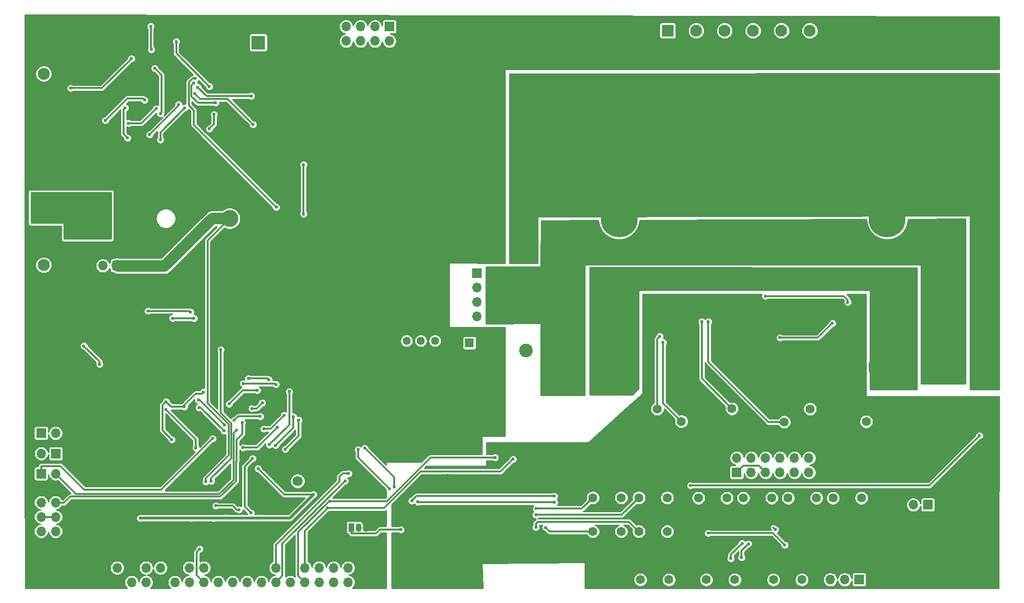
<source format=gbr>
G04 #@! TF.GenerationSoftware,KiCad,Pcbnew,(5.1.6)-1*
G04 #@! TF.CreationDate,2020-07-10T11:15:32+02:00*
G04 #@! TF.ProjectId,MukkeBox,4d756b6b-6542-46f7-982e-6b696361645f,rev?*
G04 #@! TF.SameCoordinates,Original*
G04 #@! TF.FileFunction,Copper,L2,Bot*
G04 #@! TF.FilePolarity,Positive*
%FSLAX46Y46*%
G04 Gerber Fmt 4.6, Leading zero omitted, Abs format (unit mm)*
G04 Created by KiCad (PCBNEW (5.1.6)-1) date 2020-07-10 11:15:32*
%MOMM*%
%LPD*%
G01*
G04 APERTURE LIST*
G04 #@! TA.AperFunction,ComponentPad*
%ADD10R,1.700000X1.700000*%
G04 #@! TD*
G04 #@! TA.AperFunction,ComponentPad*
%ADD11O,1.700000X1.700000*%
G04 #@! TD*
G04 #@! TA.AperFunction,ViaPad*
%ADD12C,0.600000*%
G04 #@! TD*
G04 #@! TA.AperFunction,ComponentPad*
%ADD13C,5.600000*%
G04 #@! TD*
G04 #@! TA.AperFunction,ComponentPad*
%ADD14C,1.600000*%
G04 #@! TD*
G04 #@! TA.AperFunction,ComponentPad*
%ADD15C,2.400000*%
G04 #@! TD*
G04 #@! TA.AperFunction,ComponentPad*
%ADD16R,2.400000X2.400000*%
G04 #@! TD*
G04 #@! TA.AperFunction,ComponentPad*
%ADD17C,1.800000*%
G04 #@! TD*
G04 #@! TA.AperFunction,ComponentPad*
%ADD18R,1.800000X1.800000*%
G04 #@! TD*
G04 #@! TA.AperFunction,ComponentPad*
%ADD19C,2.100000*%
G04 #@! TD*
G04 #@! TA.AperFunction,ComponentPad*
%ADD20R,2.100000X2.100000*%
G04 #@! TD*
G04 #@! TA.AperFunction,ComponentPad*
%ADD21C,3.000000*%
G04 #@! TD*
G04 #@! TA.AperFunction,ComponentPad*
%ADD22R,1.600000X1.600000*%
G04 #@! TD*
G04 #@! TA.AperFunction,ComponentPad*
%ADD23C,6.500000*%
G04 #@! TD*
G04 #@! TA.AperFunction,ComponentPad*
%ADD24R,1.050000X1.500000*%
G04 #@! TD*
G04 #@! TA.AperFunction,ComponentPad*
%ADD25O,1.050000X1.500000*%
G04 #@! TD*
G04 #@! TA.AperFunction,ComponentPad*
%ADD26C,1.440000*%
G04 #@! TD*
G04 #@! TA.AperFunction,Conductor*
%ADD27C,0.300000*%
G04 #@! TD*
G04 #@! TA.AperFunction,Conductor*
%ADD28C,0.500000*%
G04 #@! TD*
G04 #@! TA.AperFunction,Conductor*
%ADD29C,2.000000*%
G04 #@! TD*
G04 #@! TA.AperFunction,Conductor*
%ADD30C,0.254000*%
G04 #@! TD*
G04 APERTURE END LIST*
D10*
X77166000Y-116259000D03*
D11*
X74626000Y-116259000D03*
G04 #@! TA.AperFunction,Conductor*
G36*
G01*
X97735999Y-49879000D02*
X99696001Y-49879000D01*
G75*
G02*
X99946000Y-50128999I0J-249999D01*
G01*
X99946000Y-52089001D01*
G75*
G02*
X99696001Y-52339000I-249999J0D01*
G01*
X97735999Y-52339000D01*
G75*
G02*
X97486000Y-52089001I0J249999D01*
G01*
X97486000Y-50128999D01*
G75*
G02*
X97735999Y-49879000I249999J0D01*
G01*
G37*
G04 #@! TD.AperFunction*
D12*
X97786000Y-52039000D03*
X97786000Y-51109000D03*
X97786000Y-50179000D03*
X98716000Y-52039000D03*
X98716000Y-51109000D03*
X98716000Y-50179000D03*
X99646000Y-52039000D03*
X99646000Y-51109000D03*
X99646000Y-50179000D03*
D13*
X75466000Y-42084000D03*
X75466000Y-137084000D03*
X145466000Y-42084000D03*
X145466000Y-137084000D03*
X240466000Y-42084000D03*
X240466000Y-137084000D03*
D14*
X183116000Y-108384000D03*
X183116000Y-113384000D03*
D15*
X160000000Y-77950000D03*
D16*
X165000000Y-77950000D03*
D14*
X210016000Y-113384000D03*
X210016000Y-108384000D03*
D17*
X119776000Y-121109000D03*
D18*
X122316000Y-121109000D03*
D11*
X77156000Y-129969000D03*
X74616000Y-129969000D03*
X77156000Y-127429000D03*
X74616000Y-127429000D03*
X77156000Y-124889000D03*
X74616000Y-124889000D03*
X77156000Y-122349000D03*
X74616000Y-122349000D03*
X77156000Y-119809000D03*
D10*
X74616000Y-119809000D03*
D11*
X128321000Y-43499000D03*
X128321000Y-40959000D03*
X130861000Y-43499000D03*
X130861000Y-40959000D03*
X133401000Y-43499000D03*
X133401000Y-40959000D03*
X135941000Y-43499000D03*
D10*
X135941000Y-40959000D03*
D11*
X153931000Y-92054000D03*
X151391000Y-92054000D03*
X153931000Y-89514000D03*
X151391000Y-89514000D03*
X153931000Y-86974000D03*
X151391000Y-86974000D03*
X153931000Y-84434000D03*
D10*
X151391000Y-84434000D03*
D19*
X75066000Y-49284000D03*
D20*
X75066000Y-54284000D03*
D11*
X228226000Y-125284000D03*
D10*
X230766000Y-125284000D03*
D11*
X209816000Y-117044000D03*
X209816000Y-119584000D03*
X207276000Y-117044000D03*
X207276000Y-119584000D03*
X204736000Y-117044000D03*
X204736000Y-119584000D03*
X202196000Y-117044000D03*
X202196000Y-119584000D03*
X199656000Y-117044000D03*
X199656000Y-119584000D03*
X197116000Y-117044000D03*
D10*
X197116000Y-119584000D03*
D11*
X77156000Y-112659000D03*
D10*
X74616000Y-112659000D03*
D11*
X85476000Y-83109000D03*
D10*
X88016000Y-83109000D03*
D21*
X107816000Y-74809000D03*
X85316000Y-74809000D03*
D14*
X195366000Y-124084000D03*
X190366000Y-124084000D03*
X203266000Y-124084000D03*
X198266000Y-124084000D03*
X206166000Y-124084000D03*
X211166000Y-124084000D03*
X214066000Y-124084000D03*
X219066000Y-124084000D03*
X179866000Y-124048000D03*
X184866000Y-124048000D03*
X180166000Y-138500000D03*
X185166000Y-138500000D03*
X171766000Y-130000000D03*
X176766000Y-130000000D03*
X203566000Y-138500000D03*
X208566000Y-138500000D03*
X176766000Y-124048000D03*
X171766000Y-124048000D03*
X184866000Y-130000000D03*
X179866000Y-130000000D03*
X191766000Y-138500000D03*
X196766000Y-138500000D03*
D11*
X213586000Y-138484000D03*
X216126000Y-138484000D03*
D10*
X218666000Y-138484000D03*
D14*
X214916000Y-110634000D03*
X219916000Y-110634000D03*
X187366000Y-110584000D03*
X192366000Y-110584000D03*
X150016000Y-99259000D03*
D22*
X150016000Y-96759000D03*
D23*
X176380000Y-101030000D03*
X223620000Y-74870000D03*
X176380000Y-74870000D03*
X223620000Y-101030000D03*
D19*
X75066000Y-73009000D03*
X75066000Y-78009000D03*
X75066000Y-83009000D03*
D20*
X75066000Y-88009000D03*
D24*
X129266000Y-129284000D03*
D25*
X131806000Y-129284000D03*
X130536000Y-129284000D03*
D15*
X240000000Y-77950000D03*
D16*
X235000000Y-77950000D03*
D26*
X143966000Y-96384000D03*
X141466000Y-96384000D03*
X138966000Y-96384000D03*
D14*
X196266000Y-113334000D03*
X196266000Y-108334000D03*
X200466000Y-110684000D03*
X205466000Y-110684000D03*
D20*
X184966000Y-41684000D03*
D19*
X189966000Y-41684000D03*
X194966000Y-41684000D03*
X199966000Y-41684000D03*
X204966000Y-41684000D03*
X209966000Y-41684000D03*
D15*
X240066000Y-97984000D03*
D16*
X235066000Y-97984000D03*
X164966000Y-98084000D03*
D15*
X159966000Y-98084000D03*
D10*
X88016000Y-138959000D03*
D11*
X88016000Y-136419000D03*
X90556000Y-138959000D03*
X90556000Y-136419000D03*
X93096000Y-138959000D03*
X93096000Y-136419000D03*
X95636000Y-138959000D03*
X95636000Y-136419000D03*
X98176000Y-138959000D03*
X98176000Y-136419000D03*
X100716000Y-138959000D03*
X100716000Y-136419000D03*
X103256000Y-138959000D03*
X103256000Y-136419000D03*
X105796000Y-138959000D03*
X105796000Y-136419000D03*
X108336000Y-138959000D03*
X108336000Y-136419000D03*
X110876000Y-138959000D03*
X110876000Y-136419000D03*
X113416000Y-138959000D03*
X113416000Y-136419000D03*
X115956000Y-138959000D03*
X115956000Y-136419000D03*
X118496000Y-138959000D03*
X118496000Y-136419000D03*
X121036000Y-138959000D03*
X121036000Y-136419000D03*
X123576000Y-138959000D03*
X123576000Y-136419000D03*
X126116000Y-138959000D03*
X126116000Y-136419000D03*
X128656000Y-138959000D03*
X128656000Y-136419000D03*
D16*
X112866000Y-43784000D03*
D15*
X117866000Y-43784000D03*
D12*
X130866000Y-88384000D03*
X130866000Y-89284000D03*
X132066000Y-89284000D03*
X132066000Y-88384000D03*
X102716000Y-119009000D03*
X87716000Y-106809000D03*
X87716000Y-105809000D03*
X90816000Y-111009000D03*
X90866000Y-113309000D03*
X105316000Y-94059000D03*
X107066000Y-94009000D03*
X78716000Y-86809000D03*
X78716000Y-84809000D03*
X100766000Y-88809000D03*
X153466000Y-104084000D03*
X152466000Y-108084000D03*
X154466000Y-103084000D03*
X153466000Y-111084000D03*
X119816000Y-104109000D03*
X130566000Y-80984000D03*
X127766000Y-82084000D03*
X126766000Y-82084000D03*
X125766000Y-82084000D03*
X124766000Y-82084000D03*
X123766000Y-82084000D03*
X133766000Y-89884000D03*
X134766000Y-89884000D03*
X135766000Y-89084000D03*
X135766000Y-87984000D03*
X141766000Y-83084000D03*
X140766000Y-83084000D03*
X139766000Y-83084000D03*
X138766000Y-83084000D03*
X137766000Y-83084000D03*
X98616000Y-47009000D03*
X90116000Y-51109000D03*
X90116000Y-52709000D03*
X106916000Y-49909000D03*
X108716000Y-59209000D03*
X109716000Y-59209000D03*
X110816000Y-59209000D03*
X113716000Y-58809000D03*
X114716000Y-58809000D03*
X115716000Y-58809000D03*
X116716000Y-58809000D03*
X111716000Y-59209000D03*
X117716000Y-58809000D03*
X118716000Y-58809000D03*
X91716000Y-62809000D03*
X91716000Y-63809000D03*
X100116000Y-65309000D03*
X101016000Y-59609000D03*
X77316000Y-67159000D03*
X101716000Y-96809000D03*
X101716000Y-103709000D03*
X77716000Y-52309000D03*
X77716000Y-56309000D03*
X75416000Y-52309000D03*
X75416000Y-56309000D03*
X72716000Y-52309000D03*
X72616000Y-56309000D03*
X152466000Y-107084000D03*
X87716000Y-96809000D03*
X87716000Y-100809000D03*
X88016000Y-51609000D03*
X100816000Y-56009000D03*
X88016000Y-58809000D03*
X152466000Y-105084000D03*
X152466000Y-110084000D03*
X104816000Y-115309000D03*
X103241000Y-45234000D03*
X154466000Y-112084000D03*
X114116000Y-105859008D03*
X99016000Y-117658990D03*
X95316000Y-125109000D03*
X97366000Y-125109000D03*
X99466000Y-125059000D03*
X101166000Y-125109000D03*
X106716000Y-120609000D03*
X114116000Y-100459000D03*
X109391000Y-104384000D03*
X104866000Y-102409000D03*
X99166000Y-106959000D03*
X100666000Y-110409000D03*
X84716000Y-121809000D03*
X87716000Y-121809000D03*
X87716000Y-124809000D03*
X84716000Y-124809000D03*
X151466000Y-107084000D03*
X151466000Y-108084000D03*
X151466000Y-109084000D03*
X151466000Y-106084000D03*
X152466000Y-106084000D03*
X152466000Y-109084000D03*
X123766000Y-71084000D03*
X83716000Y-62809000D03*
X83716000Y-63809000D03*
X116216000Y-129034000D03*
X110116000Y-133459000D03*
X107091000Y-133484000D03*
X113091000Y-133484000D03*
X115941000Y-121109000D03*
X121466000Y-83084000D03*
X121466000Y-86084000D03*
X121466000Y-89084000D03*
X112466000Y-76084000D03*
X112466000Y-78084000D03*
X112466000Y-80084000D03*
X73466000Y-64084000D03*
X83466000Y-54084000D03*
X85466000Y-54084000D03*
X112516000Y-123134002D03*
X133466000Y-139084000D03*
X133466000Y-137084000D03*
X133466000Y-135084000D03*
X131466000Y-111084000D03*
X131466000Y-109084000D03*
X131466000Y-107084000D03*
X131466000Y-105084000D03*
X137966000Y-129684000D03*
X96616010Y-107109000D03*
X97616000Y-113809000D03*
X99816000Y-108009000D03*
X107116000Y-127608999D03*
X110016000Y-127609000D03*
X112966000Y-127608999D03*
X104916001Y-127658994D03*
X101116000Y-127659000D03*
X92066000Y-127659000D03*
X103216000Y-105409000D03*
X112816000Y-118909000D03*
X122566000Y-123484000D03*
X187466000Y-84084000D03*
X188466000Y-84084000D03*
X189466000Y-84084000D03*
X190466000Y-84084000D03*
X191466000Y-84084000D03*
X186466000Y-84084000D03*
X186466000Y-87084000D03*
X187466000Y-87084000D03*
X188466000Y-87084000D03*
X189466000Y-87084000D03*
X190466000Y-87084000D03*
X191466000Y-87084000D03*
X193466000Y-85084000D03*
X193466000Y-86084000D03*
X184466000Y-85084000D03*
X184466000Y-86084000D03*
X207466000Y-84084000D03*
X208466000Y-84084000D03*
X209466000Y-84084000D03*
X210466000Y-84084000D03*
X211466000Y-84084000D03*
X212466000Y-84084000D03*
X213466000Y-84084000D03*
X213466000Y-87084000D03*
X212466000Y-87084000D03*
X211466000Y-87084000D03*
X210466000Y-87084000D03*
X209466000Y-87084000D03*
X208466000Y-87084000D03*
X207466000Y-87084000D03*
X205466000Y-85084000D03*
X205466000Y-86084000D03*
X215466000Y-85084000D03*
X215466000Y-86084000D03*
X199466000Y-52084000D03*
X200466000Y-53084000D03*
X199466000Y-54084000D03*
X200466000Y-55084000D03*
X199466000Y-56084000D03*
X177466000Y-51084000D03*
X178466000Y-52084000D03*
X177466000Y-53084000D03*
X178466000Y-54084000D03*
X177466000Y-55084000D03*
X178466000Y-56084000D03*
X200466000Y-51084000D03*
X222466000Y-51084000D03*
X221466000Y-52084000D03*
X222466000Y-53084000D03*
X221466000Y-54084000D03*
X222466000Y-55084000D03*
X221466000Y-56084000D03*
X213466000Y-85084000D03*
X212466000Y-85084000D03*
X211466000Y-85084000D03*
X210466000Y-85084000D03*
X209466000Y-85084000D03*
X208466000Y-85084000D03*
X207466000Y-85084000D03*
X207466000Y-86084000D03*
X208466000Y-86084000D03*
X209466000Y-86084000D03*
X210466000Y-86084000D03*
X211466000Y-86084000D03*
X212466000Y-86084000D03*
X213466000Y-86084000D03*
X214466000Y-85084000D03*
X214466000Y-86084000D03*
X206466000Y-85084000D03*
X206466000Y-86084000D03*
X186466000Y-85084000D03*
X187466000Y-85084000D03*
X188466000Y-85084000D03*
X189466000Y-85084000D03*
X190466000Y-85084000D03*
X191466000Y-85084000D03*
X191466000Y-86084000D03*
X190466000Y-86084000D03*
X189466000Y-86084000D03*
X188466000Y-86084000D03*
X187466000Y-86084000D03*
X186466000Y-86084000D03*
X185466000Y-85084000D03*
X185466000Y-86084000D03*
X192466000Y-85084000D03*
X192466000Y-86084000D03*
X199016000Y-81584000D03*
X199016000Y-82534000D03*
X199966000Y-82584000D03*
X199966000Y-81584000D03*
X200966000Y-81584000D03*
X201016000Y-82584000D03*
X235966000Y-82134000D03*
X234466000Y-82084000D03*
X232966000Y-82084000D03*
X163966000Y-82084000D03*
X164966000Y-82084000D03*
X165966000Y-82084000D03*
X102516000Y-133109000D03*
X103616000Y-121209000D03*
X183565990Y-95588083D03*
X209666000Y-126884000D03*
X187566000Y-139384000D03*
X176266000Y-139384000D03*
X199675000Y-139375000D03*
X146166000Y-120084000D03*
X165166000Y-118284000D03*
X138766000Y-138184000D03*
X137366000Y-139784000D03*
X150166000Y-133684000D03*
X233466000Y-121084000D03*
X237466000Y-121084000D03*
X237466000Y-123084000D03*
X233466000Y-123084000D03*
X237466000Y-119084000D03*
X141166000Y-125984000D03*
X136665990Y-134184000D03*
X164666000Y-134784000D03*
X156666728Y-119233272D03*
X213566000Y-113834000D03*
X212166000Y-97084000D03*
X202566000Y-92384000D03*
X193941000Y-93009000D03*
X181616000Y-92984000D03*
X189691000Y-90359000D03*
X189666000Y-96384000D03*
X190966004Y-92984000D03*
X192066000Y-130284000D03*
X205566000Y-132383996D03*
X198066008Y-132084000D03*
X196066000Y-134784000D03*
X197966000Y-134584000D03*
X199166000Y-132184000D03*
X104815990Y-113609000D03*
X109016000Y-112159000D03*
X110016000Y-110809000D03*
X154566000Y-116958981D03*
X125429521Y-124656038D03*
X165027410Y-124859000D03*
X140965998Y-124784000D03*
X128766000Y-119784000D03*
X157721320Y-117234087D03*
X125016000Y-125859000D03*
X164991000Y-123759000D03*
X139891000Y-124584000D03*
X128128501Y-121071501D03*
X184166000Y-96684000D03*
X109466000Y-126159000D03*
X105366000Y-125459000D03*
X203903500Y-129646500D03*
X161741000Y-127059000D03*
X163466000Y-129283998D03*
X161791000Y-125959000D03*
X161741000Y-129259000D03*
X106241000Y-97934000D03*
X93416000Y-91109000D03*
X104566000Y-121109000D03*
X100916000Y-91309000D03*
X101516006Y-92409000D03*
X97766044Y-92405662D03*
X108636000Y-110389000D03*
X113216000Y-109709000D03*
X188966000Y-121884000D03*
X239866000Y-113084000D03*
X82142593Y-97282407D03*
X84916000Y-100509000D03*
X111716000Y-108309000D03*
X113566000Y-107309000D03*
X131616000Y-115309000D03*
X136766000Y-122109010D03*
X135966000Y-122484000D03*
X113816000Y-111899000D03*
X117416000Y-109509000D03*
X130441000Y-115559000D03*
X93916000Y-40909000D03*
X94022067Y-45002933D03*
X98416000Y-43609000D03*
X104216000Y-51509000D03*
X95616000Y-56309000D03*
X94615998Y-48309000D03*
X105066000Y-56459000D03*
X104216000Y-59009000D03*
X120816000Y-65309000D03*
X120816000Y-74009000D03*
X111616000Y-53209000D03*
X102191407Y-51657948D03*
X101666009Y-52809000D03*
X111916000Y-58209000D03*
X92816010Y-53908990D03*
X85916000Y-57509000D03*
X96616000Y-108509000D03*
X101849414Y-115266756D03*
X90016000Y-58009000D03*
X94866226Y-55427909D03*
X106901165Y-111227121D03*
X102316000Y-106809000D03*
X89416000Y-55309000D03*
X89816000Y-60609000D03*
X106816000Y-112259000D03*
X102415996Y-108159000D03*
X101716000Y-50109000D03*
X116016000Y-72809000D03*
X95616000Y-60909000D03*
X99916000Y-55309000D03*
X93716000Y-60009000D03*
X98816000Y-54709000D03*
X79816000Y-51809000D03*
X90516000Y-46609000D03*
X192116000Y-92984000D03*
X216666000Y-89584000D03*
X202166000Y-88484000D03*
X105316000Y-54409000D03*
X101512259Y-50883970D03*
X107716000Y-107509000D03*
X112666000Y-105109000D03*
X115916000Y-114809000D03*
X119016000Y-109759000D03*
X111116000Y-103009000D03*
X114716000Y-103208996D03*
X110216010Y-103909000D03*
X115966000Y-104059000D03*
X111566000Y-126709000D03*
X111862425Y-117119100D03*
X117616000Y-115509000D03*
X119966000Y-110359000D03*
X204716001Y-95833999D03*
X213966000Y-93284000D03*
X114816000Y-114709000D03*
X118316000Y-105309000D03*
X110166000Y-115209000D03*
X116216000Y-111659002D03*
D27*
X137966000Y-129684000D02*
X134266000Y-129684000D01*
X129266010Y-130334010D02*
X129266000Y-130334000D01*
X134266000Y-129684000D02*
X133615990Y-130334010D01*
X129266000Y-130334000D02*
X129266000Y-129284000D01*
X133615990Y-130334010D02*
X129266010Y-130334010D01*
X96316011Y-107408999D02*
X96616010Y-107109000D01*
X97516010Y-108009000D02*
X96616010Y-107109000D01*
X95966001Y-112159001D02*
X95966001Y-107759009D01*
X99816000Y-108009000D02*
X97516010Y-108009000D01*
X97616000Y-113809000D02*
X95966001Y-112159001D01*
X95966001Y-107759009D02*
X96316011Y-107408999D01*
D28*
X107116000Y-127608999D02*
X112966000Y-127608999D01*
X104916000Y-127658993D02*
X104916001Y-127658994D01*
X107116000Y-127608999D02*
X104965996Y-127608999D01*
X104965996Y-127608999D02*
X104916001Y-127658994D01*
X104916001Y-127658994D02*
X101116006Y-127658994D01*
X101116006Y-127658994D02*
X101116000Y-127659000D01*
X101116000Y-127659000D02*
X92066000Y-127659000D01*
D27*
X102916001Y-105708999D02*
X103216000Y-105409000D01*
X101816001Y-105708999D02*
X102916001Y-105708999D01*
X99816000Y-108009000D02*
X99816000Y-107709000D01*
X99816000Y-107709000D02*
X101816001Y-105708999D01*
D28*
X112966000Y-127608999D02*
X118441001Y-127608999D01*
D27*
X112816000Y-118909000D02*
X117391000Y-123484000D01*
D28*
X118441001Y-127608999D02*
X122566000Y-123484000D01*
D27*
X117391000Y-123484000D02*
X122566000Y-123484000D01*
X102406001Y-138109001D02*
X103256000Y-138959000D01*
X102016000Y-137719000D02*
X102406001Y-138109001D01*
X102516000Y-133109000D02*
X102016000Y-133609000D01*
X102016000Y-133609000D02*
X102016000Y-137719000D01*
D29*
X88116000Y-83209000D02*
X88016000Y-83109000D01*
X96366000Y-83209000D02*
X88116000Y-83209000D01*
X107816000Y-74809000D02*
X104766000Y-74809000D01*
X104766000Y-74809000D02*
X96366000Y-83209000D01*
D27*
X103916000Y-78709000D02*
X107816000Y-74809000D01*
X103616000Y-120609000D02*
X107651417Y-116573583D01*
X107651417Y-111128830D02*
X103916000Y-107393413D01*
X103616000Y-121209000D02*
X103616000Y-120609000D01*
X107651417Y-116573583D02*
X107651417Y-111128830D01*
X103916000Y-107393413D02*
X103916000Y-78709000D01*
X183116000Y-108384000D02*
X183116000Y-96038073D01*
X183116000Y-96038073D02*
X183565990Y-95588083D01*
X190966004Y-103034004D02*
X190966004Y-93408264D01*
X196266000Y-108334000D02*
X190966004Y-103034004D01*
X190966004Y-93408264D02*
X190966004Y-92984000D01*
X192066000Y-130284000D02*
X203466004Y-130284000D01*
X203466004Y-130284000D02*
X205266001Y-132083997D01*
X205266001Y-132083997D02*
X205566000Y-132383996D01*
X196066000Y-134084008D02*
X196066000Y-134784000D01*
X198066008Y-132084000D02*
X196066000Y-134084008D01*
X197966000Y-134584000D02*
X197966000Y-133384000D01*
X197966000Y-133384000D02*
X199166000Y-132184000D01*
X95765990Y-122659000D02*
X104815990Y-113609000D01*
X82216000Y-122659000D02*
X95765990Y-122659000D01*
X78016000Y-118459000D02*
X82216000Y-122659000D01*
X74616000Y-119809000D02*
X74616000Y-118459000D01*
X74616000Y-118459000D02*
X78016000Y-118459000D01*
X105979601Y-123408989D02*
X108486001Y-120902589D01*
X108716001Y-112458999D02*
X109016000Y-112159000D01*
X108551439Y-112623561D02*
X108716001Y-112458999D01*
X77156000Y-119809000D02*
X80755989Y-123408989D01*
X80755989Y-123408989D02*
X105979601Y-123408989D01*
X108486001Y-117575412D02*
X108551439Y-117509974D01*
X108486001Y-120902589D02*
X108486001Y-117575412D01*
X108551439Y-117509974D02*
X108551439Y-112623561D01*
X110016000Y-111233264D02*
X110016000Y-110809000D01*
X110016000Y-112847002D02*
X110016000Y-111233264D01*
X109001450Y-117696374D02*
X109001450Y-113861552D01*
X77226000Y-124959000D02*
X78666000Y-124959000D01*
X77156000Y-124889000D02*
X77226000Y-124959000D01*
X109001450Y-113861552D02*
X110016000Y-112847002D01*
X108941726Y-117756098D02*
X109001450Y-117696374D01*
X79766000Y-123859000D02*
X106166000Y-123859000D01*
X106166000Y-123859000D02*
X108941726Y-121083274D01*
X78666000Y-124959000D02*
X79766000Y-123859000D01*
X108941726Y-121083274D02*
X108941726Y-117756098D01*
X143191019Y-116958981D02*
X135493962Y-124656038D01*
X135493962Y-124656038D02*
X125429521Y-124656038D01*
X154566000Y-116958981D02*
X143191019Y-116958981D01*
X119885999Y-137808999D02*
X121036000Y-138959000D01*
X119885999Y-130100999D02*
X119885999Y-137808999D01*
X125330960Y-124656038D02*
X119885999Y-130100999D01*
X125429521Y-124656038D02*
X125330960Y-124656038D01*
X141040998Y-124859000D02*
X140965998Y-124784000D01*
X165027410Y-124859000D02*
X141040998Y-124859000D01*
X127141000Y-120309000D02*
X127166000Y-120334000D01*
X115956000Y-135216919D02*
X115956000Y-136419000D01*
X115956000Y-132369000D02*
X115956000Y-135216919D01*
X127166000Y-120334000D02*
X127166000Y-121159000D01*
X127166000Y-121159000D02*
X115956000Y-132369000D01*
X127716000Y-119784000D02*
X128766000Y-119784000D01*
X127166000Y-120334000D02*
X127716000Y-119784000D01*
X141415989Y-119434011D02*
X134991000Y-125859000D01*
X157721320Y-117234087D02*
X155521396Y-119434011D01*
X155521396Y-119434011D02*
X141415989Y-119434011D01*
X134991000Y-125859000D02*
X125016000Y-125859000D01*
X121036000Y-129889000D02*
X121036000Y-136419000D01*
X125016000Y-125859000D02*
X125016000Y-125909000D01*
X125016000Y-125909000D02*
X121036000Y-129889000D01*
X164991000Y-123759000D02*
X140716000Y-123759000D01*
X140716000Y-123759000D02*
X139891000Y-124584000D01*
X117106001Y-137808999D02*
X117106001Y-132094001D01*
X115956000Y-138959000D02*
X117106001Y-137808999D01*
X117106001Y-132094001D02*
X128128501Y-121071501D01*
X77156000Y-127429000D02*
X74616000Y-127429000D01*
X184166000Y-107384000D02*
X184166000Y-96684000D01*
X187366000Y-110584000D02*
X184166000Y-107384000D01*
X109041736Y-126159000D02*
X108341736Y-125459000D01*
X109466000Y-126159000D02*
X109041736Y-126159000D01*
X108341736Y-125459000D02*
X105366000Y-125459000D01*
X198266001Y-118433999D02*
X197116000Y-119584000D01*
X201045999Y-118433999D02*
X198266001Y-118433999D01*
X202196000Y-119584000D02*
X201045999Y-118433999D01*
X203903500Y-129646500D02*
X203541000Y-129284000D01*
X176855000Y-127059000D02*
X179866000Y-124048000D01*
X161741000Y-127059000D02*
X176855000Y-127059000D01*
X171766000Y-130000000D02*
X164182002Y-130000000D01*
X164182002Y-130000000D02*
X163466000Y-129283998D01*
X169855000Y-125959000D02*
X171766000Y-124048000D01*
X161791000Y-125959000D02*
X169855000Y-125959000D01*
X178150000Y-128284000D02*
X179066001Y-129200001D01*
X162066000Y-128284000D02*
X178150000Y-128284000D01*
X179066001Y-129200001D02*
X179866000Y-130000000D01*
X161741000Y-129259000D02*
X161741000Y-128609000D01*
X161741000Y-128609000D02*
X162066000Y-128284000D01*
X104566000Y-120634730D02*
X104566000Y-120684736D01*
X104566000Y-120684736D02*
X104566000Y-121109000D01*
X108101428Y-110929001D02*
X108101428Y-117099302D01*
X106241000Y-109068573D02*
X108101428Y-110929001D01*
X108101428Y-117099302D02*
X104566000Y-120634730D01*
X106241000Y-97934000D02*
X106241000Y-109068573D01*
X100716000Y-91109000D02*
X100916000Y-91309000D01*
X93416000Y-91109000D02*
X100716000Y-91109000D01*
X97769382Y-92409000D02*
X97766044Y-92405662D01*
X101516006Y-92409000D02*
X97769382Y-92409000D01*
X109316000Y-109709000D02*
X112791736Y-109709000D01*
X112791736Y-109709000D02*
X113216000Y-109709000D01*
X108636000Y-110389000D02*
X109316000Y-109709000D01*
X231066000Y-121884000D02*
X239716001Y-113233999D01*
X239716001Y-113233999D02*
X239866000Y-113084000D01*
X188966000Y-121884000D02*
X231066000Y-121884000D01*
X84916000Y-100055814D02*
X84916000Y-100509000D01*
X82142593Y-97282407D02*
X84916000Y-100055814D01*
X112566000Y-108309000D02*
X113266001Y-107608999D01*
X111716000Y-108309000D02*
X112566000Y-108309000D01*
X113266001Y-107608999D02*
X113566000Y-107309000D01*
X136766000Y-120459000D02*
X136766000Y-122109010D01*
X131616000Y-115309000D02*
X136766000Y-120459000D01*
X115026000Y-111899000D02*
X117116001Y-109808999D01*
X113816000Y-111899000D02*
X115026000Y-111899000D01*
X117116001Y-109808999D02*
X117416000Y-109509000D01*
X130441000Y-116959000D02*
X130441000Y-115559000D01*
X135966000Y-122484000D02*
X130441000Y-116959000D01*
X93916000Y-40909000D02*
X93916000Y-44896866D01*
X93916000Y-44896866D02*
X94022067Y-45002933D01*
X98416000Y-43609000D02*
X98416000Y-45709000D01*
X98416000Y-45709000D02*
X104216000Y-51509000D01*
X95816000Y-49509002D02*
X94615998Y-48309000D01*
X95616000Y-56309000D02*
X95816000Y-56109000D01*
X95816000Y-56109000D02*
X95816000Y-49509002D01*
X105066000Y-58159000D02*
X104216000Y-59009000D01*
X105066000Y-56459000D02*
X105066000Y-58159000D01*
X120816000Y-65309000D02*
X120816000Y-65521132D01*
X120816000Y-65521132D02*
X120816000Y-74009000D01*
X111616000Y-53209000D02*
X103742459Y-53209000D01*
X103742459Y-53209000D02*
X102191407Y-51657948D01*
X111616001Y-57909001D02*
X111916000Y-58209000D01*
X102566009Y-53709000D02*
X107416000Y-53709000D01*
X101666009Y-52809000D02*
X102566009Y-53709000D01*
X107416000Y-53709000D02*
X111616001Y-57909001D01*
X96616000Y-108509000D02*
X101849414Y-113742414D01*
X101849414Y-113742414D02*
X101849414Y-115266756D01*
X85916000Y-57509000D02*
X89816009Y-53608991D01*
X89816009Y-53608991D02*
X92516011Y-53608991D01*
X92516011Y-53608991D02*
X92816010Y-53908990D01*
X94566227Y-55727908D02*
X94866226Y-55427909D01*
X92285135Y-58009000D02*
X94566227Y-55727908D01*
X90016000Y-58009000D02*
X92285135Y-58009000D01*
X102483044Y-106809000D02*
X102316000Y-106809000D01*
X106901165Y-111227121D02*
X102483044Y-106809000D01*
X89116000Y-59909000D02*
X89816000Y-60609000D01*
X89416000Y-55309000D02*
X89116000Y-55609000D01*
X89116000Y-55609000D02*
X89116000Y-59909000D01*
X102716000Y-108159000D02*
X102415996Y-108159000D01*
X106816000Y-112259000D02*
X102716000Y-108159000D01*
X101516001Y-58309001D02*
X115716001Y-72509001D01*
X100604001Y-50796735D02*
X100604001Y-54808999D01*
X100604001Y-54808999D02*
X101516001Y-55720999D01*
X101716000Y-50109000D02*
X101291736Y-50109000D01*
X101291736Y-50109000D02*
X100604001Y-50796735D01*
X115716001Y-72509001D02*
X116016000Y-72809000D01*
X101516001Y-55720999D02*
X101516001Y-58309001D01*
X95616000Y-60909000D02*
X95616000Y-59609000D01*
X99616001Y-55608999D02*
X99916000Y-55309000D01*
X95616000Y-59609000D02*
X99616001Y-55608999D01*
X93716000Y-60009000D02*
X98816000Y-54909000D01*
X98816000Y-54909000D02*
X98816000Y-54709000D01*
X79816000Y-51809000D02*
X85316000Y-51809000D01*
X85316000Y-51809000D02*
X90216001Y-46908999D01*
X90216001Y-46908999D02*
X90516000Y-46609000D01*
X192116000Y-93284000D02*
X192116000Y-92984000D01*
X192116000Y-100134000D02*
X192116000Y-93284000D01*
X205466000Y-110684000D02*
X202666000Y-110684000D01*
X202666000Y-110684000D02*
X192116000Y-100134000D01*
X215990264Y-88484000D02*
X202166000Y-88484000D01*
X216666000Y-89584000D02*
X216666000Y-89159736D01*
X216666000Y-89159736D02*
X215990264Y-88484000D01*
X101065999Y-51330230D02*
X101212260Y-51183969D01*
X101212260Y-51183969D02*
X101512259Y-50883970D01*
X105316000Y-54409000D02*
X102216000Y-54409000D01*
X101065999Y-53258999D02*
X101065999Y-51330230D01*
X102216000Y-54409000D02*
X101065999Y-53258999D01*
X107716000Y-107509000D02*
X110116000Y-105109000D01*
X112241736Y-105109000D02*
X112666000Y-105109000D01*
X110116000Y-105109000D02*
X112241736Y-105109000D01*
X119016000Y-110183264D02*
X119016000Y-109759000D01*
X119016000Y-111709000D02*
X119016000Y-110183264D01*
X115916000Y-114809000D02*
X119016000Y-111709000D01*
X111116000Y-103009000D02*
X114516004Y-103009000D01*
X114516004Y-103009000D02*
X114716000Y-103208996D01*
X115816000Y-103909000D02*
X115966000Y-104059000D01*
X110216010Y-103909000D02*
X115816000Y-103909000D01*
X111566000Y-126709000D02*
X110440999Y-125583999D01*
X110440999Y-125583999D02*
X110440999Y-118540526D01*
X110440999Y-118540526D02*
X111862425Y-117119100D01*
X119966000Y-113159000D02*
X119966000Y-110783264D01*
X117616000Y-115509000D02*
X119966000Y-113159000D01*
X119966000Y-110783264D02*
X119966000Y-110359000D01*
X204716001Y-95833999D02*
X211416001Y-95833999D01*
X211416001Y-95833999D02*
X213966000Y-93284000D01*
X118316000Y-111209000D02*
X118316000Y-105733264D01*
X114816000Y-114709000D02*
X118316000Y-111209000D01*
X118316000Y-105733264D02*
X118316000Y-105309000D01*
X110166000Y-115209000D02*
X112666002Y-115209000D01*
X115916001Y-111959001D02*
X116216000Y-111659002D01*
X112666002Y-115209000D02*
X115916001Y-111959001D01*
D30*
G36*
X237339000Y-103957000D02*
G01*
X229593000Y-103957000D01*
X229593000Y-83084000D01*
X229590560Y-83059224D01*
X229583333Y-83035399D01*
X229571597Y-83013443D01*
X229555803Y-82994197D01*
X229536557Y-82978403D01*
X229514601Y-82966667D01*
X229490776Y-82959440D01*
X229466108Y-82957000D01*
X170466108Y-82907000D01*
X170441329Y-82909419D01*
X170417499Y-82916626D01*
X170395532Y-82928344D01*
X170376274Y-82944121D01*
X170360463Y-82963353D01*
X170348709Y-82985300D01*
X170341461Y-83009118D01*
X170339000Y-83034000D01*
X170339000Y-105957000D01*
X162593000Y-105957000D01*
X162593000Y-93384000D01*
X162590560Y-93359224D01*
X162583333Y-93335399D01*
X162571597Y-93313443D01*
X162555803Y-93294197D01*
X162536557Y-93278403D01*
X162514601Y-93266667D01*
X162490776Y-93259440D01*
X162465340Y-93257002D01*
X152968000Y-93306339D01*
X152968000Y-83360342D01*
X162466660Y-83310998D01*
X162491423Y-83308429D01*
X162515210Y-83301079D01*
X162537105Y-83289229D01*
X162556268Y-83273335D01*
X162571962Y-83254008D01*
X162583584Y-83231991D01*
X162590687Y-83208129D01*
X162592990Y-83185568D01*
X162691448Y-75210499D01*
X172703000Y-75170399D01*
X172703000Y-75232153D01*
X172844305Y-75942541D01*
X173121485Y-76611712D01*
X173523888Y-77213951D01*
X174036049Y-77726112D01*
X174638288Y-78128515D01*
X175307459Y-78405695D01*
X176017847Y-78547000D01*
X176742153Y-78547000D01*
X177452541Y-78405695D01*
X178121712Y-78128515D01*
X178723951Y-77726112D01*
X179236112Y-77213951D01*
X179638515Y-76611712D01*
X179915695Y-75942541D01*
X180057000Y-75232153D01*
X180057000Y-75140944D01*
X219943000Y-74981187D01*
X219943000Y-75232153D01*
X220084305Y-75942541D01*
X220361485Y-76611712D01*
X220763888Y-77213951D01*
X221276049Y-77726112D01*
X221878288Y-78128515D01*
X222547459Y-78405695D01*
X223257847Y-78547000D01*
X223982153Y-78547000D01*
X224692541Y-78405695D01*
X225361712Y-78128515D01*
X225963951Y-77726112D01*
X226476112Y-77213951D01*
X226878515Y-76611712D01*
X227155695Y-75942541D01*
X227297000Y-75232153D01*
X227297000Y-74951732D01*
X237339000Y-74911510D01*
X237339000Y-103957000D01*
G37*
X237339000Y-103957000D02*
X229593000Y-103957000D01*
X229593000Y-83084000D01*
X229590560Y-83059224D01*
X229583333Y-83035399D01*
X229571597Y-83013443D01*
X229555803Y-82994197D01*
X229536557Y-82978403D01*
X229514601Y-82966667D01*
X229490776Y-82959440D01*
X229466108Y-82957000D01*
X170466108Y-82907000D01*
X170441329Y-82909419D01*
X170417499Y-82916626D01*
X170395532Y-82928344D01*
X170376274Y-82944121D01*
X170360463Y-82963353D01*
X170348709Y-82985300D01*
X170341461Y-83009118D01*
X170339000Y-83034000D01*
X170339000Y-105957000D01*
X162593000Y-105957000D01*
X162593000Y-93384000D01*
X162590560Y-93359224D01*
X162583333Y-93335399D01*
X162571597Y-93313443D01*
X162555803Y-93294197D01*
X162536557Y-93278403D01*
X162514601Y-93266667D01*
X162490776Y-93259440D01*
X162465340Y-93257002D01*
X152968000Y-93306339D01*
X152968000Y-83360342D01*
X162466660Y-83310998D01*
X162491423Y-83308429D01*
X162515210Y-83301079D01*
X162537105Y-83289229D01*
X162556268Y-83273335D01*
X162571962Y-83254008D01*
X162583584Y-83231991D01*
X162590687Y-83208129D01*
X162592990Y-83185568D01*
X162691448Y-75210499D01*
X172703000Y-75170399D01*
X172703000Y-75232153D01*
X172844305Y-75942541D01*
X173121485Y-76611712D01*
X173523888Y-77213951D01*
X174036049Y-77726112D01*
X174638288Y-78128515D01*
X175307459Y-78405695D01*
X176017847Y-78547000D01*
X176742153Y-78547000D01*
X177452541Y-78405695D01*
X178121712Y-78128515D01*
X178723951Y-77726112D01*
X179236112Y-77213951D01*
X179638515Y-76611712D01*
X179915695Y-75942541D01*
X180057000Y-75232153D01*
X180057000Y-75140944D01*
X219943000Y-74981187D01*
X219943000Y-75232153D01*
X220084305Y-75942541D01*
X220361485Y-76611712D01*
X220763888Y-77213951D01*
X221276049Y-77726112D01*
X221878288Y-78128515D01*
X222547459Y-78405695D01*
X223257847Y-78547000D01*
X223982153Y-78547000D01*
X224692541Y-78405695D01*
X225361712Y-78128515D01*
X225963951Y-77726112D01*
X226476112Y-77213951D01*
X226878515Y-76611712D01*
X227155695Y-75942541D01*
X227297000Y-75232153D01*
X227297000Y-74951732D01*
X237339000Y-74911510D01*
X237339000Y-103957000D01*
G36*
X201466938Y-88271942D02*
G01*
X201439000Y-88412397D01*
X201439000Y-88555603D01*
X201466938Y-88696058D01*
X201521741Y-88828364D01*
X201601302Y-88947436D01*
X201702564Y-89048698D01*
X201821636Y-89128259D01*
X201953942Y-89183062D01*
X202094397Y-89211000D01*
X202237603Y-89211000D01*
X202378058Y-89183062D01*
X202510364Y-89128259D01*
X202611025Y-89061000D01*
X215751263Y-89061000D01*
X215994841Y-89304579D01*
X215966938Y-89371942D01*
X215939000Y-89512397D01*
X215939000Y-89655603D01*
X215966938Y-89796058D01*
X216021741Y-89928364D01*
X216101302Y-90047436D01*
X216202564Y-90148698D01*
X216321636Y-90228259D01*
X216453942Y-90283062D01*
X216594397Y-90311000D01*
X216737603Y-90311000D01*
X216878058Y-90283062D01*
X217010364Y-90228259D01*
X217129436Y-90148698D01*
X217230698Y-90047436D01*
X217310259Y-89928364D01*
X217365062Y-89796058D01*
X217393000Y-89655603D01*
X217393000Y-89512397D01*
X217365062Y-89371942D01*
X217310259Y-89239636D01*
X217243875Y-89140284D01*
X217242691Y-89128259D01*
X217241126Y-89112372D01*
X217234651Y-89046624D01*
X217210217Y-88966079D01*
X217201657Y-88937860D01*
X217148079Y-88837621D01*
X217075974Y-88749762D01*
X217053967Y-88731701D01*
X216533265Y-88211000D01*
X219839352Y-88211000D01*
X219889000Y-106084353D01*
X219891510Y-106109122D01*
X219898803Y-106132927D01*
X219910600Y-106154850D01*
X219926447Y-106174052D01*
X219945736Y-106189792D01*
X219967725Y-106201467D01*
X219991570Y-106208628D01*
X220016000Y-106211000D01*
X243338626Y-106211000D01*
X243239373Y-139957000D01*
X170393000Y-139957000D01*
X170393000Y-138379151D01*
X178939000Y-138379151D01*
X178939000Y-138620849D01*
X178986153Y-138857903D01*
X179078647Y-139081202D01*
X179212927Y-139282167D01*
X179383833Y-139453073D01*
X179584798Y-139587353D01*
X179808097Y-139679847D01*
X180045151Y-139727000D01*
X180286849Y-139727000D01*
X180523903Y-139679847D01*
X180747202Y-139587353D01*
X180948167Y-139453073D01*
X181119073Y-139282167D01*
X181253353Y-139081202D01*
X181345847Y-138857903D01*
X181393000Y-138620849D01*
X181393000Y-138379151D01*
X183939000Y-138379151D01*
X183939000Y-138620849D01*
X183986153Y-138857903D01*
X184078647Y-139081202D01*
X184212927Y-139282167D01*
X184383833Y-139453073D01*
X184584798Y-139587353D01*
X184808097Y-139679847D01*
X185045151Y-139727000D01*
X185286849Y-139727000D01*
X185523903Y-139679847D01*
X185747202Y-139587353D01*
X185948167Y-139453073D01*
X186119073Y-139282167D01*
X186253353Y-139081202D01*
X186345847Y-138857903D01*
X186393000Y-138620849D01*
X186393000Y-138379151D01*
X190539000Y-138379151D01*
X190539000Y-138620849D01*
X190586153Y-138857903D01*
X190678647Y-139081202D01*
X190812927Y-139282167D01*
X190983833Y-139453073D01*
X191184798Y-139587353D01*
X191408097Y-139679847D01*
X191645151Y-139727000D01*
X191886849Y-139727000D01*
X192123903Y-139679847D01*
X192347202Y-139587353D01*
X192548167Y-139453073D01*
X192719073Y-139282167D01*
X192853353Y-139081202D01*
X192945847Y-138857903D01*
X192993000Y-138620849D01*
X192993000Y-138379151D01*
X195539000Y-138379151D01*
X195539000Y-138620849D01*
X195586153Y-138857903D01*
X195678647Y-139081202D01*
X195812927Y-139282167D01*
X195983833Y-139453073D01*
X196184798Y-139587353D01*
X196408097Y-139679847D01*
X196645151Y-139727000D01*
X196886849Y-139727000D01*
X197123903Y-139679847D01*
X197347202Y-139587353D01*
X197548167Y-139453073D01*
X197719073Y-139282167D01*
X197853353Y-139081202D01*
X197945847Y-138857903D01*
X197993000Y-138620849D01*
X197993000Y-138379151D01*
X202339000Y-138379151D01*
X202339000Y-138620849D01*
X202386153Y-138857903D01*
X202478647Y-139081202D01*
X202612927Y-139282167D01*
X202783833Y-139453073D01*
X202984798Y-139587353D01*
X203208097Y-139679847D01*
X203445151Y-139727000D01*
X203686849Y-139727000D01*
X203923903Y-139679847D01*
X204147202Y-139587353D01*
X204348167Y-139453073D01*
X204519073Y-139282167D01*
X204653353Y-139081202D01*
X204745847Y-138857903D01*
X204793000Y-138620849D01*
X204793000Y-138379151D01*
X207339000Y-138379151D01*
X207339000Y-138620849D01*
X207386153Y-138857903D01*
X207478647Y-139081202D01*
X207612927Y-139282167D01*
X207783833Y-139453073D01*
X207984798Y-139587353D01*
X208208097Y-139679847D01*
X208445151Y-139727000D01*
X208686849Y-139727000D01*
X208923903Y-139679847D01*
X209147202Y-139587353D01*
X209348167Y-139453073D01*
X209519073Y-139282167D01*
X209653353Y-139081202D01*
X209745847Y-138857903D01*
X209793000Y-138620849D01*
X209793000Y-138379151D01*
X209788838Y-138358226D01*
X212309000Y-138358226D01*
X212309000Y-138609774D01*
X212358074Y-138856487D01*
X212454337Y-139088886D01*
X212594089Y-139298040D01*
X212771960Y-139475911D01*
X212981114Y-139615663D01*
X213213513Y-139711926D01*
X213460226Y-139761000D01*
X213711774Y-139761000D01*
X213958487Y-139711926D01*
X214190886Y-139615663D01*
X214400040Y-139475911D01*
X214577911Y-139298040D01*
X214717663Y-139088886D01*
X214813926Y-138856487D01*
X214856000Y-138644966D01*
X214898074Y-138856487D01*
X214994337Y-139088886D01*
X215134089Y-139298040D01*
X215311960Y-139475911D01*
X215521114Y-139615663D01*
X215753513Y-139711926D01*
X216000226Y-139761000D01*
X216251774Y-139761000D01*
X216498487Y-139711926D01*
X216730886Y-139615663D01*
X216940040Y-139475911D01*
X217117911Y-139298040D01*
X217257663Y-139088886D01*
X217353926Y-138856487D01*
X217386934Y-138690544D01*
X217386934Y-139334000D01*
X217395178Y-139417707D01*
X217419595Y-139498196D01*
X217459245Y-139572376D01*
X217512605Y-139637395D01*
X217577624Y-139690755D01*
X217651804Y-139730405D01*
X217732293Y-139754822D01*
X217816000Y-139763066D01*
X219516000Y-139763066D01*
X219599707Y-139754822D01*
X219680196Y-139730405D01*
X219754376Y-139690755D01*
X219819395Y-139637395D01*
X219872755Y-139572376D01*
X219912405Y-139498196D01*
X219936822Y-139417707D01*
X219945066Y-139334000D01*
X219945066Y-137634000D01*
X219936822Y-137550293D01*
X219912405Y-137469804D01*
X219872755Y-137395624D01*
X219819395Y-137330605D01*
X219754376Y-137277245D01*
X219680196Y-137237595D01*
X219599707Y-137213178D01*
X219516000Y-137204934D01*
X217816000Y-137204934D01*
X217732293Y-137213178D01*
X217651804Y-137237595D01*
X217577624Y-137277245D01*
X217512605Y-137330605D01*
X217459245Y-137395624D01*
X217419595Y-137469804D01*
X217395178Y-137550293D01*
X217386934Y-137634000D01*
X217386934Y-138277456D01*
X217353926Y-138111513D01*
X217257663Y-137879114D01*
X217117911Y-137669960D01*
X216940040Y-137492089D01*
X216730886Y-137352337D01*
X216498487Y-137256074D01*
X216251774Y-137207000D01*
X216000226Y-137207000D01*
X215753513Y-137256074D01*
X215521114Y-137352337D01*
X215311960Y-137492089D01*
X215134089Y-137669960D01*
X214994337Y-137879114D01*
X214898074Y-138111513D01*
X214856000Y-138323034D01*
X214813926Y-138111513D01*
X214717663Y-137879114D01*
X214577911Y-137669960D01*
X214400040Y-137492089D01*
X214190886Y-137352337D01*
X213958487Y-137256074D01*
X213711774Y-137207000D01*
X213460226Y-137207000D01*
X213213513Y-137256074D01*
X212981114Y-137352337D01*
X212771960Y-137492089D01*
X212594089Y-137669960D01*
X212454337Y-137879114D01*
X212358074Y-138111513D01*
X212309000Y-138358226D01*
X209788838Y-138358226D01*
X209745847Y-138142097D01*
X209653353Y-137918798D01*
X209519073Y-137717833D01*
X209348167Y-137546927D01*
X209147202Y-137412647D01*
X208923903Y-137320153D01*
X208686849Y-137273000D01*
X208445151Y-137273000D01*
X208208097Y-137320153D01*
X207984798Y-137412647D01*
X207783833Y-137546927D01*
X207612927Y-137717833D01*
X207478647Y-137918798D01*
X207386153Y-138142097D01*
X207339000Y-138379151D01*
X204793000Y-138379151D01*
X204745847Y-138142097D01*
X204653353Y-137918798D01*
X204519073Y-137717833D01*
X204348167Y-137546927D01*
X204147202Y-137412647D01*
X203923903Y-137320153D01*
X203686849Y-137273000D01*
X203445151Y-137273000D01*
X203208097Y-137320153D01*
X202984798Y-137412647D01*
X202783833Y-137546927D01*
X202612927Y-137717833D01*
X202478647Y-137918798D01*
X202386153Y-138142097D01*
X202339000Y-138379151D01*
X197993000Y-138379151D01*
X197945847Y-138142097D01*
X197853353Y-137918798D01*
X197719073Y-137717833D01*
X197548167Y-137546927D01*
X197347202Y-137412647D01*
X197123903Y-137320153D01*
X196886849Y-137273000D01*
X196645151Y-137273000D01*
X196408097Y-137320153D01*
X196184798Y-137412647D01*
X195983833Y-137546927D01*
X195812927Y-137717833D01*
X195678647Y-137918798D01*
X195586153Y-138142097D01*
X195539000Y-138379151D01*
X192993000Y-138379151D01*
X192945847Y-138142097D01*
X192853353Y-137918798D01*
X192719073Y-137717833D01*
X192548167Y-137546927D01*
X192347202Y-137412647D01*
X192123903Y-137320153D01*
X191886849Y-137273000D01*
X191645151Y-137273000D01*
X191408097Y-137320153D01*
X191184798Y-137412647D01*
X190983833Y-137546927D01*
X190812927Y-137717833D01*
X190678647Y-137918798D01*
X190586153Y-138142097D01*
X190539000Y-138379151D01*
X186393000Y-138379151D01*
X186345847Y-138142097D01*
X186253353Y-137918798D01*
X186119073Y-137717833D01*
X185948167Y-137546927D01*
X185747202Y-137412647D01*
X185523903Y-137320153D01*
X185286849Y-137273000D01*
X185045151Y-137273000D01*
X184808097Y-137320153D01*
X184584798Y-137412647D01*
X184383833Y-137546927D01*
X184212927Y-137717833D01*
X184078647Y-137918798D01*
X183986153Y-138142097D01*
X183939000Y-138379151D01*
X181393000Y-138379151D01*
X181345847Y-138142097D01*
X181253353Y-137918798D01*
X181119073Y-137717833D01*
X180948167Y-137546927D01*
X180747202Y-137412647D01*
X180523903Y-137320153D01*
X180286849Y-137273000D01*
X180045151Y-137273000D01*
X179808097Y-137320153D01*
X179584798Y-137412647D01*
X179383833Y-137546927D01*
X179212927Y-137717833D01*
X179078647Y-137918798D01*
X178986153Y-138142097D01*
X178939000Y-138379151D01*
X170393000Y-138379151D01*
X170393000Y-135584000D01*
X170390560Y-135559224D01*
X170383333Y-135535399D01*
X170371597Y-135513443D01*
X170355803Y-135494197D01*
X170336557Y-135478403D01*
X170314601Y-135466667D01*
X170290776Y-135459440D01*
X170265291Y-135457002D01*
X152365291Y-135557002D01*
X152340528Y-135559581D01*
X152316744Y-135566941D01*
X152294854Y-135578799D01*
X152275697Y-135594701D01*
X152260011Y-135614034D01*
X152248398Y-135636055D01*
X152241304Y-135659920D01*
X152239033Y-135686886D01*
X152336081Y-139957000D01*
X136393000Y-139957000D01*
X136393000Y-134712397D01*
X195339000Y-134712397D01*
X195339000Y-134855603D01*
X195366938Y-134996058D01*
X195421741Y-135128364D01*
X195501302Y-135247436D01*
X195602564Y-135348698D01*
X195721636Y-135428259D01*
X195853942Y-135483062D01*
X195994397Y-135511000D01*
X196137603Y-135511000D01*
X196278058Y-135483062D01*
X196410364Y-135428259D01*
X196529436Y-135348698D01*
X196630698Y-135247436D01*
X196710259Y-135128364D01*
X196765062Y-134996058D01*
X196793000Y-134855603D01*
X196793000Y-134712397D01*
X196765062Y-134571942D01*
X196710259Y-134439636D01*
X196643000Y-134338975D01*
X196643000Y-134323009D01*
X197389001Y-133577008D01*
X197389000Y-134138975D01*
X197321741Y-134239636D01*
X197266938Y-134371942D01*
X197239000Y-134512397D01*
X197239000Y-134655603D01*
X197266938Y-134796058D01*
X197321741Y-134928364D01*
X197401302Y-135047436D01*
X197502564Y-135148698D01*
X197621636Y-135228259D01*
X197753942Y-135283062D01*
X197894397Y-135311000D01*
X198037603Y-135311000D01*
X198178058Y-135283062D01*
X198310364Y-135228259D01*
X198429436Y-135148698D01*
X198530698Y-135047436D01*
X198610259Y-134928364D01*
X198665062Y-134796058D01*
X198693000Y-134655603D01*
X198693000Y-134512397D01*
X198665062Y-134371942D01*
X198610259Y-134239636D01*
X198543000Y-134138975D01*
X198543000Y-133623001D01*
X199259321Y-132906680D01*
X199378058Y-132883062D01*
X199510364Y-132828259D01*
X199629436Y-132748698D01*
X199730698Y-132647436D01*
X199810259Y-132528364D01*
X199865062Y-132396058D01*
X199893000Y-132255603D01*
X199893000Y-132112397D01*
X199865062Y-131971942D01*
X199810259Y-131839636D01*
X199730698Y-131720564D01*
X199629436Y-131619302D01*
X199510364Y-131539741D01*
X199378058Y-131484938D01*
X199237603Y-131457000D01*
X199094397Y-131457000D01*
X198953942Y-131484938D01*
X198821636Y-131539741D01*
X198702564Y-131619302D01*
X198658983Y-131662883D01*
X198630706Y-131620564D01*
X198529444Y-131519302D01*
X198410372Y-131439741D01*
X198278066Y-131384938D01*
X198137611Y-131357000D01*
X197994405Y-131357000D01*
X197853950Y-131384938D01*
X197721644Y-131439741D01*
X197602572Y-131519302D01*
X197501310Y-131620564D01*
X197421749Y-131739636D01*
X197366946Y-131871942D01*
X197343328Y-131990679D01*
X195678038Y-133655969D01*
X195656026Y-133674034D01*
X195583921Y-133761894D01*
X195530343Y-133862133D01*
X195516796Y-133906791D01*
X195497349Y-133970897D01*
X195486210Y-134084008D01*
X195489000Y-134112339D01*
X195489000Y-134338975D01*
X195421741Y-134439636D01*
X195366938Y-134571942D01*
X195339000Y-134712397D01*
X136393000Y-134712397D01*
X136393000Y-130261000D01*
X137520975Y-130261000D01*
X137621636Y-130328259D01*
X137753942Y-130383062D01*
X137894397Y-130411000D01*
X138037603Y-130411000D01*
X138178058Y-130383062D01*
X138310364Y-130328259D01*
X138429436Y-130248698D01*
X138530698Y-130147436D01*
X138610259Y-130028364D01*
X138665062Y-129896058D01*
X138693000Y-129755603D01*
X138693000Y-129612397D01*
X138665062Y-129471942D01*
X138610259Y-129339636D01*
X138530698Y-129220564D01*
X138429436Y-129119302D01*
X138310364Y-129039741D01*
X138178058Y-128984938D01*
X138037603Y-128957000D01*
X137894397Y-128957000D01*
X137753942Y-128984938D01*
X137621636Y-129039741D01*
X137520975Y-129107000D01*
X136393000Y-129107000D01*
X136393000Y-125273001D01*
X137153604Y-124512397D01*
X139164000Y-124512397D01*
X139164000Y-124655603D01*
X139191938Y-124796058D01*
X139246741Y-124928364D01*
X139326302Y-125047436D01*
X139427564Y-125148698D01*
X139546636Y-125228259D01*
X139678942Y-125283062D01*
X139819397Y-125311000D01*
X139962603Y-125311000D01*
X140103058Y-125283062D01*
X140235364Y-125228259D01*
X140341224Y-125157526D01*
X140401300Y-125247436D01*
X140502562Y-125348698D01*
X140621634Y-125428259D01*
X140753940Y-125483062D01*
X140894395Y-125511000D01*
X141037601Y-125511000D01*
X141178056Y-125483062D01*
X141291674Y-125436000D01*
X161285866Y-125436000D01*
X161226302Y-125495564D01*
X161146741Y-125614636D01*
X161091938Y-125746942D01*
X161064000Y-125887397D01*
X161064000Y-126030603D01*
X161091938Y-126171058D01*
X161146741Y-126303364D01*
X161226302Y-126422436D01*
X161289915Y-126486049D01*
X161277564Y-126494302D01*
X161176302Y-126595564D01*
X161096741Y-126714636D01*
X161041938Y-126846942D01*
X161014000Y-126987397D01*
X161014000Y-127130603D01*
X161041938Y-127271058D01*
X161096741Y-127403364D01*
X161176302Y-127522436D01*
X161277564Y-127623698D01*
X161396636Y-127703259D01*
X161528942Y-127758062D01*
X161669397Y-127786000D01*
X161773672Y-127786000D01*
X161743885Y-127801921D01*
X161656026Y-127874026D01*
X161637957Y-127896043D01*
X161353034Y-128180965D01*
X161331027Y-128199026D01*
X161312966Y-128221033D01*
X161312963Y-128221036D01*
X161289840Y-128249212D01*
X161258922Y-128286885D01*
X161205343Y-128387124D01*
X161185897Y-128451230D01*
X161172349Y-128495889D01*
X161168793Y-128532000D01*
X161166042Y-128559938D01*
X161161210Y-128609000D01*
X161164000Y-128637331D01*
X161164000Y-128813975D01*
X161096741Y-128914636D01*
X161041938Y-129046942D01*
X161014000Y-129187397D01*
X161014000Y-129330603D01*
X161041938Y-129471058D01*
X161096741Y-129603364D01*
X161176302Y-129722436D01*
X161277564Y-129823698D01*
X161396636Y-129903259D01*
X161528942Y-129958062D01*
X161669397Y-129986000D01*
X161812603Y-129986000D01*
X161953058Y-129958062D01*
X162085364Y-129903259D01*
X162204436Y-129823698D01*
X162305698Y-129722436D01*
X162385259Y-129603364D01*
X162440062Y-129471058D01*
X162468000Y-129330603D01*
X162468000Y-129187397D01*
X162440062Y-129046942D01*
X162385259Y-128914636D01*
X162349421Y-128861000D01*
X162874282Y-128861000D01*
X162821741Y-128939634D01*
X162766938Y-129071940D01*
X162739000Y-129212395D01*
X162739000Y-129355601D01*
X162766938Y-129496056D01*
X162821741Y-129628362D01*
X162901302Y-129747434D01*
X163002564Y-129848696D01*
X163121636Y-129928257D01*
X163253942Y-129983060D01*
X163372679Y-130006678D01*
X163753963Y-130387962D01*
X163772028Y-130409974D01*
X163859887Y-130482079D01*
X163960126Y-130535657D01*
X164004784Y-130549204D01*
X164068890Y-130568651D01*
X164126888Y-130574363D01*
X164153666Y-130577000D01*
X164153671Y-130577000D01*
X164182002Y-130579790D01*
X164210333Y-130577000D01*
X170676906Y-130577000D01*
X170678647Y-130581202D01*
X170812927Y-130782167D01*
X170983833Y-130953073D01*
X171184798Y-131087353D01*
X171408097Y-131179847D01*
X171645151Y-131227000D01*
X171886849Y-131227000D01*
X172123903Y-131179847D01*
X172347202Y-131087353D01*
X172548167Y-130953073D01*
X172719073Y-130782167D01*
X172853353Y-130581202D01*
X172945847Y-130357903D01*
X172993000Y-130120849D01*
X172993000Y-129879151D01*
X172945847Y-129642097D01*
X172853353Y-129418798D01*
X172719073Y-129217833D01*
X172548167Y-129046927D01*
X172347202Y-128912647D01*
X172222516Y-128861000D01*
X176309484Y-128861000D01*
X176184798Y-128912647D01*
X175983833Y-129046927D01*
X175812927Y-129217833D01*
X175678647Y-129418798D01*
X175586153Y-129642097D01*
X175539000Y-129879151D01*
X175539000Y-130120849D01*
X175586153Y-130357903D01*
X175678647Y-130581202D01*
X175812927Y-130782167D01*
X175983833Y-130953073D01*
X176184798Y-131087353D01*
X176408097Y-131179847D01*
X176645151Y-131227000D01*
X176886849Y-131227000D01*
X177123903Y-131179847D01*
X177347202Y-131087353D01*
X177548167Y-130953073D01*
X177719073Y-130782167D01*
X177853353Y-130581202D01*
X177945847Y-130357903D01*
X177993000Y-130120849D01*
X177993000Y-129879151D01*
X177945847Y-129642097D01*
X177853353Y-129418798D01*
X177719073Y-129217833D01*
X177548167Y-129046927D01*
X177347202Y-128912647D01*
X177222516Y-128861000D01*
X177910999Y-128861000D01*
X178678036Y-129628038D01*
X178678042Y-129628043D01*
X178687894Y-129637895D01*
X178686153Y-129642097D01*
X178639000Y-129879151D01*
X178639000Y-130120849D01*
X178686153Y-130357903D01*
X178778647Y-130581202D01*
X178912927Y-130782167D01*
X179083833Y-130953073D01*
X179284798Y-131087353D01*
X179508097Y-131179847D01*
X179745151Y-131227000D01*
X179986849Y-131227000D01*
X180223903Y-131179847D01*
X180447202Y-131087353D01*
X180648167Y-130953073D01*
X180819073Y-130782167D01*
X180953353Y-130581202D01*
X181045847Y-130357903D01*
X181093000Y-130120849D01*
X181093000Y-129879151D01*
X183639000Y-129879151D01*
X183639000Y-130120849D01*
X183686153Y-130357903D01*
X183778647Y-130581202D01*
X183912927Y-130782167D01*
X184083833Y-130953073D01*
X184284798Y-131087353D01*
X184508097Y-131179847D01*
X184745151Y-131227000D01*
X184986849Y-131227000D01*
X185223903Y-131179847D01*
X185447202Y-131087353D01*
X185648167Y-130953073D01*
X185819073Y-130782167D01*
X185953353Y-130581202D01*
X186045847Y-130357903D01*
X186074789Y-130212397D01*
X191339000Y-130212397D01*
X191339000Y-130355603D01*
X191366938Y-130496058D01*
X191421741Y-130628364D01*
X191501302Y-130747436D01*
X191602564Y-130848698D01*
X191721636Y-130928259D01*
X191853942Y-130983062D01*
X191994397Y-131011000D01*
X192137603Y-131011000D01*
X192278058Y-130983062D01*
X192410364Y-130928259D01*
X192511025Y-130861000D01*
X203227003Y-130861000D01*
X204843320Y-132477318D01*
X204866938Y-132596054D01*
X204921741Y-132728360D01*
X205001302Y-132847432D01*
X205102564Y-132948694D01*
X205221636Y-133028255D01*
X205353942Y-133083058D01*
X205494397Y-133110996D01*
X205637603Y-133110996D01*
X205778058Y-133083058D01*
X205910364Y-133028255D01*
X206029436Y-132948694D01*
X206130698Y-132847432D01*
X206210259Y-132728360D01*
X206265062Y-132596054D01*
X206293000Y-132455599D01*
X206293000Y-132312393D01*
X206265062Y-132171938D01*
X206210259Y-132039632D01*
X206130698Y-131920560D01*
X206029436Y-131819298D01*
X205910364Y-131739737D01*
X205778058Y-131684934D01*
X205659322Y-131661316D01*
X204272382Y-130274377D01*
X204366936Y-130211198D01*
X204468198Y-130109936D01*
X204547759Y-129990864D01*
X204602562Y-129858558D01*
X204630500Y-129718103D01*
X204630500Y-129574897D01*
X204602562Y-129434442D01*
X204547759Y-129302136D01*
X204468198Y-129183064D01*
X204366936Y-129081802D01*
X204247864Y-129002241D01*
X204115558Y-128947438D01*
X203996821Y-128923820D01*
X203928964Y-128855963D01*
X203863114Y-128801922D01*
X203762876Y-128748344D01*
X203654111Y-128715349D01*
X203541000Y-128704210D01*
X203427889Y-128715349D01*
X203319124Y-128748344D01*
X203218886Y-128801922D01*
X203131026Y-128874026D01*
X203058922Y-128961886D01*
X203005344Y-129062124D01*
X202972349Y-129170889D01*
X202961210Y-129284000D01*
X202972349Y-129397111D01*
X203005344Y-129505876D01*
X203058922Y-129606114D01*
X203112963Y-129671964D01*
X203147999Y-129707000D01*
X192511025Y-129707000D01*
X192410364Y-129639741D01*
X192278058Y-129584938D01*
X192137603Y-129557000D01*
X191994397Y-129557000D01*
X191853942Y-129584938D01*
X191721636Y-129639741D01*
X191602564Y-129719302D01*
X191501302Y-129820564D01*
X191421741Y-129939636D01*
X191366938Y-130071942D01*
X191339000Y-130212397D01*
X186074789Y-130212397D01*
X186093000Y-130120849D01*
X186093000Y-129879151D01*
X186045847Y-129642097D01*
X185953353Y-129418798D01*
X185819073Y-129217833D01*
X185648167Y-129046927D01*
X185447202Y-128912647D01*
X185223903Y-128820153D01*
X184986849Y-128773000D01*
X184745151Y-128773000D01*
X184508097Y-128820153D01*
X184284798Y-128912647D01*
X184083833Y-129046927D01*
X183912927Y-129217833D01*
X183778647Y-129418798D01*
X183686153Y-129642097D01*
X183639000Y-129879151D01*
X181093000Y-129879151D01*
X181045847Y-129642097D01*
X180953353Y-129418798D01*
X180819073Y-129217833D01*
X180648167Y-129046927D01*
X180447202Y-128912647D01*
X180223903Y-128820153D01*
X179986849Y-128773000D01*
X179745151Y-128773000D01*
X179508097Y-128820153D01*
X179503895Y-128821894D01*
X179494043Y-128812042D01*
X179494038Y-128812036D01*
X178578039Y-127896038D01*
X178559974Y-127874026D01*
X178472115Y-127801921D01*
X178371876Y-127748343D01*
X178307770Y-127728897D01*
X178263111Y-127715349D01*
X178208045Y-127709926D01*
X178178336Y-127707000D01*
X178178331Y-127707000D01*
X178150000Y-127704210D01*
X178121669Y-127707000D01*
X162094328Y-127707000D01*
X162079789Y-127705568D01*
X162085364Y-127703259D01*
X162186025Y-127636000D01*
X176826669Y-127636000D01*
X176855000Y-127638790D01*
X176883331Y-127636000D01*
X176883336Y-127636000D01*
X176913045Y-127633074D01*
X176968111Y-127627651D01*
X177012770Y-127614103D01*
X177076876Y-127594657D01*
X177177115Y-127541079D01*
X177264974Y-127468974D01*
X177283039Y-127446962D01*
X179503895Y-125226107D01*
X179508097Y-125227847D01*
X179745151Y-125275000D01*
X179986849Y-125275000D01*
X180223903Y-125227847D01*
X180447202Y-125135353D01*
X180648167Y-125001073D01*
X180819073Y-124830167D01*
X180953353Y-124629202D01*
X181045847Y-124405903D01*
X181093000Y-124168849D01*
X181093000Y-123927151D01*
X183639000Y-123927151D01*
X183639000Y-124168849D01*
X183686153Y-124405903D01*
X183778647Y-124629202D01*
X183912927Y-124830167D01*
X184083833Y-125001073D01*
X184284798Y-125135353D01*
X184508097Y-125227847D01*
X184745151Y-125275000D01*
X184986849Y-125275000D01*
X185223903Y-125227847D01*
X185447202Y-125135353D01*
X185648167Y-125001073D01*
X185819073Y-124830167D01*
X185953353Y-124629202D01*
X186045847Y-124405903D01*
X186093000Y-124168849D01*
X186093000Y-123963151D01*
X189139000Y-123963151D01*
X189139000Y-124204849D01*
X189186153Y-124441903D01*
X189278647Y-124665202D01*
X189412927Y-124866167D01*
X189583833Y-125037073D01*
X189784798Y-125171353D01*
X190008097Y-125263847D01*
X190245151Y-125311000D01*
X190486849Y-125311000D01*
X190723903Y-125263847D01*
X190947202Y-125171353D01*
X191148167Y-125037073D01*
X191319073Y-124866167D01*
X191453353Y-124665202D01*
X191545847Y-124441903D01*
X191593000Y-124204849D01*
X191593000Y-123963151D01*
X194139000Y-123963151D01*
X194139000Y-124204849D01*
X194186153Y-124441903D01*
X194278647Y-124665202D01*
X194412927Y-124866167D01*
X194583833Y-125037073D01*
X194784798Y-125171353D01*
X195008097Y-125263847D01*
X195245151Y-125311000D01*
X195486849Y-125311000D01*
X195723903Y-125263847D01*
X195947202Y-125171353D01*
X196148167Y-125037073D01*
X196319073Y-124866167D01*
X196453353Y-124665202D01*
X196545847Y-124441903D01*
X196593000Y-124204849D01*
X196593000Y-123963151D01*
X197039000Y-123963151D01*
X197039000Y-124204849D01*
X197086153Y-124441903D01*
X197178647Y-124665202D01*
X197312927Y-124866167D01*
X197483833Y-125037073D01*
X197684798Y-125171353D01*
X197908097Y-125263847D01*
X198145151Y-125311000D01*
X198386849Y-125311000D01*
X198623903Y-125263847D01*
X198847202Y-125171353D01*
X199048167Y-125037073D01*
X199219073Y-124866167D01*
X199353353Y-124665202D01*
X199445847Y-124441903D01*
X199493000Y-124204849D01*
X199493000Y-123963151D01*
X202039000Y-123963151D01*
X202039000Y-124204849D01*
X202086153Y-124441903D01*
X202178647Y-124665202D01*
X202312927Y-124866167D01*
X202483833Y-125037073D01*
X202684798Y-125171353D01*
X202908097Y-125263847D01*
X203145151Y-125311000D01*
X203386849Y-125311000D01*
X203623903Y-125263847D01*
X203847202Y-125171353D01*
X204048167Y-125037073D01*
X204219073Y-124866167D01*
X204353353Y-124665202D01*
X204445847Y-124441903D01*
X204493000Y-124204849D01*
X204493000Y-123963151D01*
X204939000Y-123963151D01*
X204939000Y-124204849D01*
X204986153Y-124441903D01*
X205078647Y-124665202D01*
X205212927Y-124866167D01*
X205383833Y-125037073D01*
X205584798Y-125171353D01*
X205808097Y-125263847D01*
X206045151Y-125311000D01*
X206286849Y-125311000D01*
X206523903Y-125263847D01*
X206747202Y-125171353D01*
X206948167Y-125037073D01*
X207119073Y-124866167D01*
X207253353Y-124665202D01*
X207345847Y-124441903D01*
X207393000Y-124204849D01*
X207393000Y-123963151D01*
X209939000Y-123963151D01*
X209939000Y-124204849D01*
X209986153Y-124441903D01*
X210078647Y-124665202D01*
X210212927Y-124866167D01*
X210383833Y-125037073D01*
X210584798Y-125171353D01*
X210808097Y-125263847D01*
X211045151Y-125311000D01*
X211286849Y-125311000D01*
X211523903Y-125263847D01*
X211747202Y-125171353D01*
X211948167Y-125037073D01*
X212119073Y-124866167D01*
X212253353Y-124665202D01*
X212345847Y-124441903D01*
X212393000Y-124204849D01*
X212393000Y-123963151D01*
X212839000Y-123963151D01*
X212839000Y-124204849D01*
X212886153Y-124441903D01*
X212978647Y-124665202D01*
X213112927Y-124866167D01*
X213283833Y-125037073D01*
X213484798Y-125171353D01*
X213708097Y-125263847D01*
X213945151Y-125311000D01*
X214186849Y-125311000D01*
X214423903Y-125263847D01*
X214647202Y-125171353D01*
X214848167Y-125037073D01*
X215019073Y-124866167D01*
X215153353Y-124665202D01*
X215245847Y-124441903D01*
X215293000Y-124204849D01*
X215293000Y-123963151D01*
X217839000Y-123963151D01*
X217839000Y-124204849D01*
X217886153Y-124441903D01*
X217978647Y-124665202D01*
X218112927Y-124866167D01*
X218283833Y-125037073D01*
X218484798Y-125171353D01*
X218708097Y-125263847D01*
X218945151Y-125311000D01*
X219186849Y-125311000D01*
X219423903Y-125263847D01*
X219647202Y-125171353D01*
X219666848Y-125158226D01*
X226949000Y-125158226D01*
X226949000Y-125409774D01*
X226998074Y-125656487D01*
X227094337Y-125888886D01*
X227234089Y-126098040D01*
X227411960Y-126275911D01*
X227621114Y-126415663D01*
X227853513Y-126511926D01*
X228100226Y-126561000D01*
X228351774Y-126561000D01*
X228598487Y-126511926D01*
X228830886Y-126415663D01*
X229040040Y-126275911D01*
X229217911Y-126098040D01*
X229357663Y-125888886D01*
X229453926Y-125656487D01*
X229486934Y-125490544D01*
X229486934Y-126134000D01*
X229495178Y-126217707D01*
X229519595Y-126298196D01*
X229559245Y-126372376D01*
X229612605Y-126437395D01*
X229677624Y-126490755D01*
X229751804Y-126530405D01*
X229832293Y-126554822D01*
X229916000Y-126563066D01*
X231616000Y-126563066D01*
X231699707Y-126554822D01*
X231780196Y-126530405D01*
X231854376Y-126490755D01*
X231919395Y-126437395D01*
X231972755Y-126372376D01*
X232012405Y-126298196D01*
X232036822Y-126217707D01*
X232045066Y-126134000D01*
X232045066Y-124434000D01*
X232036822Y-124350293D01*
X232012405Y-124269804D01*
X231972755Y-124195624D01*
X231919395Y-124130605D01*
X231854376Y-124077245D01*
X231780196Y-124037595D01*
X231699707Y-124013178D01*
X231616000Y-124004934D01*
X229916000Y-124004934D01*
X229832293Y-124013178D01*
X229751804Y-124037595D01*
X229677624Y-124077245D01*
X229612605Y-124130605D01*
X229559245Y-124195624D01*
X229519595Y-124269804D01*
X229495178Y-124350293D01*
X229486934Y-124434000D01*
X229486934Y-125077456D01*
X229453926Y-124911513D01*
X229357663Y-124679114D01*
X229217911Y-124469960D01*
X229040040Y-124292089D01*
X228830886Y-124152337D01*
X228598487Y-124056074D01*
X228351774Y-124007000D01*
X228100226Y-124007000D01*
X227853513Y-124056074D01*
X227621114Y-124152337D01*
X227411960Y-124292089D01*
X227234089Y-124469960D01*
X227094337Y-124679114D01*
X226998074Y-124911513D01*
X226949000Y-125158226D01*
X219666848Y-125158226D01*
X219848167Y-125037073D01*
X220019073Y-124866167D01*
X220153353Y-124665202D01*
X220245847Y-124441903D01*
X220293000Y-124204849D01*
X220293000Y-123963151D01*
X220245847Y-123726097D01*
X220153353Y-123502798D01*
X220019073Y-123301833D01*
X219848167Y-123130927D01*
X219647202Y-122996647D01*
X219423903Y-122904153D01*
X219186849Y-122857000D01*
X218945151Y-122857000D01*
X218708097Y-122904153D01*
X218484798Y-122996647D01*
X218283833Y-123130927D01*
X218112927Y-123301833D01*
X217978647Y-123502798D01*
X217886153Y-123726097D01*
X217839000Y-123963151D01*
X215293000Y-123963151D01*
X215245847Y-123726097D01*
X215153353Y-123502798D01*
X215019073Y-123301833D01*
X214848167Y-123130927D01*
X214647202Y-122996647D01*
X214423903Y-122904153D01*
X214186849Y-122857000D01*
X213945151Y-122857000D01*
X213708097Y-122904153D01*
X213484798Y-122996647D01*
X213283833Y-123130927D01*
X213112927Y-123301833D01*
X212978647Y-123502798D01*
X212886153Y-123726097D01*
X212839000Y-123963151D01*
X212393000Y-123963151D01*
X212345847Y-123726097D01*
X212253353Y-123502798D01*
X212119073Y-123301833D01*
X211948167Y-123130927D01*
X211747202Y-122996647D01*
X211523903Y-122904153D01*
X211286849Y-122857000D01*
X211045151Y-122857000D01*
X210808097Y-122904153D01*
X210584798Y-122996647D01*
X210383833Y-123130927D01*
X210212927Y-123301833D01*
X210078647Y-123502798D01*
X209986153Y-123726097D01*
X209939000Y-123963151D01*
X207393000Y-123963151D01*
X207345847Y-123726097D01*
X207253353Y-123502798D01*
X207119073Y-123301833D01*
X206948167Y-123130927D01*
X206747202Y-122996647D01*
X206523903Y-122904153D01*
X206286849Y-122857000D01*
X206045151Y-122857000D01*
X205808097Y-122904153D01*
X205584798Y-122996647D01*
X205383833Y-123130927D01*
X205212927Y-123301833D01*
X205078647Y-123502798D01*
X204986153Y-123726097D01*
X204939000Y-123963151D01*
X204493000Y-123963151D01*
X204445847Y-123726097D01*
X204353353Y-123502798D01*
X204219073Y-123301833D01*
X204048167Y-123130927D01*
X203847202Y-122996647D01*
X203623903Y-122904153D01*
X203386849Y-122857000D01*
X203145151Y-122857000D01*
X202908097Y-122904153D01*
X202684798Y-122996647D01*
X202483833Y-123130927D01*
X202312927Y-123301833D01*
X202178647Y-123502798D01*
X202086153Y-123726097D01*
X202039000Y-123963151D01*
X199493000Y-123963151D01*
X199445847Y-123726097D01*
X199353353Y-123502798D01*
X199219073Y-123301833D01*
X199048167Y-123130927D01*
X198847202Y-122996647D01*
X198623903Y-122904153D01*
X198386849Y-122857000D01*
X198145151Y-122857000D01*
X197908097Y-122904153D01*
X197684798Y-122996647D01*
X197483833Y-123130927D01*
X197312927Y-123301833D01*
X197178647Y-123502798D01*
X197086153Y-123726097D01*
X197039000Y-123963151D01*
X196593000Y-123963151D01*
X196545847Y-123726097D01*
X196453353Y-123502798D01*
X196319073Y-123301833D01*
X196148167Y-123130927D01*
X195947202Y-122996647D01*
X195723903Y-122904153D01*
X195486849Y-122857000D01*
X195245151Y-122857000D01*
X195008097Y-122904153D01*
X194784798Y-122996647D01*
X194583833Y-123130927D01*
X194412927Y-123301833D01*
X194278647Y-123502798D01*
X194186153Y-123726097D01*
X194139000Y-123963151D01*
X191593000Y-123963151D01*
X191545847Y-123726097D01*
X191453353Y-123502798D01*
X191319073Y-123301833D01*
X191148167Y-123130927D01*
X190947202Y-122996647D01*
X190723903Y-122904153D01*
X190486849Y-122857000D01*
X190245151Y-122857000D01*
X190008097Y-122904153D01*
X189784798Y-122996647D01*
X189583833Y-123130927D01*
X189412927Y-123301833D01*
X189278647Y-123502798D01*
X189186153Y-123726097D01*
X189139000Y-123963151D01*
X186093000Y-123963151D01*
X186093000Y-123927151D01*
X186045847Y-123690097D01*
X185953353Y-123466798D01*
X185819073Y-123265833D01*
X185648167Y-123094927D01*
X185447202Y-122960647D01*
X185223903Y-122868153D01*
X184986849Y-122821000D01*
X184745151Y-122821000D01*
X184508097Y-122868153D01*
X184284798Y-122960647D01*
X184083833Y-123094927D01*
X183912927Y-123265833D01*
X183778647Y-123466798D01*
X183686153Y-123690097D01*
X183639000Y-123927151D01*
X181093000Y-123927151D01*
X181045847Y-123690097D01*
X180953353Y-123466798D01*
X180819073Y-123265833D01*
X180648167Y-123094927D01*
X180447202Y-122960647D01*
X180223903Y-122868153D01*
X179986849Y-122821000D01*
X179745151Y-122821000D01*
X179508097Y-122868153D01*
X179284798Y-122960647D01*
X179083833Y-123094927D01*
X178912927Y-123265833D01*
X178778647Y-123466798D01*
X178686153Y-123690097D01*
X178639000Y-123927151D01*
X178639000Y-124168849D01*
X178686153Y-124405903D01*
X178687893Y-124410105D01*
X176615999Y-126482000D01*
X170100556Y-126482000D01*
X170177115Y-126441079D01*
X170264974Y-126368974D01*
X170283039Y-126346962D01*
X171403895Y-125226107D01*
X171408097Y-125227847D01*
X171645151Y-125275000D01*
X171886849Y-125275000D01*
X172123903Y-125227847D01*
X172347202Y-125135353D01*
X172548167Y-125001073D01*
X172719073Y-124830167D01*
X172853353Y-124629202D01*
X172945847Y-124405903D01*
X172993000Y-124168849D01*
X172993000Y-123927151D01*
X175539000Y-123927151D01*
X175539000Y-124168849D01*
X175586153Y-124405903D01*
X175678647Y-124629202D01*
X175812927Y-124830167D01*
X175983833Y-125001073D01*
X176184798Y-125135353D01*
X176408097Y-125227847D01*
X176645151Y-125275000D01*
X176886849Y-125275000D01*
X177123903Y-125227847D01*
X177347202Y-125135353D01*
X177548167Y-125001073D01*
X177719073Y-124830167D01*
X177853353Y-124629202D01*
X177945847Y-124405903D01*
X177993000Y-124168849D01*
X177993000Y-123927151D01*
X177945847Y-123690097D01*
X177853353Y-123466798D01*
X177719073Y-123265833D01*
X177548167Y-123094927D01*
X177347202Y-122960647D01*
X177123903Y-122868153D01*
X176886849Y-122821000D01*
X176645151Y-122821000D01*
X176408097Y-122868153D01*
X176184798Y-122960647D01*
X175983833Y-123094927D01*
X175812927Y-123265833D01*
X175678647Y-123466798D01*
X175586153Y-123690097D01*
X175539000Y-123927151D01*
X172993000Y-123927151D01*
X172945847Y-123690097D01*
X172853353Y-123466798D01*
X172719073Y-123265833D01*
X172548167Y-123094927D01*
X172347202Y-122960647D01*
X172123903Y-122868153D01*
X171886849Y-122821000D01*
X171645151Y-122821000D01*
X171408097Y-122868153D01*
X171184798Y-122960647D01*
X170983833Y-123094927D01*
X170812927Y-123265833D01*
X170678647Y-123466798D01*
X170586153Y-123690097D01*
X170539000Y-123927151D01*
X170539000Y-124168849D01*
X170586153Y-124405903D01*
X170587893Y-124410105D01*
X169615999Y-125382000D01*
X165532544Y-125382000D01*
X165592108Y-125322436D01*
X165671669Y-125203364D01*
X165726472Y-125071058D01*
X165754410Y-124930603D01*
X165754410Y-124787397D01*
X165726472Y-124646942D01*
X165671669Y-124514636D01*
X165592108Y-124395564D01*
X165490846Y-124294302D01*
X165486641Y-124291493D01*
X165555698Y-124222436D01*
X165635259Y-124103364D01*
X165690062Y-123971058D01*
X165718000Y-123830603D01*
X165718000Y-123687397D01*
X165690062Y-123546942D01*
X165635259Y-123414636D01*
X165555698Y-123295564D01*
X165454436Y-123194302D01*
X165335364Y-123114741D01*
X165203058Y-123059938D01*
X165062603Y-123032000D01*
X164919397Y-123032000D01*
X164778942Y-123059938D01*
X164646636Y-123114741D01*
X164545975Y-123182000D01*
X140744328Y-123182000D01*
X140715999Y-123179210D01*
X140687670Y-123182000D01*
X140687664Y-123182000D01*
X140602888Y-123190350D01*
X140494124Y-123223343D01*
X140393885Y-123276921D01*
X140371169Y-123295564D01*
X140328035Y-123330963D01*
X140328033Y-123330965D01*
X140306026Y-123349026D01*
X140287965Y-123371033D01*
X139797679Y-123861320D01*
X139678942Y-123884938D01*
X139546636Y-123939741D01*
X139427564Y-124019302D01*
X139326302Y-124120564D01*
X139246741Y-124239636D01*
X139191938Y-124371942D01*
X139164000Y-124512397D01*
X137153604Y-124512397D01*
X139853604Y-121812397D01*
X188239000Y-121812397D01*
X188239000Y-121955603D01*
X188266938Y-122096058D01*
X188321741Y-122228364D01*
X188401302Y-122347436D01*
X188502564Y-122448698D01*
X188621636Y-122528259D01*
X188753942Y-122583062D01*
X188894397Y-122611000D01*
X189037603Y-122611000D01*
X189178058Y-122583062D01*
X189310364Y-122528259D01*
X189411025Y-122461000D01*
X231037669Y-122461000D01*
X231066000Y-122463790D01*
X231094331Y-122461000D01*
X231094336Y-122461000D01*
X231124045Y-122458074D01*
X231179111Y-122452651D01*
X231223770Y-122439103D01*
X231287876Y-122419657D01*
X231388115Y-122366079D01*
X231475974Y-122293974D01*
X231494039Y-122271962D01*
X239959321Y-113806680D01*
X240078058Y-113783062D01*
X240210364Y-113728259D01*
X240329436Y-113648698D01*
X240430698Y-113547436D01*
X240510259Y-113428364D01*
X240565062Y-113296058D01*
X240593000Y-113155603D01*
X240593000Y-113012397D01*
X240565062Y-112871942D01*
X240510259Y-112739636D01*
X240430698Y-112620564D01*
X240329436Y-112519302D01*
X240210364Y-112439741D01*
X240078058Y-112384938D01*
X239937603Y-112357000D01*
X239794397Y-112357000D01*
X239653942Y-112384938D01*
X239521636Y-112439741D01*
X239402564Y-112519302D01*
X239301302Y-112620564D01*
X239221741Y-112739636D01*
X239166938Y-112871942D01*
X239143320Y-112990679D01*
X230826999Y-121307000D01*
X189411025Y-121307000D01*
X189310364Y-121239741D01*
X189178058Y-121184938D01*
X189037603Y-121157000D01*
X188894397Y-121157000D01*
X188753942Y-121184938D01*
X188621636Y-121239741D01*
X188502564Y-121319302D01*
X188401302Y-121420564D01*
X188321741Y-121539636D01*
X188266938Y-121671942D01*
X188239000Y-121812397D01*
X139853604Y-121812397D01*
X141654990Y-120011011D01*
X155493065Y-120011011D01*
X155521396Y-120013801D01*
X155549727Y-120011011D01*
X155549732Y-120011011D01*
X155579441Y-120008085D01*
X155634507Y-120002662D01*
X155679166Y-119989114D01*
X155743272Y-119969668D01*
X155843511Y-119916090D01*
X155931370Y-119843985D01*
X155949435Y-119821973D01*
X157037408Y-118734000D01*
X195836934Y-118734000D01*
X195836934Y-120434000D01*
X195845178Y-120517707D01*
X195869595Y-120598196D01*
X195909245Y-120672376D01*
X195962605Y-120737395D01*
X196027624Y-120790755D01*
X196101804Y-120830405D01*
X196182293Y-120854822D01*
X196266000Y-120863066D01*
X197966000Y-120863066D01*
X198049707Y-120854822D01*
X198130196Y-120830405D01*
X198204376Y-120790755D01*
X198269395Y-120737395D01*
X198322755Y-120672376D01*
X198362405Y-120598196D01*
X198386822Y-120517707D01*
X198395066Y-120434000D01*
X198395066Y-119790544D01*
X198428074Y-119956487D01*
X198524337Y-120188886D01*
X198664089Y-120398040D01*
X198841960Y-120575911D01*
X199051114Y-120715663D01*
X199283513Y-120811926D01*
X199530226Y-120861000D01*
X199781774Y-120861000D01*
X200028487Y-120811926D01*
X200260886Y-120715663D01*
X200470040Y-120575911D01*
X200647911Y-120398040D01*
X200787663Y-120188886D01*
X200883926Y-119956487D01*
X200926000Y-119744966D01*
X200968074Y-119956487D01*
X201064337Y-120188886D01*
X201204089Y-120398040D01*
X201381960Y-120575911D01*
X201591114Y-120715663D01*
X201823513Y-120811926D01*
X202070226Y-120861000D01*
X202321774Y-120861000D01*
X202568487Y-120811926D01*
X202800886Y-120715663D01*
X203010040Y-120575911D01*
X203187911Y-120398040D01*
X203327663Y-120188886D01*
X203423926Y-119956487D01*
X203466000Y-119744966D01*
X203508074Y-119956487D01*
X203604337Y-120188886D01*
X203744089Y-120398040D01*
X203921960Y-120575911D01*
X204131114Y-120715663D01*
X204363513Y-120811926D01*
X204610226Y-120861000D01*
X204861774Y-120861000D01*
X205108487Y-120811926D01*
X205340886Y-120715663D01*
X205550040Y-120575911D01*
X205727911Y-120398040D01*
X205867663Y-120188886D01*
X205963926Y-119956487D01*
X206006000Y-119744966D01*
X206048074Y-119956487D01*
X206144337Y-120188886D01*
X206284089Y-120398040D01*
X206461960Y-120575911D01*
X206671114Y-120715663D01*
X206903513Y-120811926D01*
X207150226Y-120861000D01*
X207401774Y-120861000D01*
X207648487Y-120811926D01*
X207880886Y-120715663D01*
X208090040Y-120575911D01*
X208267911Y-120398040D01*
X208407663Y-120188886D01*
X208503926Y-119956487D01*
X208546000Y-119744966D01*
X208588074Y-119956487D01*
X208684337Y-120188886D01*
X208824089Y-120398040D01*
X209001960Y-120575911D01*
X209211114Y-120715663D01*
X209443513Y-120811926D01*
X209690226Y-120861000D01*
X209941774Y-120861000D01*
X210188487Y-120811926D01*
X210420886Y-120715663D01*
X210630040Y-120575911D01*
X210807911Y-120398040D01*
X210947663Y-120188886D01*
X211043926Y-119956487D01*
X211093000Y-119709774D01*
X211093000Y-119458226D01*
X211043926Y-119211513D01*
X210947663Y-118979114D01*
X210807911Y-118769960D01*
X210630040Y-118592089D01*
X210420886Y-118452337D01*
X210188487Y-118356074D01*
X209976966Y-118314000D01*
X210188487Y-118271926D01*
X210420886Y-118175663D01*
X210630040Y-118035911D01*
X210807911Y-117858040D01*
X210947663Y-117648886D01*
X211043926Y-117416487D01*
X211093000Y-117169774D01*
X211093000Y-116918226D01*
X211043926Y-116671513D01*
X210947663Y-116439114D01*
X210807911Y-116229960D01*
X210630040Y-116052089D01*
X210420886Y-115912337D01*
X210188487Y-115816074D01*
X209941774Y-115767000D01*
X209690226Y-115767000D01*
X209443513Y-115816074D01*
X209211114Y-115912337D01*
X209001960Y-116052089D01*
X208824089Y-116229960D01*
X208684337Y-116439114D01*
X208588074Y-116671513D01*
X208546000Y-116883034D01*
X208503926Y-116671513D01*
X208407663Y-116439114D01*
X208267911Y-116229960D01*
X208090040Y-116052089D01*
X207880886Y-115912337D01*
X207648487Y-115816074D01*
X207401774Y-115767000D01*
X207150226Y-115767000D01*
X206903513Y-115816074D01*
X206671114Y-115912337D01*
X206461960Y-116052089D01*
X206284089Y-116229960D01*
X206144337Y-116439114D01*
X206048074Y-116671513D01*
X206006000Y-116883034D01*
X205963926Y-116671513D01*
X205867663Y-116439114D01*
X205727911Y-116229960D01*
X205550040Y-116052089D01*
X205340886Y-115912337D01*
X205108487Y-115816074D01*
X204861774Y-115767000D01*
X204610226Y-115767000D01*
X204363513Y-115816074D01*
X204131114Y-115912337D01*
X203921960Y-116052089D01*
X203744089Y-116229960D01*
X203604337Y-116439114D01*
X203508074Y-116671513D01*
X203466000Y-116883034D01*
X203423926Y-116671513D01*
X203327663Y-116439114D01*
X203187911Y-116229960D01*
X203010040Y-116052089D01*
X202800886Y-115912337D01*
X202568487Y-115816074D01*
X202321774Y-115767000D01*
X202070226Y-115767000D01*
X201823513Y-115816074D01*
X201591114Y-115912337D01*
X201381960Y-116052089D01*
X201204089Y-116229960D01*
X201064337Y-116439114D01*
X200968074Y-116671513D01*
X200926000Y-116883034D01*
X200883926Y-116671513D01*
X200787663Y-116439114D01*
X200647911Y-116229960D01*
X200470040Y-116052089D01*
X200260886Y-115912337D01*
X200028487Y-115816074D01*
X199781774Y-115767000D01*
X199530226Y-115767000D01*
X199283513Y-115816074D01*
X199051114Y-115912337D01*
X198841960Y-116052089D01*
X198664089Y-116229960D01*
X198524337Y-116439114D01*
X198428074Y-116671513D01*
X198386000Y-116883034D01*
X198343926Y-116671513D01*
X198247663Y-116439114D01*
X198107911Y-116229960D01*
X197930040Y-116052089D01*
X197720886Y-115912337D01*
X197488487Y-115816074D01*
X197241774Y-115767000D01*
X196990226Y-115767000D01*
X196743513Y-115816074D01*
X196511114Y-115912337D01*
X196301960Y-116052089D01*
X196124089Y-116229960D01*
X195984337Y-116439114D01*
X195888074Y-116671513D01*
X195839000Y-116918226D01*
X195839000Y-117169774D01*
X195888074Y-117416487D01*
X195984337Y-117648886D01*
X196124089Y-117858040D01*
X196301960Y-118035911D01*
X196511114Y-118175663D01*
X196743513Y-118271926D01*
X196909456Y-118304934D01*
X196266000Y-118304934D01*
X196182293Y-118313178D01*
X196101804Y-118337595D01*
X196027624Y-118377245D01*
X195962605Y-118430605D01*
X195909245Y-118495624D01*
X195869595Y-118569804D01*
X195845178Y-118650293D01*
X195836934Y-118734000D01*
X157037408Y-118734000D01*
X157814641Y-117956767D01*
X157933378Y-117933149D01*
X158065684Y-117878346D01*
X158184756Y-117798785D01*
X158286018Y-117697523D01*
X158365579Y-117578451D01*
X158420382Y-117446145D01*
X158448320Y-117305690D01*
X158448320Y-117162484D01*
X158420382Y-117022029D01*
X158365579Y-116889723D01*
X158286018Y-116770651D01*
X158184756Y-116669389D01*
X158065684Y-116589828D01*
X157933378Y-116535025D01*
X157792923Y-116507087D01*
X157649717Y-116507087D01*
X157509262Y-116535025D01*
X157376956Y-116589828D01*
X157257884Y-116669389D01*
X157156622Y-116770651D01*
X157077061Y-116889723D01*
X157022258Y-117022029D01*
X156998640Y-117140766D01*
X155282395Y-118857011D01*
X142108990Y-118857011D01*
X142455001Y-118511000D01*
X152966000Y-118511000D01*
X152990776Y-118508560D01*
X153014601Y-118501333D01*
X153036557Y-118489597D01*
X153055803Y-118473803D01*
X153071597Y-118454557D01*
X153083333Y-118432601D01*
X153090560Y-118408776D01*
X153093000Y-118384000D01*
X153093000Y-117535981D01*
X154120975Y-117535981D01*
X154221636Y-117603240D01*
X154353942Y-117658043D01*
X154494397Y-117685981D01*
X154637603Y-117685981D01*
X154778058Y-117658043D01*
X154910364Y-117603240D01*
X155029436Y-117523679D01*
X155130698Y-117422417D01*
X155210259Y-117303345D01*
X155265062Y-117171039D01*
X155293000Y-117030584D01*
X155293000Y-116887378D01*
X155265062Y-116746923D01*
X155210259Y-116614617D01*
X155130698Y-116495545D01*
X155029436Y-116394283D01*
X154910364Y-116314722D01*
X154778058Y-116259919D01*
X154637603Y-116231981D01*
X154494397Y-116231981D01*
X154353942Y-116259919D01*
X154221636Y-116314722D01*
X154120975Y-116381981D01*
X153093000Y-116381981D01*
X153093000Y-114311000D01*
X170966000Y-114311000D01*
X170990776Y-114308560D01*
X171014601Y-114301333D01*
X171036557Y-114289597D01*
X171051232Y-114278152D01*
X177695709Y-108263151D01*
X181889000Y-108263151D01*
X181889000Y-108504849D01*
X181936153Y-108741903D01*
X182028647Y-108965202D01*
X182162927Y-109166167D01*
X182333833Y-109337073D01*
X182534798Y-109471353D01*
X182758097Y-109563847D01*
X182995151Y-109611000D01*
X183236849Y-109611000D01*
X183473903Y-109563847D01*
X183697202Y-109471353D01*
X183898167Y-109337073D01*
X184069073Y-109166167D01*
X184203353Y-108965202D01*
X184295847Y-108741903D01*
X184343000Y-108504849D01*
X184343000Y-108377001D01*
X186187894Y-110221895D01*
X186186153Y-110226097D01*
X186139000Y-110463151D01*
X186139000Y-110704849D01*
X186186153Y-110941903D01*
X186278647Y-111165202D01*
X186412927Y-111366167D01*
X186583833Y-111537073D01*
X186784798Y-111671353D01*
X187008097Y-111763847D01*
X187245151Y-111811000D01*
X187486849Y-111811000D01*
X187723903Y-111763847D01*
X187947202Y-111671353D01*
X188148167Y-111537073D01*
X188319073Y-111366167D01*
X188453353Y-111165202D01*
X188545847Y-110941903D01*
X188593000Y-110704849D01*
X188593000Y-110463151D01*
X188545847Y-110226097D01*
X188453353Y-110002798D01*
X188319073Y-109801833D01*
X188148167Y-109630927D01*
X187947202Y-109496647D01*
X187723903Y-109404153D01*
X187486849Y-109357000D01*
X187245151Y-109357000D01*
X187008097Y-109404153D01*
X187003895Y-109405894D01*
X184743000Y-107144999D01*
X184743000Y-97129025D01*
X184810259Y-97028364D01*
X184865062Y-96896058D01*
X184893000Y-96755603D01*
X184893000Y-96612397D01*
X184865062Y-96471942D01*
X184810259Y-96339636D01*
X184730698Y-96220564D01*
X184629436Y-96119302D01*
X184510364Y-96039741D01*
X184378058Y-95984938D01*
X184237603Y-95957000D01*
X184193843Y-95957000D01*
X184210249Y-95932447D01*
X184265052Y-95800141D01*
X184292990Y-95659686D01*
X184292990Y-95516480D01*
X184265052Y-95376025D01*
X184210249Y-95243719D01*
X184130688Y-95124647D01*
X184029426Y-95023385D01*
X183910354Y-94943824D01*
X183778048Y-94889021D01*
X183637593Y-94861083D01*
X183494387Y-94861083D01*
X183353932Y-94889021D01*
X183221626Y-94943824D01*
X183102554Y-95023385D01*
X183001292Y-95124647D01*
X182921731Y-95243719D01*
X182866928Y-95376025D01*
X182843310Y-95494762D01*
X182728033Y-95610039D01*
X182706027Y-95628099D01*
X182687966Y-95650106D01*
X182687963Y-95650109D01*
X182664840Y-95678285D01*
X182633922Y-95715958D01*
X182631287Y-95720888D01*
X182580344Y-95816197D01*
X182547349Y-95924962D01*
X182536210Y-96038073D01*
X182539001Y-96066414D01*
X182539000Y-107294906D01*
X182534798Y-107296647D01*
X182333833Y-107430927D01*
X182162927Y-107601833D01*
X182028647Y-107802798D01*
X181936153Y-108026097D01*
X181889000Y-108263151D01*
X177695709Y-108263151D01*
X180551232Y-105678152D01*
X180567962Y-105659715D01*
X180580774Y-105638368D01*
X180589176Y-105614932D01*
X180593000Y-105584000D01*
X180593000Y-92912397D01*
X190239004Y-92912397D01*
X190239004Y-93055603D01*
X190266942Y-93196058D01*
X190321745Y-93328364D01*
X190389004Y-93429025D01*
X190389004Y-93436599D01*
X190389005Y-93436609D01*
X190389004Y-103005673D01*
X190386214Y-103034004D01*
X190397353Y-103147115D01*
X190416800Y-103211221D01*
X190430347Y-103255879D01*
X190483925Y-103356118D01*
X190556030Y-103443978D01*
X190578042Y-103462043D01*
X195087893Y-107971895D01*
X195086153Y-107976097D01*
X195039000Y-108213151D01*
X195039000Y-108454849D01*
X195086153Y-108691903D01*
X195178647Y-108915202D01*
X195312927Y-109116167D01*
X195483833Y-109287073D01*
X195684798Y-109421353D01*
X195908097Y-109513847D01*
X196145151Y-109561000D01*
X196386849Y-109561000D01*
X196623903Y-109513847D01*
X196847202Y-109421353D01*
X197048167Y-109287073D01*
X197219073Y-109116167D01*
X197353353Y-108915202D01*
X197445847Y-108691903D01*
X197493000Y-108454849D01*
X197493000Y-108213151D01*
X197445847Y-107976097D01*
X197353353Y-107752798D01*
X197219073Y-107551833D01*
X197048167Y-107380927D01*
X196847202Y-107246647D01*
X196623903Y-107154153D01*
X196386849Y-107107000D01*
X196145151Y-107107000D01*
X195908097Y-107154153D01*
X195903895Y-107155893D01*
X191543004Y-102795003D01*
X191543004Y-100202990D01*
X191547349Y-100247111D01*
X191566796Y-100311217D01*
X191580343Y-100355875D01*
X191633921Y-100456114D01*
X191706026Y-100543974D01*
X191728038Y-100562039D01*
X202237965Y-111071967D01*
X202256026Y-111093974D01*
X202278033Y-111112035D01*
X202278035Y-111112037D01*
X202287319Y-111119656D01*
X202343885Y-111166079D01*
X202444124Y-111219657D01*
X202552888Y-111252650D01*
X202637664Y-111261000D01*
X202637670Y-111261000D01*
X202665999Y-111263790D01*
X202694328Y-111261000D01*
X204376906Y-111261000D01*
X204378647Y-111265202D01*
X204512927Y-111466167D01*
X204683833Y-111637073D01*
X204884798Y-111771353D01*
X205108097Y-111863847D01*
X205345151Y-111911000D01*
X205586849Y-111911000D01*
X205823903Y-111863847D01*
X206047202Y-111771353D01*
X206248167Y-111637073D01*
X206419073Y-111466167D01*
X206553353Y-111265202D01*
X206645847Y-111041903D01*
X206693000Y-110804849D01*
X206693000Y-110563151D01*
X206683055Y-110513151D01*
X218689000Y-110513151D01*
X218689000Y-110754849D01*
X218736153Y-110991903D01*
X218828647Y-111215202D01*
X218962927Y-111416167D01*
X219133833Y-111587073D01*
X219334798Y-111721353D01*
X219558097Y-111813847D01*
X219795151Y-111861000D01*
X220036849Y-111861000D01*
X220273903Y-111813847D01*
X220497202Y-111721353D01*
X220698167Y-111587073D01*
X220869073Y-111416167D01*
X221003353Y-111215202D01*
X221095847Y-110991903D01*
X221143000Y-110754849D01*
X221143000Y-110513151D01*
X221095847Y-110276097D01*
X221003353Y-110052798D01*
X220869073Y-109851833D01*
X220698167Y-109680927D01*
X220497202Y-109546647D01*
X220273903Y-109454153D01*
X220036849Y-109407000D01*
X219795151Y-109407000D01*
X219558097Y-109454153D01*
X219334798Y-109546647D01*
X219133833Y-109680927D01*
X218962927Y-109851833D01*
X218828647Y-110052798D01*
X218736153Y-110276097D01*
X218689000Y-110513151D01*
X206683055Y-110513151D01*
X206645847Y-110326097D01*
X206553353Y-110102798D01*
X206419073Y-109901833D01*
X206248167Y-109730927D01*
X206047202Y-109596647D01*
X205823903Y-109504153D01*
X205586849Y-109457000D01*
X205345151Y-109457000D01*
X205108097Y-109504153D01*
X204884798Y-109596647D01*
X204683833Y-109730927D01*
X204512927Y-109901833D01*
X204378647Y-110102798D01*
X204376906Y-110107000D01*
X202905002Y-110107000D01*
X201061153Y-108263151D01*
X208789000Y-108263151D01*
X208789000Y-108504849D01*
X208836153Y-108741903D01*
X208928647Y-108965202D01*
X209062927Y-109166167D01*
X209233833Y-109337073D01*
X209434798Y-109471353D01*
X209658097Y-109563847D01*
X209895151Y-109611000D01*
X210136849Y-109611000D01*
X210373903Y-109563847D01*
X210597202Y-109471353D01*
X210798167Y-109337073D01*
X210969073Y-109166167D01*
X211103353Y-108965202D01*
X211195847Y-108741903D01*
X211243000Y-108504849D01*
X211243000Y-108263151D01*
X211195847Y-108026097D01*
X211103353Y-107802798D01*
X210969073Y-107601833D01*
X210798167Y-107430927D01*
X210597202Y-107296647D01*
X210373903Y-107204153D01*
X210136849Y-107157000D01*
X209895151Y-107157000D01*
X209658097Y-107204153D01*
X209434798Y-107296647D01*
X209233833Y-107430927D01*
X209062927Y-107601833D01*
X208928647Y-107802798D01*
X208836153Y-108026097D01*
X208789000Y-108263151D01*
X201061153Y-108263151D01*
X192693000Y-99894999D01*
X192693000Y-95762396D01*
X203989001Y-95762396D01*
X203989001Y-95905602D01*
X204016939Y-96046057D01*
X204071742Y-96178363D01*
X204151303Y-96297435D01*
X204252565Y-96398697D01*
X204371637Y-96478258D01*
X204503943Y-96533061D01*
X204644398Y-96560999D01*
X204787604Y-96560999D01*
X204928059Y-96533061D01*
X205060365Y-96478258D01*
X205161026Y-96410999D01*
X211387670Y-96410999D01*
X211416001Y-96413789D01*
X211444332Y-96410999D01*
X211444337Y-96410999D01*
X211474046Y-96408073D01*
X211529112Y-96402650D01*
X211573771Y-96389102D01*
X211637877Y-96369656D01*
X211738116Y-96316078D01*
X211825975Y-96243973D01*
X211844040Y-96221961D01*
X214059322Y-94006680D01*
X214178058Y-93983062D01*
X214310364Y-93928259D01*
X214429436Y-93848698D01*
X214530698Y-93747436D01*
X214610259Y-93628364D01*
X214665062Y-93496058D01*
X214693000Y-93355603D01*
X214693000Y-93212397D01*
X214665062Y-93071942D01*
X214610259Y-92939636D01*
X214530698Y-92820564D01*
X214429436Y-92719302D01*
X214310364Y-92639741D01*
X214178058Y-92584938D01*
X214037603Y-92557000D01*
X213894397Y-92557000D01*
X213753942Y-92584938D01*
X213621636Y-92639741D01*
X213502564Y-92719302D01*
X213401302Y-92820564D01*
X213321741Y-92939636D01*
X213266938Y-93071942D01*
X213243320Y-93190678D01*
X211177000Y-95256999D01*
X205161026Y-95256999D01*
X205060365Y-95189740D01*
X204928059Y-95134937D01*
X204787604Y-95106999D01*
X204644398Y-95106999D01*
X204503943Y-95134937D01*
X204371637Y-95189740D01*
X204252565Y-95269301D01*
X204151303Y-95370563D01*
X204071742Y-95489635D01*
X204016939Y-95621941D01*
X203989001Y-95762396D01*
X192693000Y-95762396D01*
X192693000Y-93429025D01*
X192760259Y-93328364D01*
X192815062Y-93196058D01*
X192843000Y-93055603D01*
X192843000Y-92912397D01*
X192815062Y-92771942D01*
X192760259Y-92639636D01*
X192680698Y-92520564D01*
X192579436Y-92419302D01*
X192460364Y-92339741D01*
X192328058Y-92284938D01*
X192187603Y-92257000D01*
X192044397Y-92257000D01*
X191903942Y-92284938D01*
X191771636Y-92339741D01*
X191652564Y-92419302D01*
X191551302Y-92520564D01*
X191541002Y-92535979D01*
X191530702Y-92520564D01*
X191429440Y-92419302D01*
X191310368Y-92339741D01*
X191178062Y-92284938D01*
X191037607Y-92257000D01*
X190894401Y-92257000D01*
X190753946Y-92284938D01*
X190621640Y-92339741D01*
X190502568Y-92419302D01*
X190401306Y-92520564D01*
X190321745Y-92639636D01*
X190266942Y-92771942D01*
X190239004Y-92912397D01*
X180593000Y-92912397D01*
X180593000Y-88211000D01*
X201492181Y-88211000D01*
X201466938Y-88271942D01*
G37*
X201466938Y-88271942D02*
X201439000Y-88412397D01*
X201439000Y-88555603D01*
X201466938Y-88696058D01*
X201521741Y-88828364D01*
X201601302Y-88947436D01*
X201702564Y-89048698D01*
X201821636Y-89128259D01*
X201953942Y-89183062D01*
X202094397Y-89211000D01*
X202237603Y-89211000D01*
X202378058Y-89183062D01*
X202510364Y-89128259D01*
X202611025Y-89061000D01*
X215751263Y-89061000D01*
X215994841Y-89304579D01*
X215966938Y-89371942D01*
X215939000Y-89512397D01*
X215939000Y-89655603D01*
X215966938Y-89796058D01*
X216021741Y-89928364D01*
X216101302Y-90047436D01*
X216202564Y-90148698D01*
X216321636Y-90228259D01*
X216453942Y-90283062D01*
X216594397Y-90311000D01*
X216737603Y-90311000D01*
X216878058Y-90283062D01*
X217010364Y-90228259D01*
X217129436Y-90148698D01*
X217230698Y-90047436D01*
X217310259Y-89928364D01*
X217365062Y-89796058D01*
X217393000Y-89655603D01*
X217393000Y-89512397D01*
X217365062Y-89371942D01*
X217310259Y-89239636D01*
X217243875Y-89140284D01*
X217242691Y-89128259D01*
X217241126Y-89112372D01*
X217234651Y-89046624D01*
X217210217Y-88966079D01*
X217201657Y-88937860D01*
X217148079Y-88837621D01*
X217075974Y-88749762D01*
X217053967Y-88731701D01*
X216533265Y-88211000D01*
X219839352Y-88211000D01*
X219889000Y-106084353D01*
X219891510Y-106109122D01*
X219898803Y-106132927D01*
X219910600Y-106154850D01*
X219926447Y-106174052D01*
X219945736Y-106189792D01*
X219967725Y-106201467D01*
X219991570Y-106208628D01*
X220016000Y-106211000D01*
X243338626Y-106211000D01*
X243239373Y-139957000D01*
X170393000Y-139957000D01*
X170393000Y-138379151D01*
X178939000Y-138379151D01*
X178939000Y-138620849D01*
X178986153Y-138857903D01*
X179078647Y-139081202D01*
X179212927Y-139282167D01*
X179383833Y-139453073D01*
X179584798Y-139587353D01*
X179808097Y-139679847D01*
X180045151Y-139727000D01*
X180286849Y-139727000D01*
X180523903Y-139679847D01*
X180747202Y-139587353D01*
X180948167Y-139453073D01*
X181119073Y-139282167D01*
X181253353Y-139081202D01*
X181345847Y-138857903D01*
X181393000Y-138620849D01*
X181393000Y-138379151D01*
X183939000Y-138379151D01*
X183939000Y-138620849D01*
X183986153Y-138857903D01*
X184078647Y-139081202D01*
X184212927Y-139282167D01*
X184383833Y-139453073D01*
X184584798Y-139587353D01*
X184808097Y-139679847D01*
X185045151Y-139727000D01*
X185286849Y-139727000D01*
X185523903Y-139679847D01*
X185747202Y-139587353D01*
X185948167Y-139453073D01*
X186119073Y-139282167D01*
X186253353Y-139081202D01*
X186345847Y-138857903D01*
X186393000Y-138620849D01*
X186393000Y-138379151D01*
X190539000Y-138379151D01*
X190539000Y-138620849D01*
X190586153Y-138857903D01*
X190678647Y-139081202D01*
X190812927Y-139282167D01*
X190983833Y-139453073D01*
X191184798Y-139587353D01*
X191408097Y-139679847D01*
X191645151Y-139727000D01*
X191886849Y-139727000D01*
X192123903Y-139679847D01*
X192347202Y-139587353D01*
X192548167Y-139453073D01*
X192719073Y-139282167D01*
X192853353Y-139081202D01*
X192945847Y-138857903D01*
X192993000Y-138620849D01*
X192993000Y-138379151D01*
X195539000Y-138379151D01*
X195539000Y-138620849D01*
X195586153Y-138857903D01*
X195678647Y-139081202D01*
X195812927Y-139282167D01*
X195983833Y-139453073D01*
X196184798Y-139587353D01*
X196408097Y-139679847D01*
X196645151Y-139727000D01*
X196886849Y-139727000D01*
X197123903Y-139679847D01*
X197347202Y-139587353D01*
X197548167Y-139453073D01*
X197719073Y-139282167D01*
X197853353Y-139081202D01*
X197945847Y-138857903D01*
X197993000Y-138620849D01*
X197993000Y-138379151D01*
X202339000Y-138379151D01*
X202339000Y-138620849D01*
X202386153Y-138857903D01*
X202478647Y-139081202D01*
X202612927Y-139282167D01*
X202783833Y-139453073D01*
X202984798Y-139587353D01*
X203208097Y-139679847D01*
X203445151Y-139727000D01*
X203686849Y-139727000D01*
X203923903Y-139679847D01*
X204147202Y-139587353D01*
X204348167Y-139453073D01*
X204519073Y-139282167D01*
X204653353Y-139081202D01*
X204745847Y-138857903D01*
X204793000Y-138620849D01*
X204793000Y-138379151D01*
X207339000Y-138379151D01*
X207339000Y-138620849D01*
X207386153Y-138857903D01*
X207478647Y-139081202D01*
X207612927Y-139282167D01*
X207783833Y-139453073D01*
X207984798Y-139587353D01*
X208208097Y-139679847D01*
X208445151Y-139727000D01*
X208686849Y-139727000D01*
X208923903Y-139679847D01*
X209147202Y-139587353D01*
X209348167Y-139453073D01*
X209519073Y-139282167D01*
X209653353Y-139081202D01*
X209745847Y-138857903D01*
X209793000Y-138620849D01*
X209793000Y-138379151D01*
X209788838Y-138358226D01*
X212309000Y-138358226D01*
X212309000Y-138609774D01*
X212358074Y-138856487D01*
X212454337Y-139088886D01*
X212594089Y-139298040D01*
X212771960Y-139475911D01*
X212981114Y-139615663D01*
X213213513Y-139711926D01*
X213460226Y-139761000D01*
X213711774Y-139761000D01*
X213958487Y-139711926D01*
X214190886Y-139615663D01*
X214400040Y-139475911D01*
X214577911Y-139298040D01*
X214717663Y-139088886D01*
X214813926Y-138856487D01*
X214856000Y-138644966D01*
X214898074Y-138856487D01*
X214994337Y-139088886D01*
X215134089Y-139298040D01*
X215311960Y-139475911D01*
X215521114Y-139615663D01*
X215753513Y-139711926D01*
X216000226Y-139761000D01*
X216251774Y-139761000D01*
X216498487Y-139711926D01*
X216730886Y-139615663D01*
X216940040Y-139475911D01*
X217117911Y-139298040D01*
X217257663Y-139088886D01*
X217353926Y-138856487D01*
X217386934Y-138690544D01*
X217386934Y-139334000D01*
X217395178Y-139417707D01*
X217419595Y-139498196D01*
X217459245Y-139572376D01*
X217512605Y-139637395D01*
X217577624Y-139690755D01*
X217651804Y-139730405D01*
X217732293Y-139754822D01*
X217816000Y-139763066D01*
X219516000Y-139763066D01*
X219599707Y-139754822D01*
X219680196Y-139730405D01*
X219754376Y-139690755D01*
X219819395Y-139637395D01*
X219872755Y-139572376D01*
X219912405Y-139498196D01*
X219936822Y-139417707D01*
X219945066Y-139334000D01*
X219945066Y-137634000D01*
X219936822Y-137550293D01*
X219912405Y-137469804D01*
X219872755Y-137395624D01*
X219819395Y-137330605D01*
X219754376Y-137277245D01*
X219680196Y-137237595D01*
X219599707Y-137213178D01*
X219516000Y-137204934D01*
X217816000Y-137204934D01*
X217732293Y-137213178D01*
X217651804Y-137237595D01*
X217577624Y-137277245D01*
X217512605Y-137330605D01*
X217459245Y-137395624D01*
X217419595Y-137469804D01*
X217395178Y-137550293D01*
X217386934Y-137634000D01*
X217386934Y-138277456D01*
X217353926Y-138111513D01*
X217257663Y-137879114D01*
X217117911Y-137669960D01*
X216940040Y-137492089D01*
X216730886Y-137352337D01*
X216498487Y-137256074D01*
X216251774Y-137207000D01*
X216000226Y-137207000D01*
X215753513Y-137256074D01*
X215521114Y-137352337D01*
X215311960Y-137492089D01*
X215134089Y-137669960D01*
X214994337Y-137879114D01*
X214898074Y-138111513D01*
X214856000Y-138323034D01*
X214813926Y-138111513D01*
X214717663Y-137879114D01*
X214577911Y-137669960D01*
X214400040Y-137492089D01*
X214190886Y-137352337D01*
X213958487Y-137256074D01*
X213711774Y-137207000D01*
X213460226Y-137207000D01*
X213213513Y-137256074D01*
X212981114Y-137352337D01*
X212771960Y-137492089D01*
X212594089Y-137669960D01*
X212454337Y-137879114D01*
X212358074Y-138111513D01*
X212309000Y-138358226D01*
X209788838Y-138358226D01*
X209745847Y-138142097D01*
X209653353Y-137918798D01*
X209519073Y-137717833D01*
X209348167Y-137546927D01*
X209147202Y-137412647D01*
X208923903Y-137320153D01*
X208686849Y-137273000D01*
X208445151Y-137273000D01*
X208208097Y-137320153D01*
X207984798Y-137412647D01*
X207783833Y-137546927D01*
X207612927Y-137717833D01*
X207478647Y-137918798D01*
X207386153Y-138142097D01*
X207339000Y-138379151D01*
X204793000Y-138379151D01*
X204745847Y-138142097D01*
X204653353Y-137918798D01*
X204519073Y-137717833D01*
X204348167Y-137546927D01*
X204147202Y-137412647D01*
X203923903Y-137320153D01*
X203686849Y-137273000D01*
X203445151Y-137273000D01*
X203208097Y-137320153D01*
X202984798Y-137412647D01*
X202783833Y-137546927D01*
X202612927Y-137717833D01*
X202478647Y-137918798D01*
X202386153Y-138142097D01*
X202339000Y-138379151D01*
X197993000Y-138379151D01*
X197945847Y-138142097D01*
X197853353Y-137918798D01*
X197719073Y-137717833D01*
X197548167Y-137546927D01*
X197347202Y-137412647D01*
X197123903Y-137320153D01*
X196886849Y-137273000D01*
X196645151Y-137273000D01*
X196408097Y-137320153D01*
X196184798Y-137412647D01*
X195983833Y-137546927D01*
X195812927Y-137717833D01*
X195678647Y-137918798D01*
X195586153Y-138142097D01*
X195539000Y-138379151D01*
X192993000Y-138379151D01*
X192945847Y-138142097D01*
X192853353Y-137918798D01*
X192719073Y-137717833D01*
X192548167Y-137546927D01*
X192347202Y-137412647D01*
X192123903Y-137320153D01*
X191886849Y-137273000D01*
X191645151Y-137273000D01*
X191408097Y-137320153D01*
X191184798Y-137412647D01*
X190983833Y-137546927D01*
X190812927Y-137717833D01*
X190678647Y-137918798D01*
X190586153Y-138142097D01*
X190539000Y-138379151D01*
X186393000Y-138379151D01*
X186345847Y-138142097D01*
X186253353Y-137918798D01*
X186119073Y-137717833D01*
X185948167Y-137546927D01*
X185747202Y-137412647D01*
X185523903Y-137320153D01*
X185286849Y-137273000D01*
X185045151Y-137273000D01*
X184808097Y-137320153D01*
X184584798Y-137412647D01*
X184383833Y-137546927D01*
X184212927Y-137717833D01*
X184078647Y-137918798D01*
X183986153Y-138142097D01*
X183939000Y-138379151D01*
X181393000Y-138379151D01*
X181345847Y-138142097D01*
X181253353Y-137918798D01*
X181119073Y-137717833D01*
X180948167Y-137546927D01*
X180747202Y-137412647D01*
X180523903Y-137320153D01*
X180286849Y-137273000D01*
X180045151Y-137273000D01*
X179808097Y-137320153D01*
X179584798Y-137412647D01*
X179383833Y-137546927D01*
X179212927Y-137717833D01*
X179078647Y-137918798D01*
X178986153Y-138142097D01*
X178939000Y-138379151D01*
X170393000Y-138379151D01*
X170393000Y-135584000D01*
X170390560Y-135559224D01*
X170383333Y-135535399D01*
X170371597Y-135513443D01*
X170355803Y-135494197D01*
X170336557Y-135478403D01*
X170314601Y-135466667D01*
X170290776Y-135459440D01*
X170265291Y-135457002D01*
X152365291Y-135557002D01*
X152340528Y-135559581D01*
X152316744Y-135566941D01*
X152294854Y-135578799D01*
X152275697Y-135594701D01*
X152260011Y-135614034D01*
X152248398Y-135636055D01*
X152241304Y-135659920D01*
X152239033Y-135686886D01*
X152336081Y-139957000D01*
X136393000Y-139957000D01*
X136393000Y-134712397D01*
X195339000Y-134712397D01*
X195339000Y-134855603D01*
X195366938Y-134996058D01*
X195421741Y-135128364D01*
X195501302Y-135247436D01*
X195602564Y-135348698D01*
X195721636Y-135428259D01*
X195853942Y-135483062D01*
X195994397Y-135511000D01*
X196137603Y-135511000D01*
X196278058Y-135483062D01*
X196410364Y-135428259D01*
X196529436Y-135348698D01*
X196630698Y-135247436D01*
X196710259Y-135128364D01*
X196765062Y-134996058D01*
X196793000Y-134855603D01*
X196793000Y-134712397D01*
X196765062Y-134571942D01*
X196710259Y-134439636D01*
X196643000Y-134338975D01*
X196643000Y-134323009D01*
X197389001Y-133577008D01*
X197389000Y-134138975D01*
X197321741Y-134239636D01*
X197266938Y-134371942D01*
X197239000Y-134512397D01*
X197239000Y-134655603D01*
X197266938Y-134796058D01*
X197321741Y-134928364D01*
X197401302Y-135047436D01*
X197502564Y-135148698D01*
X197621636Y-135228259D01*
X197753942Y-135283062D01*
X197894397Y-135311000D01*
X198037603Y-135311000D01*
X198178058Y-135283062D01*
X198310364Y-135228259D01*
X198429436Y-135148698D01*
X198530698Y-135047436D01*
X198610259Y-134928364D01*
X198665062Y-134796058D01*
X198693000Y-134655603D01*
X198693000Y-134512397D01*
X198665062Y-134371942D01*
X198610259Y-134239636D01*
X198543000Y-134138975D01*
X198543000Y-133623001D01*
X199259321Y-132906680D01*
X199378058Y-132883062D01*
X199510364Y-132828259D01*
X199629436Y-132748698D01*
X199730698Y-132647436D01*
X199810259Y-132528364D01*
X199865062Y-132396058D01*
X199893000Y-132255603D01*
X199893000Y-132112397D01*
X199865062Y-131971942D01*
X199810259Y-131839636D01*
X199730698Y-131720564D01*
X199629436Y-131619302D01*
X199510364Y-131539741D01*
X199378058Y-131484938D01*
X199237603Y-131457000D01*
X199094397Y-131457000D01*
X198953942Y-131484938D01*
X198821636Y-131539741D01*
X198702564Y-131619302D01*
X198658983Y-131662883D01*
X198630706Y-131620564D01*
X198529444Y-131519302D01*
X198410372Y-131439741D01*
X198278066Y-131384938D01*
X198137611Y-131357000D01*
X197994405Y-131357000D01*
X197853950Y-131384938D01*
X197721644Y-131439741D01*
X197602572Y-131519302D01*
X197501310Y-131620564D01*
X197421749Y-131739636D01*
X197366946Y-131871942D01*
X197343328Y-131990679D01*
X195678038Y-133655969D01*
X195656026Y-133674034D01*
X195583921Y-133761894D01*
X195530343Y-133862133D01*
X195516796Y-133906791D01*
X195497349Y-133970897D01*
X195486210Y-134084008D01*
X195489000Y-134112339D01*
X195489000Y-134338975D01*
X195421741Y-134439636D01*
X195366938Y-134571942D01*
X195339000Y-134712397D01*
X136393000Y-134712397D01*
X136393000Y-130261000D01*
X137520975Y-130261000D01*
X137621636Y-130328259D01*
X137753942Y-130383062D01*
X137894397Y-130411000D01*
X138037603Y-130411000D01*
X138178058Y-130383062D01*
X138310364Y-130328259D01*
X138429436Y-130248698D01*
X138530698Y-130147436D01*
X138610259Y-130028364D01*
X138665062Y-129896058D01*
X138693000Y-129755603D01*
X138693000Y-129612397D01*
X138665062Y-129471942D01*
X138610259Y-129339636D01*
X138530698Y-129220564D01*
X138429436Y-129119302D01*
X138310364Y-129039741D01*
X138178058Y-128984938D01*
X138037603Y-128957000D01*
X137894397Y-128957000D01*
X137753942Y-128984938D01*
X137621636Y-129039741D01*
X137520975Y-129107000D01*
X136393000Y-129107000D01*
X136393000Y-125273001D01*
X137153604Y-124512397D01*
X139164000Y-124512397D01*
X139164000Y-124655603D01*
X139191938Y-124796058D01*
X139246741Y-124928364D01*
X139326302Y-125047436D01*
X139427564Y-125148698D01*
X139546636Y-125228259D01*
X139678942Y-125283062D01*
X139819397Y-125311000D01*
X139962603Y-125311000D01*
X140103058Y-125283062D01*
X140235364Y-125228259D01*
X140341224Y-125157526D01*
X140401300Y-125247436D01*
X140502562Y-125348698D01*
X140621634Y-125428259D01*
X140753940Y-125483062D01*
X140894395Y-125511000D01*
X141037601Y-125511000D01*
X141178056Y-125483062D01*
X141291674Y-125436000D01*
X161285866Y-125436000D01*
X161226302Y-125495564D01*
X161146741Y-125614636D01*
X161091938Y-125746942D01*
X161064000Y-125887397D01*
X161064000Y-126030603D01*
X161091938Y-126171058D01*
X161146741Y-126303364D01*
X161226302Y-126422436D01*
X161289915Y-126486049D01*
X161277564Y-126494302D01*
X161176302Y-126595564D01*
X161096741Y-126714636D01*
X161041938Y-126846942D01*
X161014000Y-126987397D01*
X161014000Y-127130603D01*
X161041938Y-127271058D01*
X161096741Y-127403364D01*
X161176302Y-127522436D01*
X161277564Y-127623698D01*
X161396636Y-127703259D01*
X161528942Y-127758062D01*
X161669397Y-127786000D01*
X161773672Y-127786000D01*
X161743885Y-127801921D01*
X161656026Y-127874026D01*
X161637957Y-127896043D01*
X161353034Y-128180965D01*
X161331027Y-128199026D01*
X161312966Y-128221033D01*
X161312963Y-128221036D01*
X161289840Y-128249212D01*
X161258922Y-128286885D01*
X161205343Y-128387124D01*
X161185897Y-128451230D01*
X161172349Y-128495889D01*
X161168793Y-128532000D01*
X161166042Y-128559938D01*
X161161210Y-128609000D01*
X161164000Y-128637331D01*
X161164000Y-128813975D01*
X161096741Y-128914636D01*
X161041938Y-129046942D01*
X161014000Y-129187397D01*
X161014000Y-129330603D01*
X161041938Y-129471058D01*
X161096741Y-129603364D01*
X161176302Y-129722436D01*
X161277564Y-129823698D01*
X161396636Y-129903259D01*
X161528942Y-129958062D01*
X161669397Y-129986000D01*
X161812603Y-129986000D01*
X161953058Y-129958062D01*
X162085364Y-129903259D01*
X162204436Y-129823698D01*
X162305698Y-129722436D01*
X162385259Y-129603364D01*
X162440062Y-129471058D01*
X162468000Y-129330603D01*
X162468000Y-129187397D01*
X162440062Y-129046942D01*
X162385259Y-128914636D01*
X162349421Y-128861000D01*
X162874282Y-128861000D01*
X162821741Y-128939634D01*
X162766938Y-129071940D01*
X162739000Y-129212395D01*
X162739000Y-129355601D01*
X162766938Y-129496056D01*
X162821741Y-129628362D01*
X162901302Y-129747434D01*
X163002564Y-129848696D01*
X163121636Y-129928257D01*
X163253942Y-129983060D01*
X163372679Y-130006678D01*
X163753963Y-130387962D01*
X163772028Y-130409974D01*
X163859887Y-130482079D01*
X163960126Y-130535657D01*
X164004784Y-130549204D01*
X164068890Y-130568651D01*
X164126888Y-130574363D01*
X164153666Y-130577000D01*
X164153671Y-130577000D01*
X164182002Y-130579790D01*
X164210333Y-130577000D01*
X170676906Y-130577000D01*
X170678647Y-130581202D01*
X170812927Y-130782167D01*
X170983833Y-130953073D01*
X171184798Y-131087353D01*
X171408097Y-131179847D01*
X171645151Y-131227000D01*
X171886849Y-131227000D01*
X172123903Y-131179847D01*
X172347202Y-131087353D01*
X172548167Y-130953073D01*
X172719073Y-130782167D01*
X172853353Y-130581202D01*
X172945847Y-130357903D01*
X172993000Y-130120849D01*
X172993000Y-129879151D01*
X172945847Y-129642097D01*
X172853353Y-129418798D01*
X172719073Y-129217833D01*
X172548167Y-129046927D01*
X172347202Y-128912647D01*
X172222516Y-128861000D01*
X176309484Y-128861000D01*
X176184798Y-128912647D01*
X175983833Y-129046927D01*
X175812927Y-129217833D01*
X175678647Y-129418798D01*
X175586153Y-129642097D01*
X175539000Y-129879151D01*
X175539000Y-130120849D01*
X175586153Y-130357903D01*
X175678647Y-130581202D01*
X175812927Y-130782167D01*
X175983833Y-130953073D01*
X176184798Y-131087353D01*
X176408097Y-131179847D01*
X176645151Y-131227000D01*
X176886849Y-131227000D01*
X177123903Y-131179847D01*
X177347202Y-131087353D01*
X177548167Y-130953073D01*
X177719073Y-130782167D01*
X177853353Y-130581202D01*
X177945847Y-130357903D01*
X177993000Y-130120849D01*
X177993000Y-129879151D01*
X177945847Y-129642097D01*
X177853353Y-129418798D01*
X177719073Y-129217833D01*
X177548167Y-129046927D01*
X177347202Y-128912647D01*
X177222516Y-128861000D01*
X177910999Y-128861000D01*
X178678036Y-129628038D01*
X178678042Y-129628043D01*
X178687894Y-129637895D01*
X178686153Y-129642097D01*
X178639000Y-129879151D01*
X178639000Y-130120849D01*
X178686153Y-130357903D01*
X178778647Y-130581202D01*
X178912927Y-130782167D01*
X179083833Y-130953073D01*
X179284798Y-131087353D01*
X179508097Y-131179847D01*
X179745151Y-131227000D01*
X179986849Y-131227000D01*
X180223903Y-131179847D01*
X180447202Y-131087353D01*
X180648167Y-130953073D01*
X180819073Y-130782167D01*
X180953353Y-130581202D01*
X181045847Y-130357903D01*
X181093000Y-130120849D01*
X181093000Y-129879151D01*
X183639000Y-129879151D01*
X183639000Y-130120849D01*
X183686153Y-130357903D01*
X183778647Y-130581202D01*
X183912927Y-130782167D01*
X184083833Y-130953073D01*
X184284798Y-131087353D01*
X184508097Y-131179847D01*
X184745151Y-131227000D01*
X184986849Y-131227000D01*
X185223903Y-131179847D01*
X185447202Y-131087353D01*
X185648167Y-130953073D01*
X185819073Y-130782167D01*
X185953353Y-130581202D01*
X186045847Y-130357903D01*
X186074789Y-130212397D01*
X191339000Y-130212397D01*
X191339000Y-130355603D01*
X191366938Y-130496058D01*
X191421741Y-130628364D01*
X191501302Y-130747436D01*
X191602564Y-130848698D01*
X191721636Y-130928259D01*
X191853942Y-130983062D01*
X191994397Y-131011000D01*
X192137603Y-131011000D01*
X192278058Y-130983062D01*
X192410364Y-130928259D01*
X192511025Y-130861000D01*
X203227003Y-130861000D01*
X204843320Y-132477318D01*
X204866938Y-132596054D01*
X204921741Y-132728360D01*
X205001302Y-132847432D01*
X205102564Y-132948694D01*
X205221636Y-133028255D01*
X205353942Y-133083058D01*
X205494397Y-133110996D01*
X205637603Y-133110996D01*
X205778058Y-133083058D01*
X205910364Y-133028255D01*
X206029436Y-132948694D01*
X206130698Y-132847432D01*
X206210259Y-132728360D01*
X206265062Y-132596054D01*
X206293000Y-132455599D01*
X206293000Y-132312393D01*
X206265062Y-132171938D01*
X206210259Y-132039632D01*
X206130698Y-131920560D01*
X206029436Y-131819298D01*
X205910364Y-131739737D01*
X205778058Y-131684934D01*
X205659322Y-131661316D01*
X204272382Y-130274377D01*
X204366936Y-130211198D01*
X204468198Y-130109936D01*
X204547759Y-129990864D01*
X204602562Y-129858558D01*
X204630500Y-129718103D01*
X204630500Y-129574897D01*
X204602562Y-129434442D01*
X204547759Y-129302136D01*
X204468198Y-129183064D01*
X204366936Y-129081802D01*
X204247864Y-129002241D01*
X204115558Y-128947438D01*
X203996821Y-128923820D01*
X203928964Y-128855963D01*
X203863114Y-128801922D01*
X203762876Y-128748344D01*
X203654111Y-128715349D01*
X203541000Y-128704210D01*
X203427889Y-128715349D01*
X203319124Y-128748344D01*
X203218886Y-128801922D01*
X203131026Y-128874026D01*
X203058922Y-128961886D01*
X203005344Y-129062124D01*
X202972349Y-129170889D01*
X202961210Y-129284000D01*
X202972349Y-129397111D01*
X203005344Y-129505876D01*
X203058922Y-129606114D01*
X203112963Y-129671964D01*
X203147999Y-129707000D01*
X192511025Y-129707000D01*
X192410364Y-129639741D01*
X192278058Y-129584938D01*
X192137603Y-129557000D01*
X191994397Y-129557000D01*
X191853942Y-129584938D01*
X191721636Y-129639741D01*
X191602564Y-129719302D01*
X191501302Y-129820564D01*
X191421741Y-129939636D01*
X191366938Y-130071942D01*
X191339000Y-130212397D01*
X186074789Y-130212397D01*
X186093000Y-130120849D01*
X186093000Y-129879151D01*
X186045847Y-129642097D01*
X185953353Y-129418798D01*
X185819073Y-129217833D01*
X185648167Y-129046927D01*
X185447202Y-128912647D01*
X185223903Y-128820153D01*
X184986849Y-128773000D01*
X184745151Y-128773000D01*
X184508097Y-128820153D01*
X184284798Y-128912647D01*
X184083833Y-129046927D01*
X183912927Y-129217833D01*
X183778647Y-129418798D01*
X183686153Y-129642097D01*
X183639000Y-129879151D01*
X181093000Y-129879151D01*
X181045847Y-129642097D01*
X180953353Y-129418798D01*
X180819073Y-129217833D01*
X180648167Y-129046927D01*
X180447202Y-128912647D01*
X180223903Y-128820153D01*
X179986849Y-128773000D01*
X179745151Y-128773000D01*
X179508097Y-128820153D01*
X179503895Y-128821894D01*
X179494043Y-128812042D01*
X179494038Y-128812036D01*
X178578039Y-127896038D01*
X178559974Y-127874026D01*
X178472115Y-127801921D01*
X178371876Y-127748343D01*
X178307770Y-127728897D01*
X178263111Y-127715349D01*
X178208045Y-127709926D01*
X178178336Y-127707000D01*
X178178331Y-127707000D01*
X178150000Y-127704210D01*
X178121669Y-127707000D01*
X162094328Y-127707000D01*
X162079789Y-127705568D01*
X162085364Y-127703259D01*
X162186025Y-127636000D01*
X176826669Y-127636000D01*
X176855000Y-127638790D01*
X176883331Y-127636000D01*
X176883336Y-127636000D01*
X176913045Y-127633074D01*
X176968111Y-127627651D01*
X177012770Y-127614103D01*
X177076876Y-127594657D01*
X177177115Y-127541079D01*
X177264974Y-127468974D01*
X177283039Y-127446962D01*
X179503895Y-125226107D01*
X179508097Y-125227847D01*
X179745151Y-125275000D01*
X179986849Y-125275000D01*
X180223903Y-125227847D01*
X180447202Y-125135353D01*
X180648167Y-125001073D01*
X180819073Y-124830167D01*
X180953353Y-124629202D01*
X181045847Y-124405903D01*
X181093000Y-124168849D01*
X181093000Y-123927151D01*
X183639000Y-123927151D01*
X183639000Y-124168849D01*
X183686153Y-124405903D01*
X183778647Y-124629202D01*
X183912927Y-124830167D01*
X184083833Y-125001073D01*
X184284798Y-125135353D01*
X184508097Y-125227847D01*
X184745151Y-125275000D01*
X184986849Y-125275000D01*
X185223903Y-125227847D01*
X185447202Y-125135353D01*
X185648167Y-125001073D01*
X185819073Y-124830167D01*
X185953353Y-124629202D01*
X186045847Y-124405903D01*
X186093000Y-124168849D01*
X186093000Y-123963151D01*
X189139000Y-123963151D01*
X189139000Y-124204849D01*
X189186153Y-124441903D01*
X189278647Y-124665202D01*
X189412927Y-124866167D01*
X189583833Y-125037073D01*
X189784798Y-125171353D01*
X190008097Y-125263847D01*
X190245151Y-125311000D01*
X190486849Y-125311000D01*
X190723903Y-125263847D01*
X190947202Y-125171353D01*
X191148167Y-125037073D01*
X191319073Y-124866167D01*
X191453353Y-124665202D01*
X191545847Y-124441903D01*
X191593000Y-124204849D01*
X191593000Y-123963151D01*
X194139000Y-123963151D01*
X194139000Y-124204849D01*
X194186153Y-124441903D01*
X194278647Y-124665202D01*
X194412927Y-124866167D01*
X194583833Y-125037073D01*
X194784798Y-125171353D01*
X195008097Y-125263847D01*
X195245151Y-125311000D01*
X195486849Y-125311000D01*
X195723903Y-125263847D01*
X195947202Y-125171353D01*
X196148167Y-125037073D01*
X196319073Y-124866167D01*
X196453353Y-124665202D01*
X196545847Y-124441903D01*
X196593000Y-124204849D01*
X196593000Y-123963151D01*
X197039000Y-123963151D01*
X197039000Y-124204849D01*
X197086153Y-124441903D01*
X197178647Y-124665202D01*
X197312927Y-124866167D01*
X197483833Y-125037073D01*
X197684798Y-125171353D01*
X197908097Y-125263847D01*
X198145151Y-125311000D01*
X198386849Y-125311000D01*
X198623903Y-125263847D01*
X198847202Y-125171353D01*
X199048167Y-125037073D01*
X199219073Y-124866167D01*
X199353353Y-124665202D01*
X199445847Y-124441903D01*
X199493000Y-124204849D01*
X199493000Y-123963151D01*
X202039000Y-123963151D01*
X202039000Y-124204849D01*
X202086153Y-124441903D01*
X202178647Y-124665202D01*
X202312927Y-124866167D01*
X202483833Y-125037073D01*
X202684798Y-125171353D01*
X202908097Y-125263847D01*
X203145151Y-125311000D01*
X203386849Y-125311000D01*
X203623903Y-125263847D01*
X203847202Y-125171353D01*
X204048167Y-125037073D01*
X204219073Y-124866167D01*
X204353353Y-124665202D01*
X204445847Y-124441903D01*
X204493000Y-124204849D01*
X204493000Y-123963151D01*
X204939000Y-123963151D01*
X204939000Y-124204849D01*
X204986153Y-124441903D01*
X205078647Y-124665202D01*
X205212927Y-124866167D01*
X205383833Y-125037073D01*
X205584798Y-125171353D01*
X205808097Y-125263847D01*
X206045151Y-125311000D01*
X206286849Y-125311000D01*
X206523903Y-125263847D01*
X206747202Y-125171353D01*
X206948167Y-125037073D01*
X207119073Y-124866167D01*
X207253353Y-124665202D01*
X207345847Y-124441903D01*
X207393000Y-124204849D01*
X207393000Y-123963151D01*
X209939000Y-123963151D01*
X209939000Y-124204849D01*
X209986153Y-124441903D01*
X210078647Y-124665202D01*
X210212927Y-124866167D01*
X210383833Y-125037073D01*
X210584798Y-125171353D01*
X210808097Y-125263847D01*
X211045151Y-125311000D01*
X211286849Y-125311000D01*
X211523903Y-125263847D01*
X211747202Y-125171353D01*
X211948167Y-125037073D01*
X212119073Y-124866167D01*
X212253353Y-124665202D01*
X212345847Y-124441903D01*
X212393000Y-124204849D01*
X212393000Y-123963151D01*
X212839000Y-123963151D01*
X212839000Y-124204849D01*
X212886153Y-124441903D01*
X212978647Y-124665202D01*
X213112927Y-124866167D01*
X213283833Y-125037073D01*
X213484798Y-125171353D01*
X213708097Y-125263847D01*
X213945151Y-125311000D01*
X214186849Y-125311000D01*
X214423903Y-125263847D01*
X214647202Y-125171353D01*
X214848167Y-125037073D01*
X215019073Y-124866167D01*
X215153353Y-124665202D01*
X215245847Y-124441903D01*
X215293000Y-124204849D01*
X215293000Y-123963151D01*
X217839000Y-123963151D01*
X217839000Y-124204849D01*
X217886153Y-124441903D01*
X217978647Y-124665202D01*
X218112927Y-124866167D01*
X218283833Y-125037073D01*
X218484798Y-125171353D01*
X218708097Y-125263847D01*
X218945151Y-125311000D01*
X219186849Y-125311000D01*
X219423903Y-125263847D01*
X219647202Y-125171353D01*
X219666848Y-125158226D01*
X226949000Y-125158226D01*
X226949000Y-125409774D01*
X226998074Y-125656487D01*
X227094337Y-125888886D01*
X227234089Y-126098040D01*
X227411960Y-126275911D01*
X227621114Y-126415663D01*
X227853513Y-126511926D01*
X228100226Y-126561000D01*
X228351774Y-126561000D01*
X228598487Y-126511926D01*
X228830886Y-126415663D01*
X229040040Y-126275911D01*
X229217911Y-126098040D01*
X229357663Y-125888886D01*
X229453926Y-125656487D01*
X229486934Y-125490544D01*
X229486934Y-126134000D01*
X229495178Y-126217707D01*
X229519595Y-126298196D01*
X229559245Y-126372376D01*
X229612605Y-126437395D01*
X229677624Y-126490755D01*
X229751804Y-126530405D01*
X229832293Y-126554822D01*
X229916000Y-126563066D01*
X231616000Y-126563066D01*
X231699707Y-126554822D01*
X231780196Y-126530405D01*
X231854376Y-126490755D01*
X231919395Y-126437395D01*
X231972755Y-126372376D01*
X232012405Y-126298196D01*
X232036822Y-126217707D01*
X232045066Y-126134000D01*
X232045066Y-124434000D01*
X232036822Y-124350293D01*
X232012405Y-124269804D01*
X231972755Y-124195624D01*
X231919395Y-124130605D01*
X231854376Y-124077245D01*
X231780196Y-124037595D01*
X231699707Y-124013178D01*
X231616000Y-124004934D01*
X229916000Y-124004934D01*
X229832293Y-124013178D01*
X229751804Y-124037595D01*
X229677624Y-124077245D01*
X229612605Y-124130605D01*
X229559245Y-124195624D01*
X229519595Y-124269804D01*
X229495178Y-124350293D01*
X229486934Y-124434000D01*
X229486934Y-125077456D01*
X229453926Y-124911513D01*
X229357663Y-124679114D01*
X229217911Y-124469960D01*
X229040040Y-124292089D01*
X228830886Y-124152337D01*
X228598487Y-124056074D01*
X228351774Y-124007000D01*
X228100226Y-124007000D01*
X227853513Y-124056074D01*
X227621114Y-124152337D01*
X227411960Y-124292089D01*
X227234089Y-124469960D01*
X227094337Y-124679114D01*
X226998074Y-124911513D01*
X226949000Y-125158226D01*
X219666848Y-125158226D01*
X219848167Y-125037073D01*
X220019073Y-124866167D01*
X220153353Y-124665202D01*
X220245847Y-124441903D01*
X220293000Y-124204849D01*
X220293000Y-123963151D01*
X220245847Y-123726097D01*
X220153353Y-123502798D01*
X220019073Y-123301833D01*
X219848167Y-123130927D01*
X219647202Y-122996647D01*
X219423903Y-122904153D01*
X219186849Y-122857000D01*
X218945151Y-122857000D01*
X218708097Y-122904153D01*
X218484798Y-122996647D01*
X218283833Y-123130927D01*
X218112927Y-123301833D01*
X217978647Y-123502798D01*
X217886153Y-123726097D01*
X217839000Y-123963151D01*
X215293000Y-123963151D01*
X215245847Y-123726097D01*
X215153353Y-123502798D01*
X215019073Y-123301833D01*
X214848167Y-123130927D01*
X214647202Y-122996647D01*
X214423903Y-122904153D01*
X214186849Y-122857000D01*
X213945151Y-122857000D01*
X213708097Y-122904153D01*
X213484798Y-122996647D01*
X213283833Y-123130927D01*
X213112927Y-123301833D01*
X212978647Y-123502798D01*
X212886153Y-123726097D01*
X212839000Y-123963151D01*
X212393000Y-123963151D01*
X212345847Y-123726097D01*
X212253353Y-123502798D01*
X212119073Y-123301833D01*
X211948167Y-123130927D01*
X211747202Y-122996647D01*
X211523903Y-122904153D01*
X211286849Y-122857000D01*
X211045151Y-122857000D01*
X210808097Y-122904153D01*
X210584798Y-122996647D01*
X210383833Y-123130927D01*
X210212927Y-123301833D01*
X210078647Y-123502798D01*
X209986153Y-123726097D01*
X209939000Y-123963151D01*
X207393000Y-123963151D01*
X207345847Y-123726097D01*
X207253353Y-123502798D01*
X207119073Y-123301833D01*
X206948167Y-123130927D01*
X206747202Y-122996647D01*
X206523903Y-122904153D01*
X206286849Y-122857000D01*
X206045151Y-122857000D01*
X205808097Y-122904153D01*
X205584798Y-122996647D01*
X205383833Y-123130927D01*
X205212927Y-123301833D01*
X205078647Y-123502798D01*
X204986153Y-123726097D01*
X204939000Y-123963151D01*
X204493000Y-123963151D01*
X204445847Y-123726097D01*
X204353353Y-123502798D01*
X204219073Y-123301833D01*
X204048167Y-123130927D01*
X203847202Y-122996647D01*
X203623903Y-122904153D01*
X203386849Y-122857000D01*
X203145151Y-122857000D01*
X202908097Y-122904153D01*
X202684798Y-122996647D01*
X202483833Y-123130927D01*
X202312927Y-123301833D01*
X202178647Y-123502798D01*
X202086153Y-123726097D01*
X202039000Y-123963151D01*
X199493000Y-123963151D01*
X199445847Y-123726097D01*
X199353353Y-123502798D01*
X199219073Y-123301833D01*
X199048167Y-123130927D01*
X198847202Y-122996647D01*
X198623903Y-122904153D01*
X198386849Y-122857000D01*
X198145151Y-122857000D01*
X197908097Y-122904153D01*
X197684798Y-122996647D01*
X197483833Y-123130927D01*
X197312927Y-123301833D01*
X197178647Y-123502798D01*
X197086153Y-123726097D01*
X197039000Y-123963151D01*
X196593000Y-123963151D01*
X196545847Y-123726097D01*
X196453353Y-123502798D01*
X196319073Y-123301833D01*
X196148167Y-123130927D01*
X195947202Y-122996647D01*
X195723903Y-122904153D01*
X195486849Y-122857000D01*
X195245151Y-122857000D01*
X195008097Y-122904153D01*
X194784798Y-122996647D01*
X194583833Y-123130927D01*
X194412927Y-123301833D01*
X194278647Y-123502798D01*
X194186153Y-123726097D01*
X194139000Y-123963151D01*
X191593000Y-123963151D01*
X191545847Y-123726097D01*
X191453353Y-123502798D01*
X191319073Y-123301833D01*
X191148167Y-123130927D01*
X190947202Y-122996647D01*
X190723903Y-122904153D01*
X190486849Y-122857000D01*
X190245151Y-122857000D01*
X190008097Y-122904153D01*
X189784798Y-122996647D01*
X189583833Y-123130927D01*
X189412927Y-123301833D01*
X189278647Y-123502798D01*
X189186153Y-123726097D01*
X189139000Y-123963151D01*
X186093000Y-123963151D01*
X186093000Y-123927151D01*
X186045847Y-123690097D01*
X185953353Y-123466798D01*
X185819073Y-123265833D01*
X185648167Y-123094927D01*
X185447202Y-122960647D01*
X185223903Y-122868153D01*
X184986849Y-122821000D01*
X184745151Y-122821000D01*
X184508097Y-122868153D01*
X184284798Y-122960647D01*
X184083833Y-123094927D01*
X183912927Y-123265833D01*
X183778647Y-123466798D01*
X183686153Y-123690097D01*
X183639000Y-123927151D01*
X181093000Y-123927151D01*
X181045847Y-123690097D01*
X180953353Y-123466798D01*
X180819073Y-123265833D01*
X180648167Y-123094927D01*
X180447202Y-122960647D01*
X180223903Y-122868153D01*
X179986849Y-122821000D01*
X179745151Y-122821000D01*
X179508097Y-122868153D01*
X179284798Y-122960647D01*
X179083833Y-123094927D01*
X178912927Y-123265833D01*
X178778647Y-123466798D01*
X178686153Y-123690097D01*
X178639000Y-123927151D01*
X178639000Y-124168849D01*
X178686153Y-124405903D01*
X178687893Y-124410105D01*
X176615999Y-126482000D01*
X170100556Y-126482000D01*
X170177115Y-126441079D01*
X170264974Y-126368974D01*
X170283039Y-126346962D01*
X171403895Y-125226107D01*
X171408097Y-125227847D01*
X171645151Y-125275000D01*
X171886849Y-125275000D01*
X172123903Y-125227847D01*
X172347202Y-125135353D01*
X172548167Y-125001073D01*
X172719073Y-124830167D01*
X172853353Y-124629202D01*
X172945847Y-124405903D01*
X172993000Y-124168849D01*
X172993000Y-123927151D01*
X175539000Y-123927151D01*
X175539000Y-124168849D01*
X175586153Y-124405903D01*
X175678647Y-124629202D01*
X175812927Y-124830167D01*
X175983833Y-125001073D01*
X176184798Y-125135353D01*
X176408097Y-125227847D01*
X176645151Y-125275000D01*
X176886849Y-125275000D01*
X177123903Y-125227847D01*
X177347202Y-125135353D01*
X177548167Y-125001073D01*
X177719073Y-124830167D01*
X177853353Y-124629202D01*
X177945847Y-124405903D01*
X177993000Y-124168849D01*
X177993000Y-123927151D01*
X177945847Y-123690097D01*
X177853353Y-123466798D01*
X177719073Y-123265833D01*
X177548167Y-123094927D01*
X177347202Y-122960647D01*
X177123903Y-122868153D01*
X176886849Y-122821000D01*
X176645151Y-122821000D01*
X176408097Y-122868153D01*
X176184798Y-122960647D01*
X175983833Y-123094927D01*
X175812927Y-123265833D01*
X175678647Y-123466798D01*
X175586153Y-123690097D01*
X175539000Y-123927151D01*
X172993000Y-123927151D01*
X172945847Y-123690097D01*
X172853353Y-123466798D01*
X172719073Y-123265833D01*
X172548167Y-123094927D01*
X172347202Y-122960647D01*
X172123903Y-122868153D01*
X171886849Y-122821000D01*
X171645151Y-122821000D01*
X171408097Y-122868153D01*
X171184798Y-122960647D01*
X170983833Y-123094927D01*
X170812927Y-123265833D01*
X170678647Y-123466798D01*
X170586153Y-123690097D01*
X170539000Y-123927151D01*
X170539000Y-124168849D01*
X170586153Y-124405903D01*
X170587893Y-124410105D01*
X169615999Y-125382000D01*
X165532544Y-125382000D01*
X165592108Y-125322436D01*
X165671669Y-125203364D01*
X165726472Y-125071058D01*
X165754410Y-124930603D01*
X165754410Y-124787397D01*
X165726472Y-124646942D01*
X165671669Y-124514636D01*
X165592108Y-124395564D01*
X165490846Y-124294302D01*
X165486641Y-124291493D01*
X165555698Y-124222436D01*
X165635259Y-124103364D01*
X165690062Y-123971058D01*
X165718000Y-123830603D01*
X165718000Y-123687397D01*
X165690062Y-123546942D01*
X165635259Y-123414636D01*
X165555698Y-123295564D01*
X165454436Y-123194302D01*
X165335364Y-123114741D01*
X165203058Y-123059938D01*
X165062603Y-123032000D01*
X164919397Y-123032000D01*
X164778942Y-123059938D01*
X164646636Y-123114741D01*
X164545975Y-123182000D01*
X140744328Y-123182000D01*
X140715999Y-123179210D01*
X140687670Y-123182000D01*
X140687664Y-123182000D01*
X140602888Y-123190350D01*
X140494124Y-123223343D01*
X140393885Y-123276921D01*
X140371169Y-123295564D01*
X140328035Y-123330963D01*
X140328033Y-123330965D01*
X140306026Y-123349026D01*
X140287965Y-123371033D01*
X139797679Y-123861320D01*
X139678942Y-123884938D01*
X139546636Y-123939741D01*
X139427564Y-124019302D01*
X139326302Y-124120564D01*
X139246741Y-124239636D01*
X139191938Y-124371942D01*
X139164000Y-124512397D01*
X137153604Y-124512397D01*
X139853604Y-121812397D01*
X188239000Y-121812397D01*
X188239000Y-121955603D01*
X188266938Y-122096058D01*
X188321741Y-122228364D01*
X188401302Y-122347436D01*
X188502564Y-122448698D01*
X188621636Y-122528259D01*
X188753942Y-122583062D01*
X188894397Y-122611000D01*
X189037603Y-122611000D01*
X189178058Y-122583062D01*
X189310364Y-122528259D01*
X189411025Y-122461000D01*
X231037669Y-122461000D01*
X231066000Y-122463790D01*
X231094331Y-122461000D01*
X231094336Y-122461000D01*
X231124045Y-122458074D01*
X231179111Y-122452651D01*
X231223770Y-122439103D01*
X231287876Y-122419657D01*
X231388115Y-122366079D01*
X231475974Y-122293974D01*
X231494039Y-122271962D01*
X239959321Y-113806680D01*
X240078058Y-113783062D01*
X240210364Y-113728259D01*
X240329436Y-113648698D01*
X240430698Y-113547436D01*
X240510259Y-113428364D01*
X240565062Y-113296058D01*
X240593000Y-113155603D01*
X240593000Y-113012397D01*
X240565062Y-112871942D01*
X240510259Y-112739636D01*
X240430698Y-112620564D01*
X240329436Y-112519302D01*
X240210364Y-112439741D01*
X240078058Y-112384938D01*
X239937603Y-112357000D01*
X239794397Y-112357000D01*
X239653942Y-112384938D01*
X239521636Y-112439741D01*
X239402564Y-112519302D01*
X239301302Y-112620564D01*
X239221741Y-112739636D01*
X239166938Y-112871942D01*
X239143320Y-112990679D01*
X230826999Y-121307000D01*
X189411025Y-121307000D01*
X189310364Y-121239741D01*
X189178058Y-121184938D01*
X189037603Y-121157000D01*
X188894397Y-121157000D01*
X188753942Y-121184938D01*
X188621636Y-121239741D01*
X188502564Y-121319302D01*
X188401302Y-121420564D01*
X188321741Y-121539636D01*
X188266938Y-121671942D01*
X188239000Y-121812397D01*
X139853604Y-121812397D01*
X141654990Y-120011011D01*
X155493065Y-120011011D01*
X155521396Y-120013801D01*
X155549727Y-120011011D01*
X155549732Y-120011011D01*
X155579441Y-120008085D01*
X155634507Y-120002662D01*
X155679166Y-119989114D01*
X155743272Y-119969668D01*
X155843511Y-119916090D01*
X155931370Y-119843985D01*
X155949435Y-119821973D01*
X157037408Y-118734000D01*
X195836934Y-118734000D01*
X195836934Y-120434000D01*
X195845178Y-120517707D01*
X195869595Y-120598196D01*
X195909245Y-120672376D01*
X195962605Y-120737395D01*
X196027624Y-120790755D01*
X196101804Y-120830405D01*
X196182293Y-120854822D01*
X196266000Y-120863066D01*
X197966000Y-120863066D01*
X198049707Y-120854822D01*
X198130196Y-120830405D01*
X198204376Y-120790755D01*
X198269395Y-120737395D01*
X198322755Y-120672376D01*
X198362405Y-120598196D01*
X198386822Y-120517707D01*
X198395066Y-120434000D01*
X198395066Y-119790544D01*
X198428074Y-119956487D01*
X198524337Y-120188886D01*
X198664089Y-120398040D01*
X198841960Y-120575911D01*
X199051114Y-120715663D01*
X199283513Y-120811926D01*
X199530226Y-120861000D01*
X199781774Y-120861000D01*
X200028487Y-120811926D01*
X200260886Y-120715663D01*
X200470040Y-120575911D01*
X200647911Y-120398040D01*
X200787663Y-120188886D01*
X200883926Y-119956487D01*
X200926000Y-119744966D01*
X200968074Y-119956487D01*
X201064337Y-120188886D01*
X201204089Y-120398040D01*
X201381960Y-120575911D01*
X201591114Y-120715663D01*
X201823513Y-120811926D01*
X202070226Y-120861000D01*
X202321774Y-120861000D01*
X202568487Y-120811926D01*
X202800886Y-120715663D01*
X203010040Y-120575911D01*
X203187911Y-120398040D01*
X203327663Y-120188886D01*
X203423926Y-119956487D01*
X203466000Y-119744966D01*
X203508074Y-119956487D01*
X203604337Y-120188886D01*
X203744089Y-120398040D01*
X203921960Y-120575911D01*
X204131114Y-120715663D01*
X204363513Y-120811926D01*
X204610226Y-120861000D01*
X204861774Y-120861000D01*
X205108487Y-120811926D01*
X205340886Y-120715663D01*
X205550040Y-120575911D01*
X205727911Y-120398040D01*
X205867663Y-120188886D01*
X205963926Y-119956487D01*
X206006000Y-119744966D01*
X206048074Y-119956487D01*
X206144337Y-120188886D01*
X206284089Y-120398040D01*
X206461960Y-120575911D01*
X206671114Y-120715663D01*
X206903513Y-120811926D01*
X207150226Y-120861000D01*
X207401774Y-120861000D01*
X207648487Y-120811926D01*
X207880886Y-120715663D01*
X208090040Y-120575911D01*
X208267911Y-120398040D01*
X208407663Y-120188886D01*
X208503926Y-119956487D01*
X208546000Y-119744966D01*
X208588074Y-119956487D01*
X208684337Y-120188886D01*
X208824089Y-120398040D01*
X209001960Y-120575911D01*
X209211114Y-120715663D01*
X209443513Y-120811926D01*
X209690226Y-120861000D01*
X209941774Y-120861000D01*
X210188487Y-120811926D01*
X210420886Y-120715663D01*
X210630040Y-120575911D01*
X210807911Y-120398040D01*
X210947663Y-120188886D01*
X211043926Y-119956487D01*
X211093000Y-119709774D01*
X211093000Y-119458226D01*
X211043926Y-119211513D01*
X210947663Y-118979114D01*
X210807911Y-118769960D01*
X210630040Y-118592089D01*
X210420886Y-118452337D01*
X210188487Y-118356074D01*
X209976966Y-118314000D01*
X210188487Y-118271926D01*
X210420886Y-118175663D01*
X210630040Y-118035911D01*
X210807911Y-117858040D01*
X210947663Y-117648886D01*
X211043926Y-117416487D01*
X211093000Y-117169774D01*
X211093000Y-116918226D01*
X211043926Y-116671513D01*
X210947663Y-116439114D01*
X210807911Y-116229960D01*
X210630040Y-116052089D01*
X210420886Y-115912337D01*
X210188487Y-115816074D01*
X209941774Y-115767000D01*
X209690226Y-115767000D01*
X209443513Y-115816074D01*
X209211114Y-115912337D01*
X209001960Y-116052089D01*
X208824089Y-116229960D01*
X208684337Y-116439114D01*
X208588074Y-116671513D01*
X208546000Y-116883034D01*
X208503926Y-116671513D01*
X208407663Y-116439114D01*
X208267911Y-116229960D01*
X208090040Y-116052089D01*
X207880886Y-115912337D01*
X207648487Y-115816074D01*
X207401774Y-115767000D01*
X207150226Y-115767000D01*
X206903513Y-115816074D01*
X206671114Y-115912337D01*
X206461960Y-116052089D01*
X206284089Y-116229960D01*
X206144337Y-116439114D01*
X206048074Y-116671513D01*
X206006000Y-116883034D01*
X205963926Y-116671513D01*
X205867663Y-116439114D01*
X205727911Y-116229960D01*
X205550040Y-116052089D01*
X205340886Y-115912337D01*
X205108487Y-115816074D01*
X204861774Y-115767000D01*
X204610226Y-115767000D01*
X204363513Y-115816074D01*
X204131114Y-115912337D01*
X203921960Y-116052089D01*
X203744089Y-116229960D01*
X203604337Y-116439114D01*
X203508074Y-116671513D01*
X203466000Y-116883034D01*
X203423926Y-116671513D01*
X203327663Y-116439114D01*
X203187911Y-116229960D01*
X203010040Y-116052089D01*
X202800886Y-115912337D01*
X202568487Y-115816074D01*
X202321774Y-115767000D01*
X202070226Y-115767000D01*
X201823513Y-115816074D01*
X201591114Y-115912337D01*
X201381960Y-116052089D01*
X201204089Y-116229960D01*
X201064337Y-116439114D01*
X200968074Y-116671513D01*
X200926000Y-116883034D01*
X200883926Y-116671513D01*
X200787663Y-116439114D01*
X200647911Y-116229960D01*
X200470040Y-116052089D01*
X200260886Y-115912337D01*
X200028487Y-115816074D01*
X199781774Y-115767000D01*
X199530226Y-115767000D01*
X199283513Y-115816074D01*
X199051114Y-115912337D01*
X198841960Y-116052089D01*
X198664089Y-116229960D01*
X198524337Y-116439114D01*
X198428074Y-116671513D01*
X198386000Y-116883034D01*
X198343926Y-116671513D01*
X198247663Y-116439114D01*
X198107911Y-116229960D01*
X197930040Y-116052089D01*
X197720886Y-115912337D01*
X197488487Y-115816074D01*
X197241774Y-115767000D01*
X196990226Y-115767000D01*
X196743513Y-115816074D01*
X196511114Y-115912337D01*
X196301960Y-116052089D01*
X196124089Y-116229960D01*
X195984337Y-116439114D01*
X195888074Y-116671513D01*
X195839000Y-116918226D01*
X195839000Y-117169774D01*
X195888074Y-117416487D01*
X195984337Y-117648886D01*
X196124089Y-117858040D01*
X196301960Y-118035911D01*
X196511114Y-118175663D01*
X196743513Y-118271926D01*
X196909456Y-118304934D01*
X196266000Y-118304934D01*
X196182293Y-118313178D01*
X196101804Y-118337595D01*
X196027624Y-118377245D01*
X195962605Y-118430605D01*
X195909245Y-118495624D01*
X195869595Y-118569804D01*
X195845178Y-118650293D01*
X195836934Y-118734000D01*
X157037408Y-118734000D01*
X157814641Y-117956767D01*
X157933378Y-117933149D01*
X158065684Y-117878346D01*
X158184756Y-117798785D01*
X158286018Y-117697523D01*
X158365579Y-117578451D01*
X158420382Y-117446145D01*
X158448320Y-117305690D01*
X158448320Y-117162484D01*
X158420382Y-117022029D01*
X158365579Y-116889723D01*
X158286018Y-116770651D01*
X158184756Y-116669389D01*
X158065684Y-116589828D01*
X157933378Y-116535025D01*
X157792923Y-116507087D01*
X157649717Y-116507087D01*
X157509262Y-116535025D01*
X157376956Y-116589828D01*
X157257884Y-116669389D01*
X157156622Y-116770651D01*
X157077061Y-116889723D01*
X157022258Y-117022029D01*
X156998640Y-117140766D01*
X155282395Y-118857011D01*
X142108990Y-118857011D01*
X142455001Y-118511000D01*
X152966000Y-118511000D01*
X152990776Y-118508560D01*
X153014601Y-118501333D01*
X153036557Y-118489597D01*
X153055803Y-118473803D01*
X153071597Y-118454557D01*
X153083333Y-118432601D01*
X153090560Y-118408776D01*
X153093000Y-118384000D01*
X153093000Y-117535981D01*
X154120975Y-117535981D01*
X154221636Y-117603240D01*
X154353942Y-117658043D01*
X154494397Y-117685981D01*
X154637603Y-117685981D01*
X154778058Y-117658043D01*
X154910364Y-117603240D01*
X155029436Y-117523679D01*
X155130698Y-117422417D01*
X155210259Y-117303345D01*
X155265062Y-117171039D01*
X155293000Y-117030584D01*
X155293000Y-116887378D01*
X155265062Y-116746923D01*
X155210259Y-116614617D01*
X155130698Y-116495545D01*
X155029436Y-116394283D01*
X154910364Y-116314722D01*
X154778058Y-116259919D01*
X154637603Y-116231981D01*
X154494397Y-116231981D01*
X154353942Y-116259919D01*
X154221636Y-116314722D01*
X154120975Y-116381981D01*
X153093000Y-116381981D01*
X153093000Y-114311000D01*
X170966000Y-114311000D01*
X170990776Y-114308560D01*
X171014601Y-114301333D01*
X171036557Y-114289597D01*
X171051232Y-114278152D01*
X177695709Y-108263151D01*
X181889000Y-108263151D01*
X181889000Y-108504849D01*
X181936153Y-108741903D01*
X182028647Y-108965202D01*
X182162927Y-109166167D01*
X182333833Y-109337073D01*
X182534798Y-109471353D01*
X182758097Y-109563847D01*
X182995151Y-109611000D01*
X183236849Y-109611000D01*
X183473903Y-109563847D01*
X183697202Y-109471353D01*
X183898167Y-109337073D01*
X184069073Y-109166167D01*
X184203353Y-108965202D01*
X184295847Y-108741903D01*
X184343000Y-108504849D01*
X184343000Y-108377001D01*
X186187894Y-110221895D01*
X186186153Y-110226097D01*
X186139000Y-110463151D01*
X186139000Y-110704849D01*
X186186153Y-110941903D01*
X186278647Y-111165202D01*
X186412927Y-111366167D01*
X186583833Y-111537073D01*
X186784798Y-111671353D01*
X187008097Y-111763847D01*
X187245151Y-111811000D01*
X187486849Y-111811000D01*
X187723903Y-111763847D01*
X187947202Y-111671353D01*
X188148167Y-111537073D01*
X188319073Y-111366167D01*
X188453353Y-111165202D01*
X188545847Y-110941903D01*
X188593000Y-110704849D01*
X188593000Y-110463151D01*
X188545847Y-110226097D01*
X188453353Y-110002798D01*
X188319073Y-109801833D01*
X188148167Y-109630927D01*
X187947202Y-109496647D01*
X187723903Y-109404153D01*
X187486849Y-109357000D01*
X187245151Y-109357000D01*
X187008097Y-109404153D01*
X187003895Y-109405894D01*
X184743000Y-107144999D01*
X184743000Y-97129025D01*
X184810259Y-97028364D01*
X184865062Y-96896058D01*
X184893000Y-96755603D01*
X184893000Y-96612397D01*
X184865062Y-96471942D01*
X184810259Y-96339636D01*
X184730698Y-96220564D01*
X184629436Y-96119302D01*
X184510364Y-96039741D01*
X184378058Y-95984938D01*
X184237603Y-95957000D01*
X184193843Y-95957000D01*
X184210249Y-95932447D01*
X184265052Y-95800141D01*
X184292990Y-95659686D01*
X184292990Y-95516480D01*
X184265052Y-95376025D01*
X184210249Y-95243719D01*
X184130688Y-95124647D01*
X184029426Y-95023385D01*
X183910354Y-94943824D01*
X183778048Y-94889021D01*
X183637593Y-94861083D01*
X183494387Y-94861083D01*
X183353932Y-94889021D01*
X183221626Y-94943824D01*
X183102554Y-95023385D01*
X183001292Y-95124647D01*
X182921731Y-95243719D01*
X182866928Y-95376025D01*
X182843310Y-95494762D01*
X182728033Y-95610039D01*
X182706027Y-95628099D01*
X182687966Y-95650106D01*
X182687963Y-95650109D01*
X182664840Y-95678285D01*
X182633922Y-95715958D01*
X182631287Y-95720888D01*
X182580344Y-95816197D01*
X182547349Y-95924962D01*
X182536210Y-96038073D01*
X182539001Y-96066414D01*
X182539000Y-107294906D01*
X182534798Y-107296647D01*
X182333833Y-107430927D01*
X182162927Y-107601833D01*
X182028647Y-107802798D01*
X181936153Y-108026097D01*
X181889000Y-108263151D01*
X177695709Y-108263151D01*
X180551232Y-105678152D01*
X180567962Y-105659715D01*
X180580774Y-105638368D01*
X180589176Y-105614932D01*
X180593000Y-105584000D01*
X180593000Y-92912397D01*
X190239004Y-92912397D01*
X190239004Y-93055603D01*
X190266942Y-93196058D01*
X190321745Y-93328364D01*
X190389004Y-93429025D01*
X190389004Y-93436599D01*
X190389005Y-93436609D01*
X190389004Y-103005673D01*
X190386214Y-103034004D01*
X190397353Y-103147115D01*
X190416800Y-103211221D01*
X190430347Y-103255879D01*
X190483925Y-103356118D01*
X190556030Y-103443978D01*
X190578042Y-103462043D01*
X195087893Y-107971895D01*
X195086153Y-107976097D01*
X195039000Y-108213151D01*
X195039000Y-108454849D01*
X195086153Y-108691903D01*
X195178647Y-108915202D01*
X195312927Y-109116167D01*
X195483833Y-109287073D01*
X195684798Y-109421353D01*
X195908097Y-109513847D01*
X196145151Y-109561000D01*
X196386849Y-109561000D01*
X196623903Y-109513847D01*
X196847202Y-109421353D01*
X197048167Y-109287073D01*
X197219073Y-109116167D01*
X197353353Y-108915202D01*
X197445847Y-108691903D01*
X197493000Y-108454849D01*
X197493000Y-108213151D01*
X197445847Y-107976097D01*
X197353353Y-107752798D01*
X197219073Y-107551833D01*
X197048167Y-107380927D01*
X196847202Y-107246647D01*
X196623903Y-107154153D01*
X196386849Y-107107000D01*
X196145151Y-107107000D01*
X195908097Y-107154153D01*
X195903895Y-107155893D01*
X191543004Y-102795003D01*
X191543004Y-100202990D01*
X191547349Y-100247111D01*
X191566796Y-100311217D01*
X191580343Y-100355875D01*
X191633921Y-100456114D01*
X191706026Y-100543974D01*
X191728038Y-100562039D01*
X202237965Y-111071967D01*
X202256026Y-111093974D01*
X202278033Y-111112035D01*
X202278035Y-111112037D01*
X202287319Y-111119656D01*
X202343885Y-111166079D01*
X202444124Y-111219657D01*
X202552888Y-111252650D01*
X202637664Y-111261000D01*
X202637670Y-111261000D01*
X202665999Y-111263790D01*
X202694328Y-111261000D01*
X204376906Y-111261000D01*
X204378647Y-111265202D01*
X204512927Y-111466167D01*
X204683833Y-111637073D01*
X204884798Y-111771353D01*
X205108097Y-111863847D01*
X205345151Y-111911000D01*
X205586849Y-111911000D01*
X205823903Y-111863847D01*
X206047202Y-111771353D01*
X206248167Y-111637073D01*
X206419073Y-111466167D01*
X206553353Y-111265202D01*
X206645847Y-111041903D01*
X206693000Y-110804849D01*
X206693000Y-110563151D01*
X206683055Y-110513151D01*
X218689000Y-110513151D01*
X218689000Y-110754849D01*
X218736153Y-110991903D01*
X218828647Y-111215202D01*
X218962927Y-111416167D01*
X219133833Y-111587073D01*
X219334798Y-111721353D01*
X219558097Y-111813847D01*
X219795151Y-111861000D01*
X220036849Y-111861000D01*
X220273903Y-111813847D01*
X220497202Y-111721353D01*
X220698167Y-111587073D01*
X220869073Y-111416167D01*
X221003353Y-111215202D01*
X221095847Y-110991903D01*
X221143000Y-110754849D01*
X221143000Y-110513151D01*
X221095847Y-110276097D01*
X221003353Y-110052798D01*
X220869073Y-109851833D01*
X220698167Y-109680927D01*
X220497202Y-109546647D01*
X220273903Y-109454153D01*
X220036849Y-109407000D01*
X219795151Y-109407000D01*
X219558097Y-109454153D01*
X219334798Y-109546647D01*
X219133833Y-109680927D01*
X218962927Y-109851833D01*
X218828647Y-110052798D01*
X218736153Y-110276097D01*
X218689000Y-110513151D01*
X206683055Y-110513151D01*
X206645847Y-110326097D01*
X206553353Y-110102798D01*
X206419073Y-109901833D01*
X206248167Y-109730927D01*
X206047202Y-109596647D01*
X205823903Y-109504153D01*
X205586849Y-109457000D01*
X205345151Y-109457000D01*
X205108097Y-109504153D01*
X204884798Y-109596647D01*
X204683833Y-109730927D01*
X204512927Y-109901833D01*
X204378647Y-110102798D01*
X204376906Y-110107000D01*
X202905002Y-110107000D01*
X201061153Y-108263151D01*
X208789000Y-108263151D01*
X208789000Y-108504849D01*
X208836153Y-108741903D01*
X208928647Y-108965202D01*
X209062927Y-109166167D01*
X209233833Y-109337073D01*
X209434798Y-109471353D01*
X209658097Y-109563847D01*
X209895151Y-109611000D01*
X210136849Y-109611000D01*
X210373903Y-109563847D01*
X210597202Y-109471353D01*
X210798167Y-109337073D01*
X210969073Y-109166167D01*
X211103353Y-108965202D01*
X211195847Y-108741903D01*
X211243000Y-108504849D01*
X211243000Y-108263151D01*
X211195847Y-108026097D01*
X211103353Y-107802798D01*
X210969073Y-107601833D01*
X210798167Y-107430927D01*
X210597202Y-107296647D01*
X210373903Y-107204153D01*
X210136849Y-107157000D01*
X209895151Y-107157000D01*
X209658097Y-107204153D01*
X209434798Y-107296647D01*
X209233833Y-107430927D01*
X209062927Y-107601833D01*
X208928647Y-107802798D01*
X208836153Y-108026097D01*
X208789000Y-108263151D01*
X201061153Y-108263151D01*
X192693000Y-99894999D01*
X192693000Y-95762396D01*
X203989001Y-95762396D01*
X203989001Y-95905602D01*
X204016939Y-96046057D01*
X204071742Y-96178363D01*
X204151303Y-96297435D01*
X204252565Y-96398697D01*
X204371637Y-96478258D01*
X204503943Y-96533061D01*
X204644398Y-96560999D01*
X204787604Y-96560999D01*
X204928059Y-96533061D01*
X205060365Y-96478258D01*
X205161026Y-96410999D01*
X211387670Y-96410999D01*
X211416001Y-96413789D01*
X211444332Y-96410999D01*
X211444337Y-96410999D01*
X211474046Y-96408073D01*
X211529112Y-96402650D01*
X211573771Y-96389102D01*
X211637877Y-96369656D01*
X211738116Y-96316078D01*
X211825975Y-96243973D01*
X211844040Y-96221961D01*
X214059322Y-94006680D01*
X214178058Y-93983062D01*
X214310364Y-93928259D01*
X214429436Y-93848698D01*
X214530698Y-93747436D01*
X214610259Y-93628364D01*
X214665062Y-93496058D01*
X214693000Y-93355603D01*
X214693000Y-93212397D01*
X214665062Y-93071942D01*
X214610259Y-92939636D01*
X214530698Y-92820564D01*
X214429436Y-92719302D01*
X214310364Y-92639741D01*
X214178058Y-92584938D01*
X214037603Y-92557000D01*
X213894397Y-92557000D01*
X213753942Y-92584938D01*
X213621636Y-92639741D01*
X213502564Y-92719302D01*
X213401302Y-92820564D01*
X213321741Y-92939636D01*
X213266938Y-93071942D01*
X213243320Y-93190678D01*
X211177000Y-95256999D01*
X205161026Y-95256999D01*
X205060365Y-95189740D01*
X204928059Y-95134937D01*
X204787604Y-95106999D01*
X204644398Y-95106999D01*
X204503943Y-95134937D01*
X204371637Y-95189740D01*
X204252565Y-95269301D01*
X204151303Y-95370563D01*
X204071742Y-95489635D01*
X204016939Y-95621941D01*
X203989001Y-95762396D01*
X192693000Y-95762396D01*
X192693000Y-93429025D01*
X192760259Y-93328364D01*
X192815062Y-93196058D01*
X192843000Y-93055603D01*
X192843000Y-92912397D01*
X192815062Y-92771942D01*
X192760259Y-92639636D01*
X192680698Y-92520564D01*
X192579436Y-92419302D01*
X192460364Y-92339741D01*
X192328058Y-92284938D01*
X192187603Y-92257000D01*
X192044397Y-92257000D01*
X191903942Y-92284938D01*
X191771636Y-92339741D01*
X191652564Y-92419302D01*
X191551302Y-92520564D01*
X191541002Y-92535979D01*
X191530702Y-92520564D01*
X191429440Y-92419302D01*
X191310368Y-92339741D01*
X191178062Y-92284938D01*
X191037607Y-92257000D01*
X190894401Y-92257000D01*
X190753946Y-92284938D01*
X190621640Y-92339741D01*
X190502568Y-92419302D01*
X190401306Y-92520564D01*
X190321745Y-92639636D01*
X190266942Y-92771942D01*
X190239004Y-92912397D01*
X180593000Y-92912397D01*
X180593000Y-88211000D01*
X201492181Y-88211000D01*
X201466938Y-88271942D01*
G36*
X86914000Y-78382000D02*
G01*
X78643000Y-78382000D01*
X78643000Y-75709000D01*
X78640560Y-75684224D01*
X78633333Y-75660399D01*
X78621597Y-75638443D01*
X78605803Y-75619197D01*
X78586557Y-75603403D01*
X78564601Y-75591667D01*
X78540776Y-75584440D01*
X78516000Y-75582000D01*
X72843000Y-75582000D01*
X72843000Y-70236000D01*
X86914000Y-70236000D01*
X86914000Y-78382000D01*
G37*
X86914000Y-78382000D02*
X78643000Y-78382000D01*
X78643000Y-75709000D01*
X78640560Y-75684224D01*
X78633333Y-75660399D01*
X78621597Y-75638443D01*
X78605803Y-75619197D01*
X78586557Y-75603403D01*
X78564601Y-75591667D01*
X78540776Y-75584440D01*
X78516000Y-75582000D01*
X72843000Y-75582000D01*
X72843000Y-70236000D01*
X86914000Y-70236000D01*
X86914000Y-78382000D01*
G36*
X135339000Y-129107000D02*
G01*
X134294331Y-129107000D01*
X134266000Y-129104210D01*
X134237669Y-129107000D01*
X134237664Y-129107000D01*
X134210886Y-129109637D01*
X134152888Y-129115349D01*
X134088782Y-129134796D01*
X134044124Y-129148343D01*
X133943885Y-129201921D01*
X133890722Y-129245552D01*
X133878035Y-129255963D01*
X133878033Y-129255965D01*
X133856026Y-129274026D01*
X133837965Y-129296033D01*
X133376989Y-129757010D01*
X131455604Y-129757010D01*
X131474225Y-129695625D01*
X131488000Y-129555764D01*
X131488000Y-129012235D01*
X131474225Y-128872375D01*
X131419789Y-128692923D01*
X131331389Y-128527538D01*
X131212423Y-128382577D01*
X131067462Y-128263611D01*
X130902076Y-128175211D01*
X130722624Y-128120775D01*
X130536000Y-128102394D01*
X130349375Y-128120775D01*
X130169923Y-128175211D01*
X130083309Y-128221507D01*
X130029376Y-128177245D01*
X129955196Y-128137595D01*
X129874707Y-128113178D01*
X129791000Y-128104934D01*
X128741000Y-128104934D01*
X128657293Y-128113178D01*
X128576804Y-128137595D01*
X128502624Y-128177245D01*
X128437605Y-128230605D01*
X128384245Y-128295624D01*
X128344595Y-128369804D01*
X128320178Y-128450293D01*
X128311934Y-128534000D01*
X128311934Y-130034000D01*
X128320178Y-130117707D01*
X128344595Y-130198196D01*
X128384245Y-130272376D01*
X128437605Y-130337395D01*
X128502624Y-130390755D01*
X128576804Y-130430405D01*
X128657293Y-130454822D01*
X128700994Y-130459126D01*
X128702960Y-130465606D01*
X128730343Y-130555875D01*
X128783921Y-130656114D01*
X128856026Y-130743974D01*
X128856036Y-130743984D01*
X128943895Y-130816089D01*
X129044134Y-130869667D01*
X129152898Y-130902660D01*
X129237674Y-130911010D01*
X129237681Y-130911010D01*
X129266009Y-130913800D01*
X129294338Y-130911010D01*
X133587659Y-130911010D01*
X133615990Y-130913800D01*
X133644321Y-130911010D01*
X133644326Y-130911010D01*
X133674035Y-130908084D01*
X133729101Y-130902661D01*
X133773760Y-130889113D01*
X133837866Y-130869667D01*
X133938105Y-130816089D01*
X134025964Y-130743984D01*
X134044029Y-130721972D01*
X134505002Y-130261000D01*
X135339000Y-130261000D01*
X135339000Y-139957000D01*
X129460927Y-139957000D01*
X129470040Y-139950911D01*
X129647911Y-139773040D01*
X129787663Y-139563886D01*
X129883926Y-139331487D01*
X129933000Y-139084774D01*
X129933000Y-138833226D01*
X129883926Y-138586513D01*
X129787663Y-138354114D01*
X129647911Y-138144960D01*
X129470040Y-137967089D01*
X129260886Y-137827337D01*
X129028487Y-137731074D01*
X128816966Y-137689000D01*
X129028487Y-137646926D01*
X129260886Y-137550663D01*
X129470040Y-137410911D01*
X129647911Y-137233040D01*
X129787663Y-137023886D01*
X129883926Y-136791487D01*
X129933000Y-136544774D01*
X129933000Y-136293226D01*
X129883926Y-136046513D01*
X129787663Y-135814114D01*
X129647911Y-135604960D01*
X129470040Y-135427089D01*
X129260886Y-135287337D01*
X129028487Y-135191074D01*
X128781774Y-135142000D01*
X128530226Y-135142000D01*
X128283513Y-135191074D01*
X128051114Y-135287337D01*
X127841960Y-135427089D01*
X127664089Y-135604960D01*
X127524337Y-135814114D01*
X127428074Y-136046513D01*
X127386000Y-136258034D01*
X127343926Y-136046513D01*
X127247663Y-135814114D01*
X127107911Y-135604960D01*
X126930040Y-135427089D01*
X126720886Y-135287337D01*
X126488487Y-135191074D01*
X126241774Y-135142000D01*
X125990226Y-135142000D01*
X125743513Y-135191074D01*
X125511114Y-135287337D01*
X125301960Y-135427089D01*
X125124089Y-135604960D01*
X124984337Y-135814114D01*
X124888074Y-136046513D01*
X124846000Y-136258034D01*
X124803926Y-136046513D01*
X124707663Y-135814114D01*
X124567911Y-135604960D01*
X124390040Y-135427089D01*
X124180886Y-135287337D01*
X123948487Y-135191074D01*
X123701774Y-135142000D01*
X123450226Y-135142000D01*
X123203513Y-135191074D01*
X122971114Y-135287337D01*
X122761960Y-135427089D01*
X122584089Y-135604960D01*
X122444337Y-135814114D01*
X122348074Y-136046513D01*
X122306000Y-136258034D01*
X122263926Y-136046513D01*
X122167663Y-135814114D01*
X122027911Y-135604960D01*
X121850040Y-135427089D01*
X121640886Y-135287337D01*
X121613000Y-135275786D01*
X121613000Y-130128001D01*
X125171737Y-126569265D01*
X125228058Y-126558062D01*
X125360364Y-126503259D01*
X125461025Y-126436000D01*
X134962669Y-126436000D01*
X134991000Y-126438790D01*
X135019331Y-126436000D01*
X135019336Y-126436000D01*
X135049045Y-126433074D01*
X135104111Y-126427651D01*
X135148770Y-126414103D01*
X135212876Y-126394657D01*
X135313115Y-126341079D01*
X135339000Y-126319835D01*
X135339000Y-129107000D01*
G37*
X135339000Y-129107000D02*
X134294331Y-129107000D01*
X134266000Y-129104210D01*
X134237669Y-129107000D01*
X134237664Y-129107000D01*
X134210886Y-129109637D01*
X134152888Y-129115349D01*
X134088782Y-129134796D01*
X134044124Y-129148343D01*
X133943885Y-129201921D01*
X133890722Y-129245552D01*
X133878035Y-129255963D01*
X133878033Y-129255965D01*
X133856026Y-129274026D01*
X133837965Y-129296033D01*
X133376989Y-129757010D01*
X131455604Y-129757010D01*
X131474225Y-129695625D01*
X131488000Y-129555764D01*
X131488000Y-129012235D01*
X131474225Y-128872375D01*
X131419789Y-128692923D01*
X131331389Y-128527538D01*
X131212423Y-128382577D01*
X131067462Y-128263611D01*
X130902076Y-128175211D01*
X130722624Y-128120775D01*
X130536000Y-128102394D01*
X130349375Y-128120775D01*
X130169923Y-128175211D01*
X130083309Y-128221507D01*
X130029376Y-128177245D01*
X129955196Y-128137595D01*
X129874707Y-128113178D01*
X129791000Y-128104934D01*
X128741000Y-128104934D01*
X128657293Y-128113178D01*
X128576804Y-128137595D01*
X128502624Y-128177245D01*
X128437605Y-128230605D01*
X128384245Y-128295624D01*
X128344595Y-128369804D01*
X128320178Y-128450293D01*
X128311934Y-128534000D01*
X128311934Y-130034000D01*
X128320178Y-130117707D01*
X128344595Y-130198196D01*
X128384245Y-130272376D01*
X128437605Y-130337395D01*
X128502624Y-130390755D01*
X128576804Y-130430405D01*
X128657293Y-130454822D01*
X128700994Y-130459126D01*
X128702960Y-130465606D01*
X128730343Y-130555875D01*
X128783921Y-130656114D01*
X128856026Y-130743974D01*
X128856036Y-130743984D01*
X128943895Y-130816089D01*
X129044134Y-130869667D01*
X129152898Y-130902660D01*
X129237674Y-130911010D01*
X129237681Y-130911010D01*
X129266009Y-130913800D01*
X129294338Y-130911010D01*
X133587659Y-130911010D01*
X133615990Y-130913800D01*
X133644321Y-130911010D01*
X133644326Y-130911010D01*
X133674035Y-130908084D01*
X133729101Y-130902661D01*
X133773760Y-130889113D01*
X133837866Y-130869667D01*
X133938105Y-130816089D01*
X134025964Y-130743984D01*
X134044029Y-130721972D01*
X134505002Y-130261000D01*
X135339000Y-130261000D01*
X135339000Y-139957000D01*
X129460927Y-139957000D01*
X129470040Y-139950911D01*
X129647911Y-139773040D01*
X129787663Y-139563886D01*
X129883926Y-139331487D01*
X129933000Y-139084774D01*
X129933000Y-138833226D01*
X129883926Y-138586513D01*
X129787663Y-138354114D01*
X129647911Y-138144960D01*
X129470040Y-137967089D01*
X129260886Y-137827337D01*
X129028487Y-137731074D01*
X128816966Y-137689000D01*
X129028487Y-137646926D01*
X129260886Y-137550663D01*
X129470040Y-137410911D01*
X129647911Y-137233040D01*
X129787663Y-137023886D01*
X129883926Y-136791487D01*
X129933000Y-136544774D01*
X129933000Y-136293226D01*
X129883926Y-136046513D01*
X129787663Y-135814114D01*
X129647911Y-135604960D01*
X129470040Y-135427089D01*
X129260886Y-135287337D01*
X129028487Y-135191074D01*
X128781774Y-135142000D01*
X128530226Y-135142000D01*
X128283513Y-135191074D01*
X128051114Y-135287337D01*
X127841960Y-135427089D01*
X127664089Y-135604960D01*
X127524337Y-135814114D01*
X127428074Y-136046513D01*
X127386000Y-136258034D01*
X127343926Y-136046513D01*
X127247663Y-135814114D01*
X127107911Y-135604960D01*
X126930040Y-135427089D01*
X126720886Y-135287337D01*
X126488487Y-135191074D01*
X126241774Y-135142000D01*
X125990226Y-135142000D01*
X125743513Y-135191074D01*
X125511114Y-135287337D01*
X125301960Y-135427089D01*
X125124089Y-135604960D01*
X124984337Y-135814114D01*
X124888074Y-136046513D01*
X124846000Y-136258034D01*
X124803926Y-136046513D01*
X124707663Y-135814114D01*
X124567911Y-135604960D01*
X124390040Y-135427089D01*
X124180886Y-135287337D01*
X123948487Y-135191074D01*
X123701774Y-135142000D01*
X123450226Y-135142000D01*
X123203513Y-135191074D01*
X122971114Y-135287337D01*
X122761960Y-135427089D01*
X122584089Y-135604960D01*
X122444337Y-135814114D01*
X122348074Y-136046513D01*
X122306000Y-136258034D01*
X122263926Y-136046513D01*
X122167663Y-135814114D01*
X122027911Y-135604960D01*
X121850040Y-135427089D01*
X121640886Y-135287337D01*
X121613000Y-135275786D01*
X121613000Y-130128001D01*
X125171737Y-126569265D01*
X125228058Y-126558062D01*
X125360364Y-126503259D01*
X125461025Y-126436000D01*
X134962669Y-126436000D01*
X134991000Y-126438790D01*
X135019331Y-126436000D01*
X135019336Y-126436000D01*
X135049045Y-126433074D01*
X135104111Y-126427651D01*
X135148770Y-126414103D01*
X135212876Y-126394657D01*
X135313115Y-126341079D01*
X135339000Y-126319835D01*
X135339000Y-129107000D01*
G36*
X243339000Y-39210760D02*
G01*
X243339000Y-48457000D01*
X156366000Y-48457000D01*
X156341224Y-48459440D01*
X156317399Y-48466667D01*
X156295443Y-48478403D01*
X156276197Y-48494197D01*
X156260403Y-48513443D01*
X156248667Y-48535399D01*
X156241440Y-48559224D01*
X156239000Y-48584000D01*
X156239000Y-82655698D01*
X146567296Y-82557007D01*
X146542496Y-82559194D01*
X146518599Y-82566178D01*
X146496524Y-82577689D01*
X146477118Y-82593286D01*
X146461129Y-82612369D01*
X146449169Y-82634205D01*
X146441700Y-82657954D01*
X146439000Y-82684000D01*
X146439000Y-93884000D01*
X146441440Y-93908776D01*
X146448667Y-93932601D01*
X146460403Y-93954557D01*
X146476197Y-93973803D01*
X146495443Y-93989597D01*
X146517399Y-94001333D01*
X146541224Y-94008560D01*
X146566000Y-94011000D01*
X156239000Y-94011000D01*
X156239000Y-113157000D01*
X152366000Y-113157000D01*
X152341224Y-113159440D01*
X152317399Y-113166667D01*
X152295443Y-113178403D01*
X152276197Y-113194197D01*
X152260403Y-113213443D01*
X152248667Y-113235399D01*
X152241440Y-113259224D01*
X152239000Y-113284000D01*
X152239000Y-116381981D01*
X143219347Y-116381981D01*
X143191018Y-116379191D01*
X143162689Y-116381981D01*
X143162683Y-116381981D01*
X143077907Y-116390331D01*
X142969143Y-116423324D01*
X142868904Y-116476902D01*
X142781045Y-116549007D01*
X142762980Y-116571019D01*
X141576999Y-117757000D01*
X135466000Y-117757000D01*
X135441224Y-117759440D01*
X135417399Y-117766667D01*
X135395443Y-117778403D01*
X135376197Y-117794197D01*
X135360403Y-117813443D01*
X135348667Y-117835399D01*
X135341440Y-117859224D01*
X135339000Y-117884000D01*
X135339000Y-118215999D01*
X132338680Y-115215679D01*
X132315062Y-115096942D01*
X132260259Y-114964636D01*
X132180698Y-114845564D01*
X132079436Y-114744302D01*
X131960364Y-114664741D01*
X131828058Y-114609938D01*
X131687603Y-114582000D01*
X131544397Y-114582000D01*
X131403942Y-114609938D01*
X131271636Y-114664741D01*
X131152564Y-114744302D01*
X131051302Y-114845564D01*
X130971741Y-114964636D01*
X130943339Y-115033205D01*
X130904436Y-114994302D01*
X130785364Y-114914741D01*
X130653058Y-114859938D01*
X130512603Y-114832000D01*
X130369397Y-114832000D01*
X130228942Y-114859938D01*
X130096636Y-114914741D01*
X129977564Y-114994302D01*
X129876302Y-115095564D01*
X129796741Y-115214636D01*
X129741938Y-115346942D01*
X129714000Y-115487397D01*
X129714000Y-115630603D01*
X129741938Y-115771058D01*
X129796741Y-115903364D01*
X129864001Y-116004026D01*
X129864000Y-116930669D01*
X129861210Y-116959000D01*
X129864000Y-116987331D01*
X129864000Y-116987335D01*
X129866334Y-117011028D01*
X129872349Y-117072111D01*
X129886604Y-117119100D01*
X129905343Y-117180875D01*
X129958921Y-117281114D01*
X130031026Y-117368974D01*
X130053038Y-117387039D01*
X135243320Y-122577321D01*
X135266938Y-122696058D01*
X135321741Y-122828364D01*
X135339000Y-122854194D01*
X135339000Y-123994999D01*
X135254961Y-124079038D01*
X125936966Y-124079038D01*
X128221823Y-121794181D01*
X128340559Y-121770563D01*
X128472865Y-121715760D01*
X128591937Y-121636199D01*
X128693199Y-121534937D01*
X128772760Y-121415865D01*
X128827563Y-121283559D01*
X128855501Y-121143104D01*
X128855501Y-120999898D01*
X128827563Y-120859443D01*
X128772760Y-120727137D01*
X128693199Y-120608065D01*
X128591937Y-120506803D01*
X128557450Y-120483760D01*
X128694397Y-120511000D01*
X128837603Y-120511000D01*
X128978058Y-120483062D01*
X129110364Y-120428259D01*
X129229436Y-120348698D01*
X129330698Y-120247436D01*
X129410259Y-120128364D01*
X129465062Y-119996058D01*
X129493000Y-119855603D01*
X129493000Y-119712397D01*
X129465062Y-119571942D01*
X129410259Y-119439636D01*
X129330698Y-119320564D01*
X129229436Y-119219302D01*
X129110364Y-119139741D01*
X128978058Y-119084938D01*
X128837603Y-119057000D01*
X128694397Y-119057000D01*
X128553942Y-119084938D01*
X128421636Y-119139741D01*
X128320975Y-119207000D01*
X127744328Y-119207000D01*
X127715999Y-119204210D01*
X127687670Y-119207000D01*
X127687664Y-119207000D01*
X127602888Y-119215350D01*
X127494124Y-119248343D01*
X127393885Y-119301921D01*
X127306026Y-119374026D01*
X127287961Y-119396038D01*
X126900930Y-119783069D01*
X126818886Y-119826922D01*
X126731026Y-119899026D01*
X126658922Y-119986886D01*
X126605344Y-120087124D01*
X126572349Y-120195889D01*
X126561210Y-120309000D01*
X126572349Y-120422111D01*
X126589000Y-120476999D01*
X126589000Y-120919998D01*
X115568038Y-131940961D01*
X115546026Y-131959026D01*
X115473921Y-132046886D01*
X115420343Y-132147125D01*
X115415795Y-132162119D01*
X115387349Y-132255889D01*
X115376210Y-132369000D01*
X115379000Y-132397331D01*
X115379001Y-135188574D01*
X115379000Y-135188584D01*
X115379000Y-135275786D01*
X115351114Y-135287337D01*
X115141960Y-135427089D01*
X114964089Y-135604960D01*
X114824337Y-135814114D01*
X114728074Y-136046513D01*
X114679000Y-136293226D01*
X114679000Y-136544774D01*
X114728074Y-136791487D01*
X114824337Y-137023886D01*
X114964089Y-137233040D01*
X115141960Y-137410911D01*
X115351114Y-137550663D01*
X115583513Y-137646926D01*
X115795034Y-137689000D01*
X115583513Y-137731074D01*
X115351114Y-137827337D01*
X115141960Y-137967089D01*
X114964089Y-138144960D01*
X114824337Y-138354114D01*
X114728074Y-138586513D01*
X114686000Y-138798034D01*
X114643926Y-138586513D01*
X114547663Y-138354114D01*
X114407911Y-138144960D01*
X114230040Y-137967089D01*
X114020886Y-137827337D01*
X113788487Y-137731074D01*
X113541774Y-137682000D01*
X113290226Y-137682000D01*
X113043513Y-137731074D01*
X112811114Y-137827337D01*
X112601960Y-137967089D01*
X112424089Y-138144960D01*
X112284337Y-138354114D01*
X112188074Y-138586513D01*
X112146000Y-138798034D01*
X112103926Y-138586513D01*
X112007663Y-138354114D01*
X111867911Y-138144960D01*
X111690040Y-137967089D01*
X111480886Y-137827337D01*
X111248487Y-137731074D01*
X111001774Y-137682000D01*
X110750226Y-137682000D01*
X110503513Y-137731074D01*
X110271114Y-137827337D01*
X110061960Y-137967089D01*
X109884089Y-138144960D01*
X109744337Y-138354114D01*
X109648074Y-138586513D01*
X109606000Y-138798034D01*
X109563926Y-138586513D01*
X109467663Y-138354114D01*
X109327911Y-138144960D01*
X109150040Y-137967089D01*
X108940886Y-137827337D01*
X108708487Y-137731074D01*
X108461774Y-137682000D01*
X108210226Y-137682000D01*
X107963513Y-137731074D01*
X107731114Y-137827337D01*
X107521960Y-137967089D01*
X107344089Y-138144960D01*
X107204337Y-138354114D01*
X107108074Y-138586513D01*
X107066000Y-138798034D01*
X107023926Y-138586513D01*
X106927663Y-138354114D01*
X106787911Y-138144960D01*
X106610040Y-137967089D01*
X106400886Y-137827337D01*
X106168487Y-137731074D01*
X105921774Y-137682000D01*
X105670226Y-137682000D01*
X105423513Y-137731074D01*
X105191114Y-137827337D01*
X104981960Y-137967089D01*
X104804089Y-138144960D01*
X104664337Y-138354114D01*
X104568074Y-138586513D01*
X104526000Y-138798034D01*
X104483926Y-138586513D01*
X104387663Y-138354114D01*
X104247911Y-138144960D01*
X104070040Y-137967089D01*
X103860886Y-137827337D01*
X103628487Y-137731074D01*
X103416966Y-137689000D01*
X103628487Y-137646926D01*
X103860886Y-137550663D01*
X104070040Y-137410911D01*
X104247911Y-137233040D01*
X104387663Y-137023886D01*
X104483926Y-136791487D01*
X104533000Y-136544774D01*
X104533000Y-136293226D01*
X104483926Y-136046513D01*
X104387663Y-135814114D01*
X104247911Y-135604960D01*
X104070040Y-135427089D01*
X103860886Y-135287337D01*
X103628487Y-135191074D01*
X103381774Y-135142000D01*
X103130226Y-135142000D01*
X102883513Y-135191074D01*
X102651114Y-135287337D01*
X102593000Y-135326167D01*
X102593000Y-133848001D01*
X102609321Y-133831680D01*
X102728058Y-133808062D01*
X102860364Y-133753259D01*
X102979436Y-133673698D01*
X103080698Y-133572436D01*
X103160259Y-133453364D01*
X103215062Y-133321058D01*
X103243000Y-133180603D01*
X103243000Y-133037397D01*
X103215062Y-132896942D01*
X103160259Y-132764636D01*
X103080698Y-132645564D01*
X102979436Y-132544302D01*
X102860364Y-132464741D01*
X102728058Y-132409938D01*
X102587603Y-132382000D01*
X102444397Y-132382000D01*
X102303942Y-132409938D01*
X102171636Y-132464741D01*
X102052564Y-132544302D01*
X101951302Y-132645564D01*
X101871741Y-132764636D01*
X101816938Y-132896942D01*
X101793320Y-133015679D01*
X101628038Y-133180961D01*
X101606026Y-133199026D01*
X101533921Y-133286886D01*
X101480343Y-133387125D01*
X101466999Y-133431114D01*
X101447349Y-133495889D01*
X101436210Y-133609000D01*
X101439000Y-133637331D01*
X101439000Y-135366258D01*
X101320886Y-135287337D01*
X101088487Y-135191074D01*
X100841774Y-135142000D01*
X100590226Y-135142000D01*
X100343513Y-135191074D01*
X100111114Y-135287337D01*
X99901960Y-135427089D01*
X99724089Y-135604960D01*
X99584337Y-135814114D01*
X99488074Y-136046513D01*
X99439000Y-136293226D01*
X99439000Y-136544774D01*
X99488074Y-136791487D01*
X99584337Y-137023886D01*
X99724089Y-137233040D01*
X99901960Y-137410911D01*
X100111114Y-137550663D01*
X100343513Y-137646926D01*
X100555034Y-137689000D01*
X100343513Y-137731074D01*
X100111114Y-137827337D01*
X99901960Y-137967089D01*
X99724089Y-138144960D01*
X99584337Y-138354114D01*
X99488074Y-138586513D01*
X99446000Y-138798034D01*
X99403926Y-138586513D01*
X99307663Y-138354114D01*
X99167911Y-138144960D01*
X98990040Y-137967089D01*
X98780886Y-137827337D01*
X98548487Y-137731074D01*
X98301774Y-137682000D01*
X98050226Y-137682000D01*
X97803513Y-137731074D01*
X97571114Y-137827337D01*
X97361960Y-137967089D01*
X97184089Y-138144960D01*
X97044337Y-138354114D01*
X96948074Y-138586513D01*
X96899000Y-138833226D01*
X96899000Y-139084774D01*
X96948074Y-139331487D01*
X97044337Y-139563886D01*
X97184089Y-139773040D01*
X97361960Y-139950911D01*
X97371073Y-139957000D01*
X93900927Y-139957000D01*
X93910040Y-139950911D01*
X94087911Y-139773040D01*
X94227663Y-139563886D01*
X94323926Y-139331487D01*
X94373000Y-139084774D01*
X94373000Y-138833226D01*
X94323926Y-138586513D01*
X94227663Y-138354114D01*
X94087911Y-138144960D01*
X93910040Y-137967089D01*
X93700886Y-137827337D01*
X93468487Y-137731074D01*
X93256966Y-137689000D01*
X93468487Y-137646926D01*
X93700886Y-137550663D01*
X93910040Y-137410911D01*
X94087911Y-137233040D01*
X94227663Y-137023886D01*
X94323926Y-136791487D01*
X94366000Y-136579966D01*
X94408074Y-136791487D01*
X94504337Y-137023886D01*
X94644089Y-137233040D01*
X94821960Y-137410911D01*
X95031114Y-137550663D01*
X95263513Y-137646926D01*
X95510226Y-137696000D01*
X95761774Y-137696000D01*
X96008487Y-137646926D01*
X96240886Y-137550663D01*
X96450040Y-137410911D01*
X96627911Y-137233040D01*
X96767663Y-137023886D01*
X96863926Y-136791487D01*
X96913000Y-136544774D01*
X96913000Y-136293226D01*
X96863926Y-136046513D01*
X96767663Y-135814114D01*
X96627911Y-135604960D01*
X96450040Y-135427089D01*
X96240886Y-135287337D01*
X96008487Y-135191074D01*
X95761774Y-135142000D01*
X95510226Y-135142000D01*
X95263513Y-135191074D01*
X95031114Y-135287337D01*
X94821960Y-135427089D01*
X94644089Y-135604960D01*
X94504337Y-135814114D01*
X94408074Y-136046513D01*
X94366000Y-136258034D01*
X94323926Y-136046513D01*
X94227663Y-135814114D01*
X94087911Y-135604960D01*
X93910040Y-135427089D01*
X93700886Y-135287337D01*
X93468487Y-135191074D01*
X93221774Y-135142000D01*
X92970226Y-135142000D01*
X92723513Y-135191074D01*
X92491114Y-135287337D01*
X92281960Y-135427089D01*
X92104089Y-135604960D01*
X91964337Y-135814114D01*
X91868074Y-136046513D01*
X91819000Y-136293226D01*
X91819000Y-136544774D01*
X91868074Y-136791487D01*
X91964337Y-137023886D01*
X92104089Y-137233040D01*
X92281960Y-137410911D01*
X92491114Y-137550663D01*
X92723513Y-137646926D01*
X92935034Y-137689000D01*
X92723513Y-137731074D01*
X92491114Y-137827337D01*
X92281960Y-137967089D01*
X92104089Y-138144960D01*
X91964337Y-138354114D01*
X91868074Y-138586513D01*
X91826000Y-138798034D01*
X91783926Y-138586513D01*
X91687663Y-138354114D01*
X91547911Y-138144960D01*
X91370040Y-137967089D01*
X91160886Y-137827337D01*
X90928487Y-137731074D01*
X90681774Y-137682000D01*
X90430226Y-137682000D01*
X90183513Y-137731074D01*
X89951114Y-137827337D01*
X89741960Y-137967089D01*
X89564089Y-138144960D01*
X89424337Y-138354114D01*
X89328074Y-138586513D01*
X89279000Y-138833226D01*
X89279000Y-139084774D01*
X89328074Y-139331487D01*
X89424337Y-139563886D01*
X89564089Y-139773040D01*
X89741960Y-139950911D01*
X89751073Y-139957000D01*
X71817969Y-139957000D01*
X71817066Y-136293226D01*
X86739000Y-136293226D01*
X86739000Y-136544774D01*
X86788074Y-136791487D01*
X86884337Y-137023886D01*
X87024089Y-137233040D01*
X87201960Y-137410911D01*
X87411114Y-137550663D01*
X87643513Y-137646926D01*
X87890226Y-137696000D01*
X88141774Y-137696000D01*
X88388487Y-137646926D01*
X88620886Y-137550663D01*
X88830040Y-137410911D01*
X89007911Y-137233040D01*
X89147663Y-137023886D01*
X89243926Y-136791487D01*
X89293000Y-136544774D01*
X89293000Y-136293226D01*
X89243926Y-136046513D01*
X89147663Y-135814114D01*
X89007911Y-135604960D01*
X88830040Y-135427089D01*
X88620886Y-135287337D01*
X88388487Y-135191074D01*
X88141774Y-135142000D01*
X87890226Y-135142000D01*
X87643513Y-135191074D01*
X87411114Y-135287337D01*
X87201960Y-135427089D01*
X87024089Y-135604960D01*
X86884337Y-135814114D01*
X86788074Y-136046513D01*
X86739000Y-136293226D01*
X71817066Y-136293226D01*
X71812789Y-118959000D01*
X73336934Y-118959000D01*
X73336934Y-120659000D01*
X73345178Y-120742707D01*
X73369595Y-120823196D01*
X73409245Y-120897376D01*
X73462605Y-120962395D01*
X73527624Y-121015755D01*
X73601804Y-121055405D01*
X73682293Y-121079822D01*
X73766000Y-121088066D01*
X75466000Y-121088066D01*
X75549707Y-121079822D01*
X75630196Y-121055405D01*
X75704376Y-121015755D01*
X75769395Y-120962395D01*
X75822755Y-120897376D01*
X75862405Y-120823196D01*
X75886822Y-120742707D01*
X75895066Y-120659000D01*
X75895066Y-120015544D01*
X75928074Y-120181487D01*
X76024337Y-120413886D01*
X76164089Y-120623040D01*
X76341960Y-120800911D01*
X76551114Y-120940663D01*
X76783513Y-121036926D01*
X77030226Y-121086000D01*
X77281774Y-121086000D01*
X77528487Y-121036926D01*
X77556374Y-121025375D01*
X79812998Y-123282000D01*
X79794331Y-123282000D01*
X79766000Y-123279210D01*
X79737669Y-123282000D01*
X79737664Y-123282000D01*
X79710886Y-123284637D01*
X79652888Y-123290349D01*
X79588782Y-123309796D01*
X79544124Y-123323343D01*
X79443885Y-123376921D01*
X79356026Y-123449026D01*
X79337963Y-123471036D01*
X78426999Y-124382000D01*
X78328209Y-124382000D01*
X78287663Y-124284114D01*
X78147911Y-124074960D01*
X77970040Y-123897089D01*
X77760886Y-123757337D01*
X77528487Y-123661074D01*
X77281774Y-123612000D01*
X77030226Y-123612000D01*
X76783513Y-123661074D01*
X76551114Y-123757337D01*
X76341960Y-123897089D01*
X76164089Y-124074960D01*
X76024337Y-124284114D01*
X75928074Y-124516513D01*
X75886000Y-124728034D01*
X75843926Y-124516513D01*
X75747663Y-124284114D01*
X75607911Y-124074960D01*
X75430040Y-123897089D01*
X75220886Y-123757337D01*
X74988487Y-123661074D01*
X74741774Y-123612000D01*
X74490226Y-123612000D01*
X74243513Y-123661074D01*
X74011114Y-123757337D01*
X73801960Y-123897089D01*
X73624089Y-124074960D01*
X73484337Y-124284114D01*
X73388074Y-124516513D01*
X73339000Y-124763226D01*
X73339000Y-125014774D01*
X73388074Y-125261487D01*
X73484337Y-125493886D01*
X73624089Y-125703040D01*
X73801960Y-125880911D01*
X74011114Y-126020663D01*
X74243513Y-126116926D01*
X74455034Y-126159000D01*
X74243513Y-126201074D01*
X74011114Y-126297337D01*
X73801960Y-126437089D01*
X73624089Y-126614960D01*
X73484337Y-126824114D01*
X73388074Y-127056513D01*
X73339000Y-127303226D01*
X73339000Y-127554774D01*
X73388074Y-127801487D01*
X73484337Y-128033886D01*
X73624089Y-128243040D01*
X73801960Y-128420911D01*
X74011114Y-128560663D01*
X74243513Y-128656926D01*
X74455034Y-128699000D01*
X74243513Y-128741074D01*
X74011114Y-128837337D01*
X73801960Y-128977089D01*
X73624089Y-129154960D01*
X73484337Y-129364114D01*
X73388074Y-129596513D01*
X73339000Y-129843226D01*
X73339000Y-130094774D01*
X73388074Y-130341487D01*
X73484337Y-130573886D01*
X73624089Y-130783040D01*
X73801960Y-130960911D01*
X74011114Y-131100663D01*
X74243513Y-131196926D01*
X74490226Y-131246000D01*
X74741774Y-131246000D01*
X74988487Y-131196926D01*
X75220886Y-131100663D01*
X75430040Y-130960911D01*
X75607911Y-130783040D01*
X75747663Y-130573886D01*
X75843926Y-130341487D01*
X75886000Y-130129966D01*
X75928074Y-130341487D01*
X76024337Y-130573886D01*
X76164089Y-130783040D01*
X76341960Y-130960911D01*
X76551114Y-131100663D01*
X76783513Y-131196926D01*
X77030226Y-131246000D01*
X77281774Y-131246000D01*
X77528487Y-131196926D01*
X77760886Y-131100663D01*
X77970040Y-130960911D01*
X78147911Y-130783040D01*
X78287663Y-130573886D01*
X78383926Y-130341487D01*
X78433000Y-130094774D01*
X78433000Y-129843226D01*
X78383926Y-129596513D01*
X78287663Y-129364114D01*
X78147911Y-129154960D01*
X77970040Y-128977089D01*
X77760886Y-128837337D01*
X77528487Y-128741074D01*
X77316966Y-128699000D01*
X77528487Y-128656926D01*
X77760886Y-128560663D01*
X77970040Y-128420911D01*
X78147911Y-128243040D01*
X78287663Y-128033886D01*
X78383926Y-127801487D01*
X78426510Y-127587397D01*
X91339000Y-127587397D01*
X91339000Y-127730603D01*
X91366938Y-127871058D01*
X91421741Y-128003364D01*
X91501302Y-128122436D01*
X91602564Y-128223698D01*
X91721636Y-128303259D01*
X91853942Y-128358062D01*
X91994397Y-128386000D01*
X92137603Y-128386000D01*
X92278058Y-128358062D01*
X92331320Y-128336000D01*
X100850680Y-128336000D01*
X100903942Y-128358062D01*
X101044397Y-128386000D01*
X101187603Y-128386000D01*
X101328058Y-128358062D01*
X101381335Y-128335994D01*
X104650681Y-128335994D01*
X104703943Y-128358056D01*
X104844398Y-128385994D01*
X104987604Y-128385994D01*
X105128059Y-128358056D01*
X105260365Y-128303253D01*
X105286188Y-128285999D01*
X106850680Y-128285999D01*
X106903942Y-128308061D01*
X107044397Y-128335999D01*
X107187603Y-128335999D01*
X107328058Y-128308061D01*
X107381320Y-128285999D01*
X109750677Y-128285999D01*
X109803942Y-128308062D01*
X109944397Y-128336000D01*
X110087603Y-128336000D01*
X110228058Y-128308062D01*
X110281323Y-128285999D01*
X112700680Y-128285999D01*
X112753942Y-128308061D01*
X112894397Y-128335999D01*
X113037603Y-128335999D01*
X113178058Y-128308061D01*
X113231320Y-128285999D01*
X118407756Y-128285999D01*
X118441001Y-128289273D01*
X118474246Y-128285999D01*
X118474253Y-128285999D01*
X118573716Y-128276203D01*
X118701331Y-128237491D01*
X118818942Y-128174627D01*
X118922028Y-128090026D01*
X118943227Y-128064195D01*
X122857102Y-124150321D01*
X122910364Y-124128259D01*
X123029436Y-124048698D01*
X123130698Y-123947436D01*
X123210259Y-123828364D01*
X123265062Y-123696058D01*
X123293000Y-123555603D01*
X123293000Y-123412397D01*
X123265062Y-123271942D01*
X123210259Y-123139636D01*
X123130698Y-123020564D01*
X123029436Y-122919302D01*
X122910364Y-122839741D01*
X122778058Y-122784938D01*
X122637603Y-122757000D01*
X122494397Y-122757000D01*
X122353942Y-122784938D01*
X122221636Y-122839741D01*
X122120975Y-122907000D01*
X117630002Y-122907000D01*
X115701304Y-120978302D01*
X118449000Y-120978302D01*
X118449000Y-121239698D01*
X118499996Y-121496072D01*
X118600028Y-121737570D01*
X118745252Y-121954913D01*
X118930087Y-122139748D01*
X119147430Y-122284972D01*
X119388928Y-122385004D01*
X119645302Y-122436000D01*
X119906698Y-122436000D01*
X120163072Y-122385004D01*
X120404570Y-122284972D01*
X120621913Y-122139748D01*
X120806748Y-121954913D01*
X120951972Y-121737570D01*
X121052004Y-121496072D01*
X121103000Y-121239698D01*
X121103000Y-120978302D01*
X121052004Y-120721928D01*
X120951972Y-120480430D01*
X120806748Y-120263087D01*
X120621913Y-120078252D01*
X120404570Y-119933028D01*
X120163072Y-119832996D01*
X119906698Y-119782000D01*
X119645302Y-119782000D01*
X119388928Y-119832996D01*
X119147430Y-119933028D01*
X118930087Y-120078252D01*
X118745252Y-120263087D01*
X118600028Y-120480430D01*
X118499996Y-120721928D01*
X118449000Y-120978302D01*
X115701304Y-120978302D01*
X113538680Y-118815679D01*
X113515062Y-118696942D01*
X113460259Y-118564636D01*
X113380698Y-118445564D01*
X113279436Y-118344302D01*
X113160364Y-118264741D01*
X113028058Y-118209938D01*
X112887603Y-118182000D01*
X112744397Y-118182000D01*
X112603942Y-118209938D01*
X112471636Y-118264741D01*
X112352564Y-118344302D01*
X112251302Y-118445564D01*
X112171741Y-118564636D01*
X112116938Y-118696942D01*
X112089000Y-118837397D01*
X112089000Y-118980603D01*
X112116938Y-119121058D01*
X112171741Y-119253364D01*
X112251302Y-119372436D01*
X112352564Y-119473698D01*
X112471636Y-119553259D01*
X112603942Y-119608062D01*
X112722679Y-119631680D01*
X116962965Y-123871967D01*
X116981026Y-123893974D01*
X117003033Y-123912035D01*
X117003035Y-123912037D01*
X117021452Y-123927151D01*
X117068885Y-123966079D01*
X117169124Y-124019657D01*
X117277888Y-124052650D01*
X117362664Y-124061000D01*
X117362670Y-124061000D01*
X117390999Y-124063790D01*
X117419328Y-124061000D01*
X121031577Y-124061000D01*
X118160579Y-126931999D01*
X113231320Y-126931999D01*
X113178058Y-126909937D01*
X113037603Y-126881999D01*
X112894397Y-126881999D01*
X112753942Y-126909937D01*
X112700680Y-126931999D01*
X112260530Y-126931999D01*
X112265062Y-126921058D01*
X112293000Y-126780603D01*
X112293000Y-126637397D01*
X112265062Y-126496942D01*
X112210259Y-126364636D01*
X112130698Y-126245564D01*
X112029436Y-126144302D01*
X111910364Y-126064741D01*
X111778058Y-126009938D01*
X111659321Y-125986320D01*
X111017999Y-125344998D01*
X111017999Y-118779527D01*
X111955746Y-117841780D01*
X112074483Y-117818162D01*
X112206789Y-117763359D01*
X112325861Y-117683798D01*
X112427123Y-117582536D01*
X112506684Y-117463464D01*
X112561487Y-117331158D01*
X112589425Y-117190703D01*
X112589425Y-117047497D01*
X112561487Y-116907042D01*
X112506684Y-116774736D01*
X112427123Y-116655664D01*
X112325861Y-116554402D01*
X112206789Y-116474841D01*
X112074483Y-116420038D01*
X111934028Y-116392100D01*
X111790822Y-116392100D01*
X111650367Y-116420038D01*
X111518061Y-116474841D01*
X111398989Y-116554402D01*
X111297727Y-116655664D01*
X111218166Y-116774736D01*
X111163363Y-116907042D01*
X111139745Y-117025779D01*
X110053033Y-118112491D01*
X110031026Y-118130552D01*
X110012965Y-118152559D01*
X110012962Y-118152562D01*
X110001875Y-118166072D01*
X109958921Y-118218411D01*
X109912674Y-118304934D01*
X109905343Y-118318650D01*
X109872348Y-118427415D01*
X109861209Y-118540526D01*
X109864000Y-118568867D01*
X109863999Y-125550579D01*
X109810364Y-125514741D01*
X109678058Y-125459938D01*
X109537603Y-125432000D01*
X109394397Y-125432000D01*
X109253942Y-125459938D01*
X109186578Y-125487841D01*
X108769775Y-125071038D01*
X108751710Y-125049026D01*
X108663851Y-124976921D01*
X108563612Y-124923343D01*
X108499506Y-124903897D01*
X108454847Y-124890349D01*
X108399781Y-124884926D01*
X108370072Y-124882000D01*
X108370067Y-124882000D01*
X108341736Y-124879210D01*
X108313405Y-124882000D01*
X105811025Y-124882000D01*
X105710364Y-124814741D01*
X105578058Y-124759938D01*
X105437603Y-124732000D01*
X105294397Y-124732000D01*
X105153942Y-124759938D01*
X105021636Y-124814741D01*
X104902564Y-124894302D01*
X104801302Y-124995564D01*
X104721741Y-125114636D01*
X104666938Y-125246942D01*
X104639000Y-125387397D01*
X104639000Y-125530603D01*
X104666938Y-125671058D01*
X104721741Y-125803364D01*
X104801302Y-125922436D01*
X104902564Y-126023698D01*
X105021636Y-126103259D01*
X105153942Y-126158062D01*
X105294397Y-126186000D01*
X105437603Y-126186000D01*
X105578058Y-126158062D01*
X105710364Y-126103259D01*
X105811025Y-126036000D01*
X108102735Y-126036000D01*
X108613697Y-126546962D01*
X108631762Y-126568974D01*
X108719621Y-126641079D01*
X108819860Y-126694657D01*
X108928624Y-126727650D01*
X109013400Y-126736000D01*
X109013406Y-126736000D01*
X109022284Y-126736874D01*
X109121636Y-126803259D01*
X109253942Y-126858062D01*
X109394397Y-126886000D01*
X109537603Y-126886000D01*
X109678058Y-126858062D01*
X109810364Y-126803259D01*
X109929436Y-126723698D01*
X110030698Y-126622436D01*
X110110259Y-126503364D01*
X110165062Y-126371058D01*
X110193000Y-126230603D01*
X110193000Y-126152001D01*
X110843320Y-126802321D01*
X110866938Y-126921058D01*
X110871470Y-126931999D01*
X110281318Y-126931999D01*
X110228058Y-126909938D01*
X110087603Y-126882000D01*
X109944397Y-126882000D01*
X109803942Y-126909938D01*
X109750682Y-126931999D01*
X107381320Y-126931999D01*
X107328058Y-126909937D01*
X107187603Y-126881999D01*
X107044397Y-126881999D01*
X106903942Y-126909937D01*
X106850680Y-126931999D01*
X104999248Y-126931999D01*
X104965996Y-126928724D01*
X104932795Y-126931994D01*
X104844398Y-126931994D01*
X104703943Y-126959932D01*
X104650681Y-126981994D01*
X101381306Y-126981994D01*
X101328058Y-126959938D01*
X101187603Y-126932000D01*
X101044397Y-126932000D01*
X100903942Y-126959938D01*
X100850680Y-126982000D01*
X92331320Y-126982000D01*
X92278058Y-126959938D01*
X92137603Y-126932000D01*
X91994397Y-126932000D01*
X91853942Y-126959938D01*
X91721636Y-127014741D01*
X91602564Y-127094302D01*
X91501302Y-127195564D01*
X91421741Y-127314636D01*
X91366938Y-127446942D01*
X91339000Y-127587397D01*
X78426510Y-127587397D01*
X78433000Y-127554774D01*
X78433000Y-127303226D01*
X78383926Y-127056513D01*
X78287663Y-126824114D01*
X78147911Y-126614960D01*
X77970040Y-126437089D01*
X77760886Y-126297337D01*
X77528487Y-126201074D01*
X77316966Y-126159000D01*
X77528487Y-126116926D01*
X77760886Y-126020663D01*
X77970040Y-125880911D01*
X78147911Y-125703040D01*
X78259523Y-125536000D01*
X78637669Y-125536000D01*
X78666000Y-125538790D01*
X78694331Y-125536000D01*
X78694336Y-125536000D01*
X78724045Y-125533074D01*
X78779111Y-125527651D01*
X78823770Y-125514103D01*
X78887876Y-125494657D01*
X78988115Y-125441079D01*
X79075974Y-125368974D01*
X79094039Y-125346962D01*
X80005001Y-124436000D01*
X106137669Y-124436000D01*
X106166000Y-124438790D01*
X106194331Y-124436000D01*
X106194336Y-124436000D01*
X106224045Y-124433074D01*
X106279111Y-124427651D01*
X106323770Y-124414103D01*
X106387876Y-124394657D01*
X106488115Y-124341079D01*
X106575974Y-124268974D01*
X106594039Y-124246962D01*
X109329689Y-121511312D01*
X109351700Y-121493248D01*
X109423805Y-121405389D01*
X109477383Y-121305150D01*
X109510376Y-121196386D01*
X109518726Y-121111610D01*
X109518726Y-121111604D01*
X109521516Y-121083275D01*
X109518726Y-121054946D01*
X109518726Y-117952639D01*
X109537107Y-117918250D01*
X109570100Y-117809486D01*
X109578450Y-117724710D01*
X109578450Y-117724703D01*
X109581240Y-117696375D01*
X109578450Y-117668046D01*
X109578450Y-115638235D01*
X109601302Y-115672436D01*
X109702564Y-115773698D01*
X109821636Y-115853259D01*
X109953942Y-115908062D01*
X110094397Y-115936000D01*
X110237603Y-115936000D01*
X110378058Y-115908062D01*
X110510364Y-115853259D01*
X110611025Y-115786000D01*
X112637671Y-115786000D01*
X112666002Y-115788790D01*
X112694333Y-115786000D01*
X112694338Y-115786000D01*
X112724047Y-115783074D01*
X112779113Y-115777651D01*
X112823772Y-115764103D01*
X112887878Y-115744657D01*
X112988117Y-115691079D01*
X113075976Y-115618974D01*
X113094041Y-115596962D01*
X114097788Y-114593215D01*
X114089000Y-114637397D01*
X114089000Y-114780603D01*
X114116938Y-114921058D01*
X114171741Y-115053364D01*
X114251302Y-115172436D01*
X114352564Y-115273698D01*
X114471636Y-115353259D01*
X114603942Y-115408062D01*
X114744397Y-115436000D01*
X114887603Y-115436000D01*
X115028058Y-115408062D01*
X115160364Y-115353259D01*
X115279436Y-115273698D01*
X115323022Y-115230112D01*
X115351302Y-115272436D01*
X115452564Y-115373698D01*
X115571636Y-115453259D01*
X115703942Y-115508062D01*
X115844397Y-115536000D01*
X115987603Y-115536000D01*
X116128058Y-115508062D01*
X116260364Y-115453259D01*
X116379436Y-115373698D01*
X116480698Y-115272436D01*
X116560259Y-115153364D01*
X116615062Y-115021058D01*
X116638680Y-114902321D01*
X119389000Y-112152002D01*
X119389000Y-112919999D01*
X117522679Y-114786320D01*
X117403942Y-114809938D01*
X117271636Y-114864741D01*
X117152564Y-114944302D01*
X117051302Y-115045564D01*
X116971741Y-115164636D01*
X116916938Y-115296942D01*
X116889000Y-115437397D01*
X116889000Y-115580603D01*
X116916938Y-115721058D01*
X116971741Y-115853364D01*
X117051302Y-115972436D01*
X117152564Y-116073698D01*
X117271636Y-116153259D01*
X117403942Y-116208062D01*
X117544397Y-116236000D01*
X117687603Y-116236000D01*
X117828058Y-116208062D01*
X117960364Y-116153259D01*
X118079436Y-116073698D01*
X118180698Y-115972436D01*
X118260259Y-115853364D01*
X118315062Y-115721058D01*
X118338680Y-115602321D01*
X120353963Y-113587038D01*
X120375974Y-113568974D01*
X120448079Y-113481115D01*
X120501657Y-113380876D01*
X120524408Y-113305876D01*
X120534651Y-113272112D01*
X120541087Y-113206757D01*
X120543000Y-113187336D01*
X120543000Y-113187331D01*
X120545790Y-113159000D01*
X120543000Y-113130669D01*
X120543000Y-110804025D01*
X120610259Y-110703364D01*
X120665062Y-110571058D01*
X120693000Y-110430603D01*
X120693000Y-110287397D01*
X120665062Y-110146942D01*
X120610259Y-110014636D01*
X120530698Y-109895564D01*
X120429436Y-109794302D01*
X120310364Y-109714741D01*
X120178058Y-109659938D01*
X120037603Y-109632000D01*
X119894397Y-109632000D01*
X119753942Y-109659938D01*
X119738787Y-109666216D01*
X119715062Y-109546942D01*
X119660259Y-109414636D01*
X119580698Y-109295564D01*
X119479436Y-109194302D01*
X119360364Y-109114741D01*
X119228058Y-109059938D01*
X119087603Y-109032000D01*
X118944397Y-109032000D01*
X118893000Y-109042223D01*
X118893000Y-105754025D01*
X118960259Y-105653364D01*
X119015062Y-105521058D01*
X119043000Y-105380603D01*
X119043000Y-105237397D01*
X119015062Y-105096942D01*
X118960259Y-104964636D01*
X118880698Y-104845564D01*
X118779436Y-104744302D01*
X118660364Y-104664741D01*
X118528058Y-104609938D01*
X118387603Y-104582000D01*
X118244397Y-104582000D01*
X118103942Y-104609938D01*
X117971636Y-104664741D01*
X117852564Y-104744302D01*
X117751302Y-104845564D01*
X117671741Y-104964636D01*
X117616938Y-105096942D01*
X117589000Y-105237397D01*
X117589000Y-105380603D01*
X117616938Y-105521058D01*
X117671741Y-105653364D01*
X117739000Y-105754025D01*
X117739000Y-105761599D01*
X117739001Y-105761609D01*
X117739000Y-108855892D01*
X117628058Y-108809938D01*
X117487603Y-108782000D01*
X117344397Y-108782000D01*
X117203942Y-108809938D01*
X117071636Y-108864741D01*
X116952564Y-108944302D01*
X116851302Y-109045564D01*
X116771741Y-109164636D01*
X116716938Y-109296942D01*
X116693320Y-109415679D01*
X114786999Y-111322000D01*
X114261025Y-111322000D01*
X114160364Y-111254741D01*
X114028058Y-111199938D01*
X113887603Y-111172000D01*
X113744397Y-111172000D01*
X113603942Y-111199938D01*
X113471636Y-111254741D01*
X113352564Y-111334302D01*
X113251302Y-111435564D01*
X113171741Y-111554636D01*
X113116938Y-111686942D01*
X113089000Y-111827397D01*
X113089000Y-111970603D01*
X113116938Y-112111058D01*
X113171741Y-112243364D01*
X113251302Y-112362436D01*
X113352564Y-112463698D01*
X113471636Y-112543259D01*
X113603942Y-112598062D01*
X113744397Y-112626000D01*
X113887603Y-112626000D01*
X114028058Y-112598062D01*
X114160364Y-112543259D01*
X114261025Y-112476000D01*
X114583001Y-112476000D01*
X112427001Y-114632000D01*
X110611025Y-114632000D01*
X110510364Y-114564741D01*
X110378058Y-114509938D01*
X110237603Y-114482000D01*
X110094397Y-114482000D01*
X109953942Y-114509938D01*
X109821636Y-114564741D01*
X109702564Y-114644302D01*
X109601302Y-114745564D01*
X109578450Y-114779765D01*
X109578450Y-114100553D01*
X110403963Y-113275040D01*
X110425974Y-113256976D01*
X110498079Y-113169117D01*
X110551657Y-113068878D01*
X110584650Y-112960114D01*
X110593000Y-112875338D01*
X110593000Y-112875332D01*
X110595790Y-112847003D01*
X110593000Y-112818674D01*
X110593000Y-111254025D01*
X110660259Y-111153364D01*
X110715062Y-111021058D01*
X110743000Y-110880603D01*
X110743000Y-110737397D01*
X110715062Y-110596942D01*
X110660259Y-110464636D01*
X110580698Y-110345564D01*
X110521134Y-110286000D01*
X112770975Y-110286000D01*
X112871636Y-110353259D01*
X113003942Y-110408062D01*
X113144397Y-110436000D01*
X113287603Y-110436000D01*
X113428058Y-110408062D01*
X113560364Y-110353259D01*
X113679436Y-110273698D01*
X113780698Y-110172436D01*
X113860259Y-110053364D01*
X113915062Y-109921058D01*
X113943000Y-109780603D01*
X113943000Y-109637397D01*
X113915062Y-109496942D01*
X113860259Y-109364636D01*
X113780698Y-109245564D01*
X113679436Y-109144302D01*
X113560364Y-109064741D01*
X113428058Y-109009938D01*
X113287603Y-108982000D01*
X113144397Y-108982000D01*
X113003942Y-109009938D01*
X112871636Y-109064741D01*
X112770975Y-109132000D01*
X109344328Y-109132000D01*
X109315999Y-109129210D01*
X109287670Y-109132000D01*
X109287664Y-109132000D01*
X109202888Y-109140350D01*
X109094124Y-109173343D01*
X108993885Y-109226921D01*
X108971169Y-109245564D01*
X108928035Y-109280963D01*
X108928033Y-109280965D01*
X108906026Y-109299026D01*
X108887965Y-109321033D01*
X108542678Y-109666320D01*
X108423942Y-109689938D01*
X108291636Y-109744741D01*
X108172564Y-109824302D01*
X108071302Y-109925564D01*
X108008293Y-110019865D01*
X106818000Y-108829572D01*
X106818000Y-108237397D01*
X110989000Y-108237397D01*
X110989000Y-108380603D01*
X111016938Y-108521058D01*
X111071741Y-108653364D01*
X111151302Y-108772436D01*
X111252564Y-108873698D01*
X111371636Y-108953259D01*
X111503942Y-109008062D01*
X111644397Y-109036000D01*
X111787603Y-109036000D01*
X111928058Y-109008062D01*
X112060364Y-108953259D01*
X112161025Y-108886000D01*
X112537669Y-108886000D01*
X112566000Y-108888790D01*
X112594331Y-108886000D01*
X112594336Y-108886000D01*
X112624045Y-108883074D01*
X112679111Y-108877651D01*
X112723770Y-108864103D01*
X112787876Y-108844657D01*
X112888115Y-108791079D01*
X112975974Y-108718974D01*
X112994039Y-108696962D01*
X113659321Y-108031680D01*
X113778058Y-108008062D01*
X113910364Y-107953259D01*
X114029436Y-107873698D01*
X114130698Y-107772436D01*
X114210259Y-107653364D01*
X114265062Y-107521058D01*
X114293000Y-107380603D01*
X114293000Y-107237397D01*
X114265062Y-107096942D01*
X114210259Y-106964636D01*
X114130698Y-106845564D01*
X114029436Y-106744302D01*
X113910364Y-106664741D01*
X113778058Y-106609938D01*
X113637603Y-106582000D01*
X113494397Y-106582000D01*
X113353942Y-106609938D01*
X113221636Y-106664741D01*
X113102564Y-106744302D01*
X113001302Y-106845564D01*
X112921741Y-106964636D01*
X112866938Y-107096942D01*
X112843320Y-107215679D01*
X112326999Y-107732000D01*
X112161025Y-107732000D01*
X112060364Y-107664741D01*
X111928058Y-107609938D01*
X111787603Y-107582000D01*
X111644397Y-107582000D01*
X111503942Y-107609938D01*
X111371636Y-107664741D01*
X111252564Y-107744302D01*
X111151302Y-107845564D01*
X111071741Y-107964636D01*
X111016938Y-108096942D01*
X110989000Y-108237397D01*
X106818000Y-108237397D01*
X106818000Y-107437397D01*
X106989000Y-107437397D01*
X106989000Y-107580603D01*
X107016938Y-107721058D01*
X107071741Y-107853364D01*
X107151302Y-107972436D01*
X107252564Y-108073698D01*
X107371636Y-108153259D01*
X107503942Y-108208062D01*
X107644397Y-108236000D01*
X107787603Y-108236000D01*
X107928058Y-108208062D01*
X108060364Y-108153259D01*
X108179436Y-108073698D01*
X108280698Y-107972436D01*
X108360259Y-107853364D01*
X108415062Y-107721058D01*
X108438680Y-107602321D01*
X110355001Y-105686000D01*
X112220975Y-105686000D01*
X112321636Y-105753259D01*
X112453942Y-105808062D01*
X112594397Y-105836000D01*
X112737603Y-105836000D01*
X112878058Y-105808062D01*
X113010364Y-105753259D01*
X113129436Y-105673698D01*
X113230698Y-105572436D01*
X113310259Y-105453364D01*
X113365062Y-105321058D01*
X113393000Y-105180603D01*
X113393000Y-105037397D01*
X113365062Y-104896942D01*
X113310259Y-104764636D01*
X113230698Y-104645564D01*
X113129436Y-104544302D01*
X113042180Y-104486000D01*
X115376956Y-104486000D01*
X115401302Y-104522436D01*
X115502564Y-104623698D01*
X115621636Y-104703259D01*
X115753942Y-104758062D01*
X115894397Y-104786000D01*
X116037603Y-104786000D01*
X116178058Y-104758062D01*
X116310364Y-104703259D01*
X116429436Y-104623698D01*
X116530698Y-104522436D01*
X116610259Y-104403364D01*
X116665062Y-104271058D01*
X116693000Y-104130603D01*
X116693000Y-103987397D01*
X116665062Y-103846942D01*
X116610259Y-103714636D01*
X116530698Y-103595564D01*
X116429436Y-103494302D01*
X116310364Y-103414741D01*
X116178058Y-103359938D01*
X116037603Y-103332000D01*
X115894397Y-103332000D01*
X115877818Y-103335298D01*
X115874045Y-103334926D01*
X115844336Y-103332000D01*
X115844331Y-103332000D01*
X115816000Y-103329210D01*
X115787669Y-103332000D01*
X115432776Y-103332000D01*
X115443000Y-103280599D01*
X115443000Y-103137393D01*
X115415062Y-102996938D01*
X115360259Y-102864632D01*
X115280698Y-102745560D01*
X115179436Y-102644298D01*
X115060364Y-102564737D01*
X114928058Y-102509934D01*
X114787603Y-102481996D01*
X114754069Y-102481996D01*
X114737880Y-102473343D01*
X114673774Y-102453897D01*
X114629115Y-102440349D01*
X114574049Y-102434926D01*
X114544340Y-102432000D01*
X114544335Y-102432000D01*
X114516004Y-102429210D01*
X114487673Y-102432000D01*
X111561025Y-102432000D01*
X111460364Y-102364741D01*
X111328058Y-102309938D01*
X111187603Y-102282000D01*
X111044397Y-102282000D01*
X110903942Y-102309938D01*
X110771636Y-102364741D01*
X110652564Y-102444302D01*
X110551302Y-102545564D01*
X110471741Y-102664636D01*
X110416938Y-102796942D01*
X110389000Y-102937397D01*
X110389000Y-103080603D01*
X110414176Y-103207175D01*
X110287613Y-103182000D01*
X110144407Y-103182000D01*
X110003952Y-103209938D01*
X109871646Y-103264741D01*
X109752574Y-103344302D01*
X109651312Y-103445564D01*
X109571751Y-103564636D01*
X109516948Y-103696942D01*
X109489010Y-103837397D01*
X109489010Y-103980603D01*
X109516948Y-104121058D01*
X109571751Y-104253364D01*
X109651312Y-104372436D01*
X109752574Y-104473698D01*
X109871646Y-104553259D01*
X109909137Y-104568788D01*
X109894123Y-104573343D01*
X109868228Y-104587184D01*
X109793885Y-104626921D01*
X109706026Y-104699026D01*
X109687961Y-104721038D01*
X107622679Y-106786320D01*
X107503942Y-106809938D01*
X107371636Y-106864741D01*
X107252564Y-106944302D01*
X107151302Y-107045564D01*
X107071741Y-107164636D01*
X107016938Y-107296942D01*
X106989000Y-107437397D01*
X106818000Y-107437397D01*
X106818000Y-98379025D01*
X106885259Y-98278364D01*
X106940062Y-98146058D01*
X106968000Y-98005603D01*
X106968000Y-97862397D01*
X106940062Y-97721942D01*
X106885259Y-97589636D01*
X106805698Y-97470564D01*
X106704436Y-97369302D01*
X106585364Y-97289741D01*
X106453058Y-97234938D01*
X106312603Y-97207000D01*
X106169397Y-97207000D01*
X106028942Y-97234938D01*
X105896636Y-97289741D01*
X105777564Y-97369302D01*
X105676302Y-97470564D01*
X105596741Y-97589636D01*
X105541938Y-97721942D01*
X105514000Y-97862397D01*
X105514000Y-98005603D01*
X105541938Y-98146058D01*
X105596741Y-98278364D01*
X105664000Y-98379025D01*
X105664001Y-108325413D01*
X104493000Y-107154412D01*
X104493000Y-96271030D01*
X137819000Y-96271030D01*
X137819000Y-96496970D01*
X137863078Y-96718568D01*
X137949542Y-96927308D01*
X138075067Y-97115170D01*
X138234830Y-97274933D01*
X138422692Y-97400458D01*
X138631432Y-97486922D01*
X138853030Y-97531000D01*
X139078970Y-97531000D01*
X139300568Y-97486922D01*
X139509308Y-97400458D01*
X139697170Y-97274933D01*
X139856933Y-97115170D01*
X139982458Y-96927308D01*
X140068922Y-96718568D01*
X140113000Y-96496970D01*
X140113000Y-96271030D01*
X140319000Y-96271030D01*
X140319000Y-96496970D01*
X140363078Y-96718568D01*
X140449542Y-96927308D01*
X140575067Y-97115170D01*
X140734830Y-97274933D01*
X140922692Y-97400458D01*
X141131432Y-97486922D01*
X141353030Y-97531000D01*
X141578970Y-97531000D01*
X141800568Y-97486922D01*
X142009308Y-97400458D01*
X142197170Y-97274933D01*
X142356933Y-97115170D01*
X142482458Y-96927308D01*
X142568922Y-96718568D01*
X142613000Y-96496970D01*
X142613000Y-96271030D01*
X142819000Y-96271030D01*
X142819000Y-96496970D01*
X142863078Y-96718568D01*
X142949542Y-96927308D01*
X143075067Y-97115170D01*
X143234830Y-97274933D01*
X143422692Y-97400458D01*
X143631432Y-97486922D01*
X143853030Y-97531000D01*
X144078970Y-97531000D01*
X144300568Y-97486922D01*
X144509308Y-97400458D01*
X144697170Y-97274933D01*
X144856933Y-97115170D01*
X144982458Y-96927308D01*
X145068922Y-96718568D01*
X145113000Y-96496970D01*
X145113000Y-96271030D01*
X145068922Y-96049432D01*
X145031464Y-95959000D01*
X148786934Y-95959000D01*
X148786934Y-97559000D01*
X148795178Y-97642707D01*
X148819595Y-97723196D01*
X148859245Y-97797376D01*
X148912605Y-97862395D01*
X148977624Y-97915755D01*
X149051804Y-97955405D01*
X149132293Y-97979822D01*
X149216000Y-97988066D01*
X150816000Y-97988066D01*
X150899707Y-97979822D01*
X150980196Y-97955405D01*
X151054376Y-97915755D01*
X151119395Y-97862395D01*
X151172755Y-97797376D01*
X151212405Y-97723196D01*
X151236822Y-97642707D01*
X151245066Y-97559000D01*
X151245066Y-95959000D01*
X151236822Y-95875293D01*
X151212405Y-95794804D01*
X151172755Y-95720624D01*
X151119395Y-95655605D01*
X151054376Y-95602245D01*
X150980196Y-95562595D01*
X150899707Y-95538178D01*
X150816000Y-95529934D01*
X149216000Y-95529934D01*
X149132293Y-95538178D01*
X149051804Y-95562595D01*
X148977624Y-95602245D01*
X148912605Y-95655605D01*
X148859245Y-95720624D01*
X148819595Y-95794804D01*
X148795178Y-95875293D01*
X148786934Y-95959000D01*
X145031464Y-95959000D01*
X144982458Y-95840692D01*
X144856933Y-95652830D01*
X144697170Y-95493067D01*
X144509308Y-95367542D01*
X144300568Y-95281078D01*
X144078970Y-95237000D01*
X143853030Y-95237000D01*
X143631432Y-95281078D01*
X143422692Y-95367542D01*
X143234830Y-95493067D01*
X143075067Y-95652830D01*
X142949542Y-95840692D01*
X142863078Y-96049432D01*
X142819000Y-96271030D01*
X142613000Y-96271030D01*
X142568922Y-96049432D01*
X142482458Y-95840692D01*
X142356933Y-95652830D01*
X142197170Y-95493067D01*
X142009308Y-95367542D01*
X141800568Y-95281078D01*
X141578970Y-95237000D01*
X141353030Y-95237000D01*
X141131432Y-95281078D01*
X140922692Y-95367542D01*
X140734830Y-95493067D01*
X140575067Y-95652830D01*
X140449542Y-95840692D01*
X140363078Y-96049432D01*
X140319000Y-96271030D01*
X140113000Y-96271030D01*
X140068922Y-96049432D01*
X139982458Y-95840692D01*
X139856933Y-95652830D01*
X139697170Y-95493067D01*
X139509308Y-95367542D01*
X139300568Y-95281078D01*
X139078970Y-95237000D01*
X138853030Y-95237000D01*
X138631432Y-95281078D01*
X138422692Y-95367542D01*
X138234830Y-95493067D01*
X138075067Y-95652830D01*
X137949542Y-95840692D01*
X137863078Y-96049432D01*
X137819000Y-96271030D01*
... [150013 chars truncated]
</source>
